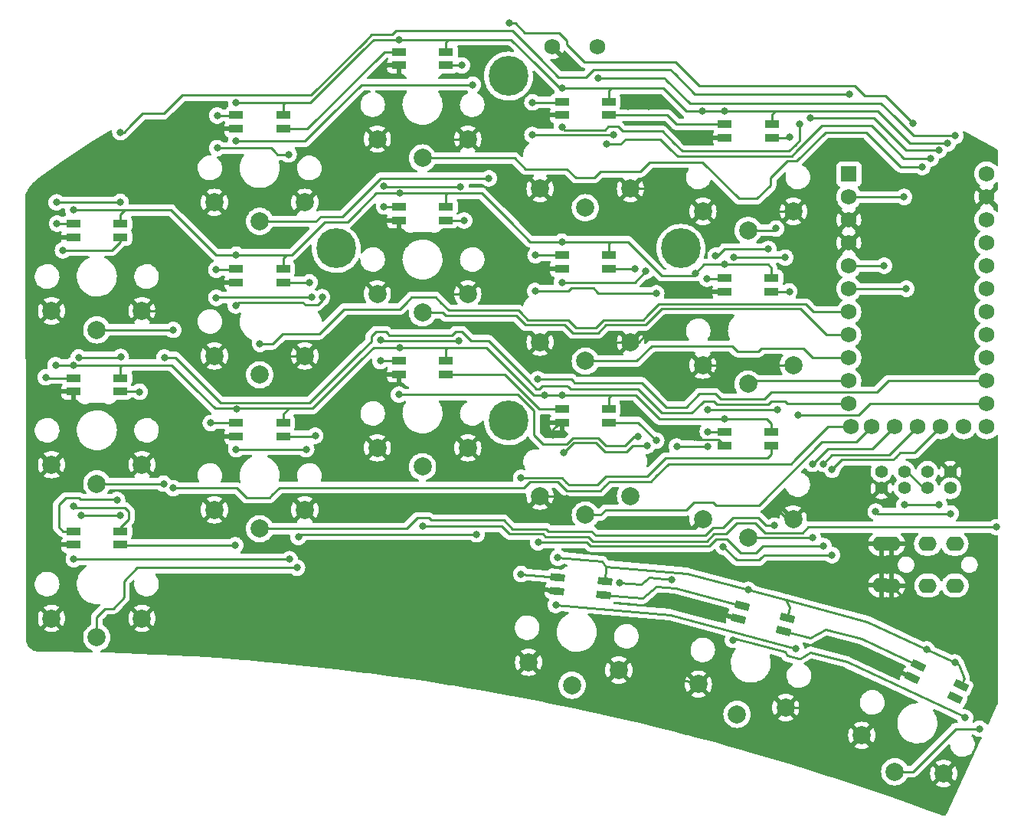
<source format=gbr>
%TF.GenerationSoftware,KiCad,Pcbnew,(6.0.0)*%
%TF.CreationDate,2022-03-14T02:06:46-07:00*%
%TF.ProjectId,half-swept,68616c66-2d73-4776-9570-742e6b696361,rev?*%
%TF.SameCoordinates,Original*%
%TF.FileFunction,Copper,L1,Top*%
%TF.FilePolarity,Positive*%
%FSLAX46Y46*%
G04 Gerber Fmt 4.6, Leading zero omitted, Abs format (unit mm)*
G04 Created by KiCad (PCBNEW (6.0.0)) date 2022-03-14 02:06:46*
%MOMM*%
%LPD*%
G01*
G04 APERTURE LIST*
G04 Aperture macros list*
%AMRoundRect*
0 Rectangle with rounded corners*
0 $1 Rounding radius*
0 $2 $3 $4 $5 $6 $7 $8 $9 X,Y pos of 4 corners*
0 Add a 4 corners polygon primitive as box body*
4,1,4,$2,$3,$4,$5,$6,$7,$8,$9,$2,$3,0*
0 Add four circle primitives for the rounded corners*
1,1,$1+$1,$2,$3*
1,1,$1+$1,$4,$5*
1,1,$1+$1,$6,$7*
1,1,$1+$1,$8,$9*
0 Add four rect primitives between the rounded corners*
20,1,$1+$1,$2,$3,$4,$5,0*
20,1,$1+$1,$4,$5,$6,$7,0*
20,1,$1+$1,$6,$7,$8,$9,0*
20,1,$1+$1,$8,$9,$2,$3,0*%
G04 Aperture macros list end*
%TA.AperFunction,ComponentPad*%
%ADD10O,2.000000X1.600000*%
%TD*%
%TA.AperFunction,ComponentPad*%
%ADD11C,1.750000*%
%TD*%
%TA.AperFunction,ComponentPad*%
%ADD12C,2.000000*%
%TD*%
%TA.AperFunction,ComponentPad*%
%ADD13C,4.400000*%
%TD*%
%TA.AperFunction,ComponentPad*%
%ADD14R,1.752600X1.752600*%
%TD*%
%TA.AperFunction,ComponentPad*%
%ADD15C,1.752600*%
%TD*%
%TA.AperFunction,ComponentPad*%
%ADD16C,1.397000*%
%TD*%
%TA.AperFunction,SMDPad,CuDef*%
%ADD17RoundRect,0.082000X-0.718000X0.328000X-0.718000X-0.328000X0.718000X-0.328000X0.718000X0.328000X0*%
%TD*%
%TA.AperFunction,SMDPad,CuDef*%
%ADD18RoundRect,0.082000X-0.686681X0.389330X-0.743855X-0.264174X0.686681X-0.389330X0.743855X0.264174X0*%
%TD*%
%TA.AperFunction,SMDPad,CuDef*%
%ADD19RoundRect,0.082000X-0.608642X0.502656X-0.778427X-0.130992X0.608642X-0.502656X0.778427X0.130992X0*%
%TD*%
%TA.AperFunction,SMDPad,CuDef*%
%ADD20RoundRect,0.082000X-0.512110X0.600709X-0.789348X0.006171X0.512110X-0.600709X0.789348X-0.006171X0*%
%TD*%
%TA.AperFunction,ViaPad*%
%ADD21C,0.800000*%
%TD*%
%TA.AperFunction,Conductor*%
%ADD22C,0.250000*%
%TD*%
G04 APERTURE END LIST*
D10*
%TO.P,J2,1,SLEEVE*%
%TO.N,gnd*%
X108798237Y-70412494D03*
%TO.P,J2,2,TIP*%
X109898237Y-75012494D03*
%TO.P,J2,3,RING1*%
%TO.N,data*%
X113898237Y-75012494D03*
%TO.P,J2,4,RING2*%
%TO.N,vcc*%
X116898237Y-75012494D03*
%TD*%
D11*
%TO.P,RSW1,1,1*%
%TO.N,gnd*%
X72355236Y-15404995D03*
%TO.P,RSW1,2,2*%
%TO.N,reset*%
X77355236Y-15404995D03*
%TD*%
D12*
%TO.P,SW2,1,1*%
%TO.N,Switch1*%
X22030236Y-46742495D03*
%TO.P,SW2,2,2*%
%TO.N,gnd*%
X17030236Y-44642495D03*
X27030236Y-44642495D03*
%TD*%
%TO.P,SW3,1,1*%
%TO.N,Switch2*%
X40030236Y-34742495D03*
%TO.P,SW3,2,2*%
%TO.N,gnd*%
X35030236Y-32642495D03*
X45030236Y-32642495D03*
%TD*%
%TO.P,SW4,1,1*%
%TO.N,Switch3*%
X58030236Y-27742495D03*
%TO.P,SW4,2,2*%
%TO.N,gnd*%
X63030236Y-25642495D03*
X53030236Y-25642495D03*
%TD*%
%TO.P,SW5,1,1*%
%TO.N,Switch4*%
X76030237Y-33242495D03*
%TO.P,SW5,2,2*%
%TO.N,gnd*%
X81030237Y-31142495D03*
X71030237Y-31142495D03*
%TD*%
%TO.P,SW6,1,1*%
%TO.N,Switch5*%
X94030235Y-35742495D03*
%TO.P,SW6,2,2*%
%TO.N,gnd*%
X99030235Y-33642495D03*
X89030235Y-33642495D03*
%TD*%
%TO.P,SW8,1,1*%
%TO.N,Switch6*%
X22030236Y-63742495D03*
%TO.P,SW8,2,2*%
%TO.N,gnd*%
X27030236Y-61642495D03*
X17030236Y-61642495D03*
%TD*%
%TO.P,SW9,1,1*%
%TO.N,Switch7*%
X40030237Y-51716495D03*
%TO.P,SW9,2,2*%
%TO.N,gnd*%
X45030237Y-49616495D03*
X35030237Y-49616495D03*
%TD*%
%TO.P,SW10,1,1*%
%TO.N,Switch8*%
X58030236Y-44858495D03*
%TO.P,SW10,2,2*%
%TO.N,gnd*%
X63030236Y-42758495D03*
X53030236Y-42758495D03*
%TD*%
%TO.P,SW11,1,1*%
%TO.N,Switch9*%
X76030236Y-50192496D03*
%TO.P,SW11,2,2*%
%TO.N,gnd*%
X71030236Y-48092496D03*
X81030236Y-48092496D03*
%TD*%
%TO.P,SW12,1,1*%
%TO.N,Switch10*%
X94010236Y-52732496D03*
%TO.P,SW12,2,2*%
%TO.N,gnd*%
X99010236Y-50632496D03*
X89010236Y-50632496D03*
%TD*%
%TO.P,SW14,1,1*%
%TO.N,Switch11*%
X22030237Y-80742495D03*
%TO.P,SW14,2,2*%
%TO.N,gnd*%
X17030237Y-78642495D03*
X27030237Y-78642495D03*
%TD*%
%TO.P,SW15,1,1*%
%TO.N,Switch12*%
X40030236Y-68734495D03*
%TO.P,SW15,2,2*%
%TO.N,gnd*%
X45030236Y-66634495D03*
X35030236Y-66634495D03*
%TD*%
%TO.P,SW16,1,1*%
%TO.N,Switch13*%
X58030235Y-61876495D03*
%TO.P,SW16,2,2*%
%TO.N,gnd*%
X63030235Y-59776495D03*
X53030235Y-59776495D03*
%TD*%
%TO.P,SW17,1,1*%
%TO.N,Switch14*%
X76030236Y-67210496D03*
%TO.P,SW17,2,2*%
%TO.N,gnd*%
X81030236Y-65110496D03*
X71030236Y-65110496D03*
%TD*%
%TO.P,SW18,1,1*%
%TO.N,Switch15*%
X94010236Y-69750495D03*
%TO.P,SW18,2,2*%
%TO.N,gnd*%
X89010236Y-67650495D03*
X99010236Y-67650495D03*
%TD*%
%TO.P,SW20,1,1*%
%TO.N,Switch16*%
X110236789Y-95589710D03*
%TO.P,SW20,2,2*%
%TO.N,gnd*%
X106592749Y-91573372D03*
X115655827Y-95799555D03*
%TD*%
%TO.P,SW21,1,1*%
%TO.N,Switch17*%
X92803204Y-89241456D03*
%TO.P,SW21,2,2*%
%TO.N,gnd*%
X88517094Y-85918917D03*
X98176353Y-88507107D03*
%TD*%
D13*
%TO.P,REF\u002A\u002A,1*%
%TO.N,N/C*%
X67530236Y-56792495D03*
X48480236Y-37742495D03*
X86580236Y-37742495D03*
X67530236Y-18692495D03*
%TD*%
D14*
%TO.P,U2,1,TX0/PD3*%
%TO.N,led*%
X105160235Y-29509246D03*
D15*
%TO.P,U2,2,RX1/PD2*%
%TO.N,data*%
X105160235Y-32049246D03*
%TO.P,U2,3,GND*%
%TO.N,gnd*%
X105160235Y-34589246D03*
%TO.P,U2,4,GND*%
X105160235Y-37129246D03*
%TO.P,U2,5,2/PD1*%
%TO.N,sda*%
X105160235Y-39669246D03*
%TO.P,U2,6,3/PD0*%
%TO.N,scl*%
X105160235Y-42209246D03*
%TO.P,U2,7,4/PD4*%
%TO.N,Switch7*%
X105160235Y-44749246D03*
%TO.P,U2,8,5/PC6*%
%TO.N,Switch8*%
X105160235Y-47289246D03*
%TO.P,U2,9,6/PD7*%
%TO.N,Switch9*%
X105160235Y-49829246D03*
%TO.P,U2,10,7/PE6*%
%TO.N,Switch10*%
X105160235Y-52369246D03*
%TO.P,U2,11,8/PB4*%
%TO.N,Switch6*%
X105160235Y-54909246D03*
%TO.P,U2,12,9/PB5*%
%TO.N,Switch1*%
X105388835Y-57449246D03*
%TO.P,U2,13,10/PB6*%
%TO.N,Switch13*%
X120400235Y-57449246D03*
%TO.P,U2,14,16/PB2*%
%TO.N,Switch12*%
X120400235Y-54909246D03*
%TO.P,U2,15,14/PB3*%
%TO.N,Switch11*%
X120400235Y-52369246D03*
%TO.P,U2,16,15/PB1*%
%TO.N,unconnected-(U2-Pad16)*%
X120400235Y-49829246D03*
%TO.P,U2,17,A0/PF7*%
%TO.N,Switch2*%
X120400235Y-47289246D03*
%TO.P,U2,18,A1/PF6*%
%TO.N,Switch3*%
X120400235Y-44749246D03*
%TO.P,U2,19,A2/PF5*%
%TO.N,Switch4*%
X120400235Y-42209246D03*
%TO.P,U2,20,A3/PF4*%
%TO.N,Switch5*%
X120400235Y-39669246D03*
%TO.P,U2,21,VCC*%
%TO.N,vcc*%
X120400235Y-37129246D03*
%TO.P,U2,22,RST*%
%TO.N,reset*%
X120400235Y-34589246D03*
%TO.P,U2,23,GND*%
%TO.N,gnd*%
X120400235Y-32049246D03*
%TO.P,U2,24,B0*%
%TO.N,raw*%
X120400235Y-29509246D03*
%TO.P,U2,25,B7*%
%TO.N,Switch14*%
X107700235Y-57449246D03*
%TO.P,U2,26,D5*%
%TO.N,Switch15*%
X110240235Y-57449246D03*
%TO.P,U2,27,C7*%
%TO.N,Switch18*%
X112780235Y-57449246D03*
%TO.P,U2,28,F1*%
%TO.N,Switch17*%
X115320235Y-57449246D03*
%TO.P,U2,29,F0*%
%TO.N,Switch16*%
X117860235Y-57449246D03*
%TD*%
D16*
%TO.P,OL1,1,SDA*%
%TO.N,sda*%
X108770236Y-62422495D03*
%TO.P,OL1,2,SCL*%
%TO.N,scl*%
X111310236Y-62422495D03*
%TO.P,OL1,3,VCC*%
%TO.N,vcc*%
X113850236Y-62422495D03*
%TO.P,OL1,4,GND*%
%TO.N,gnd*%
X116390236Y-62422495D03*
%TD*%
D12*
%TO.P,SW1,1,1*%
%TO.N,Switch18*%
X74566018Y-86020043D03*
%TO.P,SW1,2,2*%
%TO.N,gnd*%
X79730019Y-84363813D03*
X69768072Y-83492255D03*
%TD*%
D17*
%TO.P,D34,1,VDD*%
%TO.N,vcc*%
X42630236Y-23012495D03*
%TO.P,D34,2,DOUT*%
%TO.N,Net-(D20-Pad4)*%
X42630236Y-24512495D03*
%TO.P,D34,3,VSS*%
%TO.N,gnd*%
X37430236Y-24512495D03*
%TO.P,D34,4,DIN*%
%TO.N,Net-(D31-Pad2)*%
X37430236Y-23012495D03*
%TD*%
%TO.P,D26,1,VDD*%
%TO.N,vcc*%
X60630235Y-50146495D03*
%TO.P,D26,2,DOUT*%
%TO.N,Net-(D26-Pad2)*%
X60630235Y-51646495D03*
%TO.P,D26,3,VSS*%
%TO.N,gnd*%
X55430235Y-51646495D03*
%TO.P,D26,4,DIN*%
%TO.N,Net-(D23-Pad2)*%
X55430235Y-50146495D03*
%TD*%
%TO.P,D31,1,VDD*%
%TO.N,vcc*%
X42630237Y-39986495D03*
%TO.P,D31,2,DOUT*%
%TO.N,Net-(D31-Pad2)*%
X42630237Y-41486495D03*
%TO.P,D31,3,VSS*%
%TO.N,gnd*%
X37430237Y-41486495D03*
%TO.P,D31,4,DIN*%
%TO.N,Net-(D28-Pad2)*%
X37430237Y-39986495D03*
%TD*%
%TO.P,D28,1,VDD*%
%TO.N,vcc*%
X42630236Y-57004495D03*
%TO.P,D28,2,DOUT*%
%TO.N,Net-(D28-Pad2)*%
X42630236Y-58504495D03*
%TO.P,D28,3,VSS*%
%TO.N,gnd*%
X37430236Y-58504495D03*
%TO.P,D28,4,DIN*%
%TO.N,Net-(D25-Pad2)*%
X37430236Y-57004495D03*
%TD*%
%TO.P,D32,1,VDD*%
%TO.N,vcc*%
X78630236Y-38462496D03*
%TO.P,D32,2,DOUT*%
%TO.N,Net-(D32-Pad2)*%
X78630236Y-39962496D03*
%TO.P,D32,3,VSS*%
%TO.N,gnd*%
X73430236Y-39962496D03*
%TO.P,D32,4,DIN*%
%TO.N,Net-(D29-Pad2)*%
X73430236Y-38462496D03*
%TD*%
%TO.P,D21,1,VDD*%
%TO.N,vcc*%
X96630235Y-24012495D03*
%TO.P,D21,2,DOUT*%
%TO.N,Net-(D21-Pad2)*%
X96630235Y-25512495D03*
%TO.P,D21,3,VSS*%
%TO.N,gnd*%
X91430235Y-25512495D03*
%TO.P,D21,4,DIN*%
%TO.N,Net-(D21-Pad4)*%
X91430235Y-24012495D03*
%TD*%
%TO.P,D19,1,VDD*%
%TO.N,vcc*%
X24630236Y-35012495D03*
%TO.P,D19,2,DOUT*%
%TO.N,Net-(D19-Pad2)*%
X24630236Y-36512495D03*
%TO.P,D19,3,VSS*%
%TO.N,gnd*%
X19430236Y-36512495D03*
%TO.P,D19,4,DIN*%
%TO.N,led*%
X19430236Y-35012495D03*
%TD*%
%TO.P,D23,1,VDD*%
%TO.N,vcc*%
X60630236Y-33128495D03*
%TO.P,D23,2,DOUT*%
%TO.N,Net-(D23-Pad2)*%
X60630236Y-34628495D03*
%TO.P,D23,3,VSS*%
%TO.N,gnd*%
X55430236Y-34628495D03*
%TO.P,D23,4,DIN*%
%TO.N,Net-(D20-Pad2)*%
X55430236Y-33128495D03*
%TD*%
%TO.P,D22,1,VDD*%
%TO.N,vcc*%
X24630236Y-52062495D03*
%TO.P,D22,2,DOUT*%
%TO.N,Net-(D22-Pad2)*%
X24630236Y-53562495D03*
%TO.P,D22,3,VSS*%
%TO.N,gnd*%
X19430236Y-53562495D03*
%TO.P,D22,4,DIN*%
%TO.N,Net-(D19-Pad2)*%
X19430236Y-52062495D03*
%TD*%
%TO.P,D35,1,VDD*%
%TO.N,vcc*%
X78630237Y-21512495D03*
%TO.P,D35,2,DOUT*%
%TO.N,Net-(D21-Pad4)*%
X78630237Y-23012495D03*
%TO.P,D35,3,VSS*%
%TO.N,gnd*%
X73430237Y-23012495D03*
%TO.P,D35,4,DIN*%
%TO.N,Net-(D32-Pad2)*%
X73430237Y-21512495D03*
%TD*%
%TO.P,D25,1,VDD*%
%TO.N,vcc*%
X24630237Y-69012495D03*
%TO.P,D25,2,DOUT*%
%TO.N,Net-(D25-Pad2)*%
X24630237Y-70512495D03*
%TO.P,D25,3,VSS*%
%TO.N,gnd*%
X19430237Y-70512495D03*
%TO.P,D25,4,DIN*%
%TO.N,Net-(D22-Pad2)*%
X19430237Y-69012495D03*
%TD*%
%TO.P,D24,1,VDD*%
%TO.N,vcc*%
X96610236Y-41002496D03*
%TO.P,D24,2,DOUT*%
%TO.N,Net-(D24-Pad2)*%
X96610236Y-42502496D03*
%TO.P,D24,3,VSS*%
%TO.N,gnd*%
X91410236Y-42502496D03*
%TO.P,D24,4,DIN*%
%TO.N,Net-(D21-Pad2)*%
X91410236Y-41002496D03*
%TD*%
D18*
%TO.P,D30,1,VDD*%
%TO.N,vcc*%
X78178461Y-74561284D03*
%TO.P,D30,2,DOUT*%
%TO.N,Net-(D30-Pad2)*%
X78047728Y-76055576D03*
%TO.P,D30,3,VSS*%
%TO.N,gnd*%
X72867515Y-75602366D03*
%TO.P,D30,4,DIN*%
%TO.N,Net-(D27-Pad2)*%
X72998249Y-74108074D03*
%TD*%
D17*
%TO.P,D29,1,VDD*%
%TO.N,vcc*%
X78630236Y-55480496D03*
%TO.P,D29,2,DOUT*%
%TO.N,Net-(D29-Pad2)*%
X78630236Y-56980496D03*
%TO.P,D29,3,VSS*%
%TO.N,gnd*%
X73430236Y-56980496D03*
%TO.P,D29,4,DIN*%
%TO.N,Net-(D26-Pad2)*%
X73430236Y-55480496D03*
%TD*%
D10*
%TO.P,J1,1,SLEEVE*%
%TO.N,gnd*%
X108780236Y-74992496D03*
%TO.P,J1,2,TIP*%
X109880236Y-70392496D03*
%TO.P,J1,3,RING1*%
%TO.N,data*%
X113880236Y-70392496D03*
%TO.P,J1,4,RING2*%
%TO.N,vcc*%
X116880236Y-70392496D03*
%TD*%
D16*
%TO.P,OL2,1,SDA*%
%TO.N,sda*%
X116390237Y-64242495D03*
%TO.P,OL2,2,SCL*%
%TO.N,scl*%
X113850237Y-64242495D03*
%TO.P,OL2,3,VCC*%
%TO.N,vcc*%
X111310237Y-64242495D03*
%TO.P,OL2,4,GND*%
%TO.N,gnd*%
X108770237Y-64242495D03*
%TD*%
D19*
%TO.P,D33,1,VDD*%
%TO.N,vcc*%
X98350558Y-78584076D03*
%TO.P,D33,2,DOUT*%
%TO.N,Net-(D33-Pad2)*%
X97962330Y-80032965D03*
%TO.P,D33,3,VSS*%
%TO.N,gnd*%
X92939515Y-78687106D03*
%TO.P,D33,4,DIN*%
%TO.N,Net-(D30-Pad2)*%
X93327744Y-77238217D03*
%TD*%
D17*
%TO.P,D20,1,VDD*%
%TO.N,vcc*%
X60630236Y-16012495D03*
%TO.P,D20,2,DOUT*%
%TO.N,Net-(D20-Pad2)*%
X60630236Y-17512495D03*
%TO.P,D20,3,VSS*%
%TO.N,gnd*%
X55430236Y-17512495D03*
%TO.P,D20,4,DIN*%
%TO.N,Net-(D20-Pad4)*%
X55430236Y-16012495D03*
%TD*%
D20*
%TO.P,D36,1,VDD*%
%TO.N,vcc*%
X117550502Y-86057527D03*
%TO.P,D36,2,DOUT*%
%TO.N,unconnected-(D36-Pad2)*%
X116916574Y-87416989D03*
%TO.P,D36,3,VSS*%
%TO.N,gnd*%
X112203774Y-85219374D03*
%TO.P,D36,4,DIN*%
%TO.N,Net-(D33-Pad2)*%
X112837701Y-83859912D03*
%TD*%
D17*
%TO.P,D27,1,VDD*%
%TO.N,vcc*%
X96610236Y-58020495D03*
%TO.P,D27,2,DOUT*%
%TO.N,Net-(D27-Pad2)*%
X96610236Y-59520495D03*
%TO.P,D27,3,VSS*%
%TO.N,gnd*%
X91410236Y-59520495D03*
%TO.P,D27,4,DIN*%
%TO.N,Net-(D24-Pad2)*%
X91410236Y-58020495D03*
%TD*%
D21*
%TO.N,gnd*%
X118850000Y-77550000D03*
X85463324Y-84996630D03*
X87533876Y-77269223D03*
X41615706Y-49694428D03*
X102965707Y-81294429D03*
X103015707Y-88544428D03*
X83465707Y-41394429D03*
X88115707Y-58594428D03*
X96015707Y-66894428D03*
X96277639Y-50632496D03*
X86240707Y-31669428D03*
X87465707Y-25494429D03*
X95915707Y-33644428D03*
X86165706Y-47094428D03*
X53015707Y-18444429D03*
X60015707Y-25194429D03*
X73965707Y-65394428D03*
X72465707Y-58394428D03*
%TO.N,Net-(D11-Pad2)*%
X73665707Y-60344429D03*
%TO.N,gnd*%
X83865707Y-31144428D03*
X83015707Y-22044428D03*
X80765707Y-22044428D03*
X77965706Y-48294429D03*
X27765706Y-55494429D03*
X24115707Y-55544428D03*
%TO.N,Net-(D22-Pad2)*%
X24265707Y-65544429D03*
X26765706Y-53594429D03*
%TO.N,gnd*%
X59965707Y-42044428D03*
%TO.N,Switch11*%
X44165707Y-73044428D03*
X64015707Y-69344428D03*
X44315707Y-69644429D03*
X70765707Y-52194428D03*
%TO.N,Switch18*%
X70815707Y-70244429D03*
%TO.N,Switch12*%
X96965707Y-68394429D03*
X99515706Y-56194428D03*
%TO.N,Switch13*%
X58065706Y-68444428D03*
X121465707Y-68544428D03*
%TO.N,Switch17*%
X91290707Y-70719428D03*
%TO.N,Switch16*%
X119615706Y-90844428D03*
%TO.N,Switch17*%
X103315707Y-71644429D03*
X103315707Y-62194429D03*
%TO.N,Switch18*%
X102365706Y-70644428D03*
X102365707Y-61544428D03*
%TO.N,Switch15*%
X101165706Y-69744429D03*
X101165707Y-61544428D03*
%TO.N,Switch1*%
X30465707Y-46744428D03*
X30465706Y-64244428D03*
%TO.N,vcc*%
X37463773Y-55518929D03*
%TO.N,Switch6*%
X29415707Y-63744428D03*
X29515707Y-49794428D03*
%TO.N,Switch7*%
X40065707Y-48294428D03*
%TO.N,data*%
X111265707Y-32044429D03*
%TO.N,scl*%
X111515707Y-42194428D03*
%TO.N,sda*%
X109065707Y-39644428D03*
%TO.N,Switch2*%
X65365706Y-29994428D03*
X67615707Y-12844428D03*
X112265707Y-23944428D03*
%TO.N,Switch3*%
X113265707Y-28744428D03*
%TO.N,Switch4*%
X78365707Y-26194428D03*
X114215706Y-27794429D03*
%TO.N,Switch5*%
X97115706Y-35544429D03*
%TO.N,Net-(D21-Pad2)*%
X96263774Y-37792495D03*
%TO.N,Switch5*%
X100865707Y-23344428D03*
X115115707Y-26866994D03*
%TO.N,vcc*%
X116885829Y-83524307D03*
X111315707Y-66094428D03*
X115165706Y-66094428D03*
%TO.N,sda*%
X116415707Y-67044429D03*
%TO.N,vcc*%
X94031358Y-75480053D03*
X113746721Y-82060517D03*
%TO.N,Net-(D15-Pad2)*%
X118012279Y-89613078D03*
X92342905Y-81017153D03*
%TO.N,Net-(D12-Pad2)*%
X99324382Y-82007850D03*
%TO.N,Net-(D12-Pad4)*%
X85599648Y-74353889D03*
%TO.N,Net-(D12-Pad2)*%
X72757496Y-77145243D03*
%TO.N,Net-(D12-Pad4)*%
X79847256Y-74703866D03*
X89580236Y-59592495D03*
X86130235Y-59642496D03*
%TO.N,Net-(D27-Pad2)*%
X68930235Y-63092496D03*
X68930237Y-73742495D03*
%TO.N,Net-(D24-Pad2)*%
X89580235Y-57992495D03*
X89580235Y-55592495D03*
X97230236Y-55542495D03*
X98580236Y-42492495D03*
%TO.N,Net-(D21-Pad2)*%
X89480236Y-41092496D03*
%TO.N,vcc*%
X88205236Y-40467496D03*
%TO.N,Net-(D21-Pad2)*%
X98630236Y-25392495D03*
X90430235Y-38542495D03*
%TO.N,Net-(D17-Pad2)*%
X99730236Y-23992495D03*
%TO.N,Net-(D3-Pad2)*%
X98130236Y-38742494D03*
X92430235Y-38692495D03*
%TO.N,Net-(D17-Pad2)*%
X73430235Y-24342495D03*
%TO.N,Net-(D29-Pad2)*%
X70480236Y-42442496D03*
X83880236Y-42692494D03*
%TO.N,Net-(D14-Pad2)*%
X82730235Y-40242495D03*
X73430237Y-41492495D03*
%TO.N,Net-(D32-Pad2)*%
X70180237Y-25192496D03*
X79180237Y-25142495D03*
X70180236Y-21592495D03*
X81480237Y-39992495D03*
%TO.N,Net-(D29-Pad2)*%
X70530236Y-38492495D03*
X83880236Y-58992496D03*
%TO.N,Net-(D11-Pad2)*%
X82830236Y-59542495D03*
%TO.N,Net-(D11-Pad4)*%
X81880236Y-58542495D03*
X55430237Y-53892496D03*
%TO.N,vcc*%
X55530236Y-48692495D03*
%TO.N,Net-(D23-Pad2)*%
X53380236Y-47842494D03*
X62080237Y-47942497D03*
X53380237Y-50192496D03*
X62630236Y-34642496D03*
%TO.N,vcc*%
X55530236Y-31642495D03*
%TO.N,Net-(D20-Pad2)*%
X53780238Y-33092496D03*
X53780237Y-30842496D03*
X62230236Y-30892495D03*
X62380238Y-17492495D03*
%TO.N,Net-(D16-Pad2)*%
X63580236Y-19642495D03*
X37430235Y-25892495D03*
%TO.N,Net-(D31-Pad2)*%
X35330238Y-23042496D03*
X35330236Y-26642495D03*
X43230236Y-27342497D03*
X45530236Y-41492495D03*
%TO.N,Net-(D13-Pad2)*%
X46930237Y-43142495D03*
X37380235Y-44042495D03*
%TO.N,vcc*%
X91410237Y-56612496D03*
X19430236Y-33492495D03*
X37430236Y-38442494D03*
X19430236Y-50642497D03*
X91430237Y-22592495D03*
X72998248Y-71924483D03*
X91410236Y-39522496D03*
X73480237Y-20042495D03*
X71530236Y-53942495D03*
X17480236Y-50642496D03*
X37430236Y-21642495D03*
X73430236Y-36992494D03*
X73480237Y-53942494D03*
X116080236Y-26142494D03*
X19430237Y-66242494D03*
X55480238Y-14642495D03*
X88930236Y-22592495D03*
%TO.N,reset*%
X116930237Y-25292495D03*
X77480236Y-18892495D03*
%TO.N,Net-(D1-Pad2)*%
X24680237Y-49742495D03*
X20030237Y-49792495D03*
%TO.N,led*%
X17630237Y-34992495D03*
X105180236Y-20692495D03*
X17580236Y-32642494D03*
X24630237Y-32592495D03*
X24630235Y-24892494D03*
%TO.N,Net-(D4-Pad2)*%
X20280236Y-67292494D03*
X24630236Y-67292496D03*
%TO.N,Net-(D10-Pad4)*%
X43330236Y-72092495D03*
X19480236Y-72092496D03*
%TO.N,Net-(D10-Pad2)*%
X37430237Y-59942495D03*
X45180237Y-59942495D03*
%TO.N,sda*%
X108130236Y-66842495D03*
%TO.N,Net-(D19-Pad2)*%
X16380237Y-51992496D03*
X18280237Y-37942495D03*
%TO.N,Net-(D25-Pad2)*%
X37330235Y-70542496D03*
X34630237Y-57042496D03*
%TO.N,Net-(D28-Pad2)*%
X46180236Y-58442495D03*
X35230237Y-40092495D03*
X45780236Y-43142495D03*
X35230237Y-43192496D03*
%TD*%
D22*
%TO.N,gnd*%
X118850000Y-77550000D02*
X112435743Y-77550000D01*
X112435743Y-77550000D02*
X109898237Y-75012494D01*
X85463324Y-84996630D02*
X85534379Y-85119701D01*
X85534379Y-85119701D02*
X88517095Y-85918917D01*
X87570022Y-77248355D02*
X87533876Y-77269223D01*
X92939516Y-78687106D02*
X87570022Y-77248355D01*
X41615706Y-49694428D02*
X41693639Y-49616495D01*
X41693639Y-49616495D02*
X45030236Y-49616495D01*
X28467639Y-44642496D02*
X27030236Y-44642495D01*
X31623639Y-41486495D02*
X28467639Y-44642496D01*
X37430236Y-41486495D02*
X31623639Y-41486495D01*
X102978385Y-88507107D02*
X103015707Y-88544428D01*
X98176354Y-88507107D02*
X102978385Y-88507107D01*
X88389263Y-58867985D02*
X88115707Y-58594428D01*
X90757727Y-58867984D02*
X88389263Y-58867985D01*
X91410237Y-59520494D02*
X90757727Y-58867984D01*
X97615706Y-66894429D02*
X98371773Y-67650494D01*
X98371773Y-67650494D02*
X99010237Y-67650494D01*
X96015707Y-66894428D02*
X97615706Y-66894429D01*
X89010237Y-50632496D02*
X96277639Y-50632496D01*
X96277639Y-50632496D02*
X99010237Y-50632497D01*
X86240707Y-31669428D02*
X87065707Y-32494428D01*
X87483774Y-25512495D02*
X87465707Y-25494429D01*
X91430236Y-25512496D02*
X87483774Y-25512495D01*
X85715707Y-31144428D02*
X86240707Y-31669428D01*
X95915707Y-33644428D02*
X95917640Y-33642495D01*
X95917640Y-33642495D02*
X99030236Y-33642496D01*
X87882168Y-32494428D02*
X89030235Y-33642495D01*
X87065707Y-32494428D02*
X87882168Y-32494428D01*
X83865707Y-31144428D02*
X85715707Y-31144428D01*
X82915706Y-47094428D02*
X86165706Y-47094428D01*
X82615706Y-47394428D02*
X82915706Y-47094428D01*
X81917639Y-48092495D02*
X82615706Y-47394428D01*
X81030237Y-48092496D02*
X81917639Y-48092495D01*
X53947640Y-17512496D02*
X53015707Y-18444429D01*
X55430235Y-17512496D02*
X53947640Y-17512496D01*
X60463774Y-25642495D02*
X63030236Y-25642496D01*
X60015707Y-25194429D02*
X60463774Y-25642495D01*
X73681775Y-65110496D02*
X71030237Y-65110497D01*
X73965707Y-65394428D02*
X73681775Y-65110496D01*
X72465706Y-57694428D02*
X72465707Y-58394428D01*
X72765706Y-57394429D02*
X72465706Y-57694428D01*
X73179639Y-56980497D02*
X72765706Y-57394429D01*
X73430237Y-56980496D02*
X73179639Y-56980497D01*
%TO.N,Net-(D11-Pad4)*%
X81417640Y-58542494D02*
X81880236Y-58542495D01*
X80415707Y-59544428D02*
X81417640Y-58542494D01*
X78315707Y-59544428D02*
X80415707Y-59544428D01*
X77465707Y-58694429D02*
X78315707Y-59544428D01*
X74615707Y-58694428D02*
X77465707Y-58694429D01*
X70365707Y-55694428D02*
X70365707Y-58344429D01*
X68563775Y-53892496D02*
X70365707Y-55694428D01*
X55430237Y-53892496D02*
X68563775Y-53892496D01*
X70365707Y-58344429D02*
X71365706Y-59344429D01*
X71365706Y-59344429D02*
X73965707Y-59344428D01*
X73965707Y-59344428D02*
X74615707Y-58694428D01*
%TO.N,Net-(D11-Pad2)*%
X81280237Y-59542495D02*
X82830236Y-59542495D01*
X80578305Y-60244428D02*
X81280237Y-59542495D01*
X78215706Y-60244428D02*
X80578305Y-60244428D01*
X77207254Y-59235975D02*
X78215706Y-60244428D01*
X74774160Y-59235976D02*
X77207254Y-59235975D01*
X73665707Y-60344429D02*
X74774160Y-59235976D01*
%TO.N,gnd*%
X83863773Y-31142495D02*
X81030238Y-31142495D01*
X83865707Y-31144428D02*
X83863773Y-31142495D01*
X80765707Y-22044428D02*
X83015707Y-22044428D01*
X78167640Y-48092495D02*
X81030237Y-48092496D01*
X77965706Y-48294429D02*
X78167640Y-48092495D01*
X24165707Y-55494428D02*
X27765706Y-55494429D01*
X24115707Y-55544428D02*
X24165707Y-55494428D01*
%TO.N,Net-(D22-Pad2)*%
X18283773Y-69012495D02*
X19430237Y-69012495D01*
X17815707Y-68544428D02*
X18283773Y-69012495D01*
X17815707Y-66094428D02*
X17815707Y-68544428D01*
X18565707Y-65344428D02*
X17815707Y-66094428D01*
X20065707Y-65344429D02*
X18565707Y-65344428D01*
X20239261Y-65517984D02*
X20065707Y-65344429D01*
X24239262Y-65517983D02*
X20239261Y-65517984D01*
X24265707Y-65544429D02*
X24239262Y-65517983D01*
X26733773Y-53562495D02*
X26765706Y-53594429D01*
X24630235Y-53562494D02*
X26733773Y-53562495D01*
%TO.N,gnd*%
X60679773Y-42758496D02*
X63030235Y-42758495D01*
X59965707Y-42044428D02*
X60679773Y-42758496D01*
%TO.N,Switch11*%
X22030237Y-78479899D02*
X22030237Y-80742495D01*
X22965707Y-77544428D02*
X22030237Y-78479899D01*
X23815707Y-77544428D02*
X22965707Y-77544428D01*
X25015707Y-76344428D02*
X23815707Y-77544428D01*
X25015707Y-74494429D02*
X25015707Y-76344428D01*
X26465707Y-73044429D02*
X25015707Y-74494429D01*
X44165707Y-73044428D02*
X26465707Y-73044429D01*
X44615707Y-69344428D02*
X44315707Y-69644429D01*
X64015707Y-69344428D02*
X44615707Y-69344428D01*
X73065706Y-52194429D02*
X70765707Y-52194428D01*
X74465706Y-52194428D02*
X73065706Y-52194429D01*
X74665706Y-52394428D02*
X74465706Y-52194428D01*
X80715706Y-52594428D02*
X74865706Y-52594429D01*
X82265706Y-52594429D02*
X80715706Y-52594428D01*
X74865706Y-52594429D02*
X74665706Y-52394428D01*
X84965707Y-55294428D02*
X83915706Y-54244428D01*
X86415707Y-55294428D02*
X84965707Y-55294428D01*
X87165706Y-55294428D02*
X86415707Y-55294428D01*
X83915706Y-54244428D02*
X82265706Y-52594429D01*
X88665707Y-53794429D02*
X87165706Y-55294428D01*
X90365706Y-53794428D02*
X88665707Y-53794429D01*
X90965706Y-54394429D02*
X90365706Y-53794428D01*
X93915707Y-54394428D02*
X90965706Y-54394429D01*
X96615707Y-53644429D02*
X96015707Y-54244428D01*
X96015707Y-54244428D02*
X95865707Y-54394428D01*
X104665707Y-53644428D02*
X96615707Y-53644429D01*
X108265707Y-53644429D02*
X104665707Y-53644428D01*
X108515707Y-53394428D02*
X108265707Y-53644429D01*
X109540889Y-52369246D02*
X108515707Y-53394428D01*
X120400235Y-52369246D02*
X109540889Y-52369246D01*
X95865707Y-54394428D02*
X93915707Y-54394428D01*
%TO.N,Switch12*%
X56275639Y-68734496D02*
X40030237Y-68734495D01*
X57465707Y-67544428D02*
X56275639Y-68734496D01*
X58715707Y-67544428D02*
X57465707Y-67544428D01*
X58965707Y-67794428D02*
X58715707Y-67544428D01*
X67015707Y-67794429D02*
X58965707Y-67794428D01*
X67965707Y-68744428D02*
X67015707Y-67794429D01*
X71715706Y-68744428D02*
X67965707Y-68744428D01*
X71965707Y-68994428D02*
X71715706Y-68744428D01*
X76665707Y-68994428D02*
X71965707Y-68994428D01*
X77165707Y-69494428D02*
X76665707Y-68994428D01*
X89315706Y-69494428D02*
X77165707Y-69494428D01*
X90165707Y-68644429D02*
X89315706Y-69494428D01*
X91215706Y-68644428D02*
X90165707Y-68644429D01*
X92315707Y-67544428D02*
X91215706Y-68644428D01*
X95165706Y-67544428D02*
X92315707Y-67544428D01*
X96015706Y-68394428D02*
X95165706Y-67544428D01*
X96965707Y-68394429D02*
X96015706Y-68394428D01*
%TO.N,Switch13*%
X67615707Y-69294428D02*
X66765707Y-68444428D01*
X71315707Y-69294429D02*
X67615707Y-69294428D01*
X71615706Y-69594429D02*
X71315707Y-69294429D01*
X76365707Y-69594428D02*
X71615706Y-69594429D01*
X76865706Y-70094429D02*
X76365707Y-69594428D01*
X89465707Y-70094429D02*
X76865706Y-70094429D01*
X90265707Y-69294429D02*
X89465707Y-70094429D01*
X91565707Y-69294429D02*
X90265707Y-69294429D01*
X92765707Y-68094428D02*
X91565707Y-69294429D01*
X94815707Y-68094428D02*
X92765707Y-68094428D01*
X95915707Y-69194428D02*
X94815707Y-68094428D01*
X100015707Y-69194428D02*
X95915707Y-69194428D01*
X100665706Y-68544428D02*
X100015707Y-69194428D01*
X121465707Y-68544428D02*
X100665706Y-68544428D01*
X66765707Y-68444428D02*
X58065706Y-68444428D01*
%TO.N,Switch18*%
X76215706Y-70244428D02*
X70815707Y-70244429D01*
X76615707Y-70644428D02*
X76215706Y-70244428D01*
X89715707Y-70644428D02*
X76615707Y-70644428D01*
X90515707Y-69844428D02*
X89715707Y-70644428D01*
X94915707Y-71394428D02*
X93215706Y-71394429D01*
X102365706Y-70644428D02*
X95665706Y-70644429D01*
X95665706Y-70644429D02*
X94915707Y-71394428D01*
X93215706Y-71394429D02*
X91665707Y-69844428D01*
X91665707Y-69844428D02*
X90515707Y-69844428D01*
%TO.N,Switch14*%
X87190707Y-66669428D02*
X78272843Y-66669428D01*
X78272843Y-66669428D02*
X77731775Y-67210496D01*
X77731775Y-67210496D02*
X76030237Y-67210497D01*
X88065707Y-65794428D02*
X87190707Y-66669428D01*
%TO.N,Switch12*%
X99565707Y-56144428D02*
X99515706Y-56194428D01*
X106265707Y-56144428D02*
X99565707Y-56144428D01*
X107500888Y-54909247D02*
X106815707Y-55594429D01*
X106815707Y-55594429D02*
X106265707Y-56144428D01*
X120400236Y-54909247D02*
X107500888Y-54909247D01*
%TO.N,Switch17*%
X91290707Y-70719428D02*
X91115707Y-70544429D01*
X92765707Y-72194428D02*
X91290707Y-70719428D01*
%TO.N,Switch16*%
X119615706Y-90844428D02*
X116965707Y-90844429D01*
X116965707Y-90844429D02*
X112220425Y-95589711D01*
X112220425Y-95589711D02*
X110236789Y-95589710D01*
%TO.N,Switch17*%
X93415707Y-72194429D02*
X92765707Y-72194428D01*
X95265706Y-72194428D02*
X93415707Y-72194429D01*
X95515707Y-71944428D02*
X95265706Y-72194428D01*
X95815706Y-71644429D02*
X95515707Y-71944428D01*
X108715706Y-61094429D02*
X104415706Y-61094428D01*
X110065706Y-61094428D02*
X108715706Y-61094429D01*
X110365706Y-60794428D02*
X110065706Y-61094428D01*
X111715707Y-60344428D02*
X110815706Y-60344428D01*
X110815706Y-60344428D02*
X110365706Y-60794428D01*
X104415706Y-61094428D02*
X103315707Y-62194429D01*
X112425054Y-60344428D02*
X111715707Y-60344428D01*
X103315707Y-71644429D02*
X95815706Y-71644429D01*
X115320236Y-57449246D02*
X112425054Y-60344428D01*
%TO.N,Switch18*%
X103315706Y-60594428D02*
X102365707Y-61544428D01*
X106965707Y-60594428D02*
X103315706Y-60594428D01*
X109635054Y-60594428D02*
X106965707Y-60594428D01*
X112780235Y-57449247D02*
X109635054Y-60594428D01*
%TO.N,Switch15*%
X101159641Y-69750494D02*
X94010237Y-69750494D01*
X101165706Y-69744429D02*
X101159641Y-69750494D01*
X102815707Y-59894428D02*
X101165707Y-61544428D01*
X106015707Y-59894428D02*
X102815707Y-59894428D01*
X107795054Y-59894428D02*
X106015707Y-59894428D01*
X110240236Y-57449246D02*
X107795054Y-59894428D01*
%TO.N,Switch14*%
X90115707Y-65794428D02*
X88065707Y-65794428D01*
X90465707Y-66144428D02*
X90115707Y-65794428D01*
X95215707Y-66144428D02*
X90465707Y-66144428D01*
X102215706Y-59144428D02*
X95215707Y-66144428D01*
X106005053Y-59144428D02*
X102215706Y-59144428D01*
X107700236Y-57449246D02*
X106005053Y-59144428D01*
%TO.N,Switch1*%
X34815707Y-64244428D02*
X30465706Y-64244428D01*
X37515707Y-64244429D02*
X34815707Y-64244428D01*
X37615707Y-64344429D02*
X37515707Y-64244429D01*
X38565707Y-65294428D02*
X37615707Y-64344429D01*
X39215706Y-65294429D02*
X38565707Y-65294428D01*
X41115706Y-65294428D02*
X39215706Y-65294429D01*
X41415707Y-64994428D02*
X41115706Y-65294428D01*
X42215707Y-64194428D02*
X41415707Y-64994428D01*
X67165706Y-64194428D02*
X42215707Y-64194428D01*
X69265707Y-64194429D02*
X67165706Y-64194428D01*
X69565707Y-63894428D02*
X69265707Y-64194429D01*
X30463774Y-46742495D02*
X22030236Y-46742496D01*
X69915707Y-63544429D02*
X69565707Y-63894428D01*
X73415707Y-63994429D02*
X72965707Y-63544429D01*
X30465707Y-46744428D02*
X30463774Y-46742495D01*
X74615706Y-64544428D02*
X73965707Y-64544428D01*
X72965707Y-63544429D02*
X72165707Y-63544428D01*
X77665706Y-64544428D02*
X74615706Y-64544428D01*
X78165707Y-64044429D02*
X77665706Y-64544428D01*
X73965707Y-64544428D02*
X73415707Y-63994429D01*
X82015707Y-63494428D02*
X78715706Y-63494428D01*
X94665707Y-61544429D02*
X85215707Y-61544429D01*
X83815707Y-62944429D02*
X83265707Y-63494428D01*
X83265707Y-63494428D02*
X82015707Y-63494428D01*
X98765707Y-61544429D02*
X94665707Y-61544429D01*
X99215707Y-61094428D02*
X98765707Y-61544429D01*
X78715706Y-63494428D02*
X78165707Y-64044429D01*
X102860889Y-57449246D02*
X99215707Y-61094428D01*
X85215707Y-61544429D02*
X83815707Y-62944429D01*
X105388835Y-57449247D02*
X102860889Y-57449246D01*
X72165707Y-63544428D02*
X69915707Y-63544429D01*
%TO.N,Switch6*%
X29413773Y-63742495D02*
X22030235Y-63742496D01*
X30715707Y-49794428D02*
X29515707Y-49794428D01*
X33515706Y-52594428D02*
X30715707Y-49794428D01*
X42765706Y-54794428D02*
X35715707Y-54794428D01*
X45565706Y-54794428D02*
X42765706Y-54794428D01*
X51115707Y-49244428D02*
X45565706Y-54794428D01*
X52865706Y-46944428D02*
X52365707Y-47444428D01*
X53965707Y-46944429D02*
X52865706Y-46944428D01*
X54165707Y-47144428D02*
X53965707Y-46944429D01*
X54365707Y-47344428D02*
X54165707Y-47144428D01*
X52365707Y-47994428D02*
X51115707Y-49244428D01*
X59815707Y-47344429D02*
X54365707Y-47344428D01*
X29415707Y-63744428D02*
X29413773Y-63742495D01*
X61265707Y-47344428D02*
X59815707Y-47344429D01*
X61665707Y-46944428D02*
X61265707Y-47344428D01*
X61765706Y-46944428D02*
X61665707Y-46944428D01*
X62415707Y-46944428D02*
X61765706Y-46944428D01*
X52365707Y-47694429D02*
X52365707Y-47994428D01*
X62715707Y-47244429D02*
X62415707Y-46944428D01*
X63415707Y-47944429D02*
X62715707Y-47244429D01*
X63715707Y-47944428D02*
X63415707Y-47944429D01*
X52365707Y-47444428D02*
X52365707Y-47694429D01*
X65315707Y-47944428D02*
X63715707Y-47944428D01*
X70615707Y-53244428D02*
X69715706Y-52344428D01*
X70965707Y-53244429D02*
X70615707Y-53244428D01*
X71415707Y-52944428D02*
X71265707Y-52944428D01*
X74115706Y-53044429D02*
X74015707Y-52944428D01*
X74365707Y-53294428D02*
X74115706Y-53044429D01*
X80265707Y-53294428D02*
X74365707Y-53294428D01*
X81865706Y-53294428D02*
X80265707Y-53294428D01*
X82715707Y-54144428D02*
X81865706Y-53294428D01*
X86715707Y-55944428D02*
X84515706Y-55944428D01*
X71265707Y-52944428D02*
X70965707Y-53244429D01*
X87815707Y-55944429D02*
X86715707Y-55944428D01*
X35715707Y-54794428D02*
X33515706Y-52594428D01*
X88865707Y-54894428D02*
X87815707Y-55944429D01*
X89115706Y-54644428D02*
X88865707Y-54894428D01*
X90215707Y-54644428D02*
X89115706Y-54644428D01*
X74015707Y-52944428D02*
X71415707Y-52944428D01*
X90565706Y-54994429D02*
X90215707Y-54644428D01*
X93715707Y-54994429D02*
X90565706Y-54994429D01*
X96265707Y-54994428D02*
X93715707Y-54994429D01*
X69715706Y-52344428D02*
X65315707Y-47944428D01*
X96415707Y-54844428D02*
X96265707Y-54994428D01*
X96615707Y-54644428D02*
X96415707Y-54844428D01*
X96915707Y-54644429D02*
X96615707Y-54644428D01*
X98215707Y-54744428D02*
X98115707Y-54644429D01*
X98115707Y-54644429D02*
X96915707Y-54644429D01*
X105160235Y-54909246D02*
X98380525Y-54909246D01*
X98380525Y-54909246D02*
X98215707Y-54744428D01*
X84515706Y-55944428D02*
X82715707Y-54144428D01*
%TO.N,Switch10*%
X105160236Y-52369246D02*
X94373486Y-52369247D01*
X94373486Y-52369247D02*
X94010237Y-52732496D01*
%TO.N,Switch9*%
X81717639Y-50192495D02*
X76030237Y-50192495D01*
X83365707Y-48544428D02*
X81717639Y-50192495D01*
X92265707Y-48544429D02*
X83365707Y-48544428D01*
X92865706Y-49144428D02*
X92265707Y-48544429D01*
X95165707Y-49144428D02*
X92865706Y-49144428D01*
X95515707Y-48794428D02*
X95165707Y-49144428D01*
X100115707Y-48794429D02*
X95515707Y-48794428D01*
X101150525Y-49829246D02*
X100115707Y-48794429D01*
X105160235Y-49829246D02*
X101150525Y-49829246D01*
%TO.N,Switch8*%
X60229774Y-44858495D02*
X58030235Y-44858496D01*
X60565707Y-45194428D02*
X60229774Y-44858495D01*
X68365706Y-45194428D02*
X60565707Y-45194428D01*
X69365706Y-46194428D02*
X68365706Y-45194428D01*
X73765707Y-46194428D02*
X69365706Y-46194428D01*
X74665706Y-47094428D02*
X73765707Y-46194428D01*
X77415706Y-47094428D02*
X74665706Y-47094428D01*
X78315706Y-46194429D02*
X77415706Y-47094428D01*
X82665707Y-46194429D02*
X78315706Y-46194429D01*
X84465707Y-44394428D02*
X82665707Y-46194429D01*
X99815706Y-44394428D02*
X84465707Y-44394428D01*
X102710525Y-47289246D02*
X99815706Y-44394428D01*
X105160236Y-47289246D02*
X102710525Y-47289246D01*
%TO.N,Switch7*%
X42065707Y-47694429D02*
X41465707Y-48294429D01*
X45065707Y-47194429D02*
X42565707Y-47194428D01*
X46615707Y-47194428D02*
X45065707Y-47194429D01*
X47165707Y-46644429D02*
X46615707Y-47194428D01*
X49365706Y-44444428D02*
X47165707Y-46644429D01*
X52615706Y-44444428D02*
X49365706Y-44444428D01*
X55515706Y-44444429D02*
X52615706Y-44444428D01*
X56265706Y-43694428D02*
X55515706Y-44444429D01*
X56815707Y-43144428D02*
X56265706Y-43694428D01*
X42565707Y-47194428D02*
X42065707Y-47694429D01*
X41465707Y-48294429D02*
X40065707Y-48294428D01*
X58365706Y-43144428D02*
X56815707Y-43144428D01*
X59465707Y-43144429D02*
X58365706Y-43144428D01*
X68615706Y-44594428D02*
X62565707Y-44594428D01*
X62565707Y-44594428D02*
X60915707Y-44594429D01*
X60015706Y-43694429D02*
X59465707Y-43144429D01*
X60915707Y-44594429D02*
X60015706Y-43694429D01*
X68965707Y-44944428D02*
X68615706Y-44594428D01*
X74115707Y-45644428D02*
X69665707Y-45644428D01*
X69665707Y-45644428D02*
X68965707Y-44944428D01*
X74315707Y-45844429D02*
X74115707Y-45644428D01*
X74965707Y-46494428D02*
X74315707Y-45844429D01*
X75115707Y-46494428D02*
X74965707Y-46494428D01*
X77215707Y-46494428D02*
X75115707Y-46494428D01*
X77665707Y-46044428D02*
X77215707Y-46494428D01*
X78065707Y-45644428D02*
X77665707Y-46044428D01*
X80715707Y-45644429D02*
X78065707Y-45644428D01*
X82865707Y-45194428D02*
X82415707Y-45644428D01*
X84165707Y-43894429D02*
X82865707Y-45194428D01*
X94765707Y-43894428D02*
X84165707Y-43894429D01*
X82415707Y-45644428D02*
X80715707Y-45644429D01*
X100365707Y-43894428D02*
X94765707Y-43894428D01*
X100815706Y-44344428D02*
X100365707Y-43894428D01*
X101220525Y-44749246D02*
X100815706Y-44344428D01*
X105160236Y-44749247D02*
X101220525Y-44749246D01*
%TO.N,data*%
X111260888Y-32049247D02*
X105160236Y-32049247D01*
X111265707Y-32044429D02*
X111260888Y-32049247D01*
%TO.N,scl*%
X111515707Y-42194428D02*
X111500889Y-42209246D01*
X111500889Y-42209246D02*
X105160235Y-42209246D01*
%TO.N,sda*%
X109040889Y-39669247D02*
X109065707Y-39644428D01*
X105160236Y-39669246D02*
X109040889Y-39669247D01*
%TO.N,Switch2*%
X46217639Y-34742495D02*
X40030237Y-34742496D01*
X46765706Y-34194429D02*
X46217639Y-34742495D01*
X49165707Y-34194428D02*
X46765706Y-34194429D01*
X65365706Y-29994428D02*
X53365707Y-29994428D01*
X68265707Y-12844429D02*
X67615707Y-12844428D01*
X53365707Y-29994428D02*
X49165707Y-34194428D01*
X69315707Y-13894428D02*
X68265707Y-12844429D01*
X73115707Y-13894429D02*
X71615706Y-13894428D01*
X73165706Y-13944428D02*
X73115707Y-13894429D01*
X73965706Y-14794429D02*
X73965707Y-14744428D01*
X71615706Y-13894428D02*
X69315707Y-13894428D01*
X73965707Y-15144429D02*
X73965706Y-14794429D01*
X74415707Y-15594429D02*
X73965707Y-15144429D01*
X75965707Y-17144428D02*
X74415707Y-15594429D01*
X78865706Y-17144428D02*
X75965707Y-17144428D01*
X73965707Y-14744428D02*
X73165706Y-13944428D01*
X85965707Y-17144429D02*
X78865706Y-17144428D01*
X87665707Y-18844428D02*
X85965707Y-17144429D01*
X88615707Y-19794429D02*
X87665707Y-18844428D01*
X104665706Y-19794428D02*
X88615707Y-19794429D01*
X105815707Y-19794428D02*
X104665706Y-19794428D01*
X107565707Y-20894428D02*
X106915706Y-20894429D01*
X109215707Y-20894429D02*
X107565707Y-20894428D01*
X112265707Y-23944428D02*
X109215707Y-20894429D01*
X106915706Y-20894429D02*
X106115706Y-20094428D01*
X106115706Y-20094428D02*
X105815707Y-19794428D01*
%TO.N,Switch3*%
X68213774Y-27742496D02*
X58030235Y-27742495D01*
X69415706Y-28944429D02*
X68213774Y-27742496D01*
X74015707Y-28944428D02*
X69415706Y-28944429D01*
X74965707Y-29894428D02*
X74015707Y-28944428D01*
X77015706Y-29894428D02*
X74965707Y-29894428D01*
X77665707Y-29244428D02*
X77015706Y-29894428D01*
X82115707Y-29244429D02*
X77665707Y-29244428D01*
X88965707Y-28194428D02*
X83165707Y-28194428D01*
X93015706Y-32244428D02*
X88965707Y-28194428D01*
X95015707Y-32244428D02*
X93015706Y-32244428D01*
X83165707Y-28194428D02*
X82115707Y-29244429D01*
X96515706Y-30744428D02*
X95015707Y-32244428D01*
X96515707Y-29944428D02*
X96515706Y-30744428D01*
X98365707Y-28094428D02*
X96515707Y-29944428D01*
X99365706Y-28094428D02*
X98365707Y-28094428D01*
X102565706Y-24894429D02*
X99365706Y-28094428D01*
X110915707Y-28744428D02*
X107065706Y-24894428D01*
X107065706Y-24894428D02*
X102565706Y-24894429D01*
X113265707Y-28744428D02*
X110915707Y-28744428D01*
%TO.N,Switch4*%
X79915707Y-26194429D02*
X78365707Y-26194428D01*
X80465707Y-25644428D02*
X79915707Y-26194429D01*
X81465706Y-25644428D02*
X80465707Y-25644428D01*
X84315707Y-25644429D02*
X81465706Y-25644428D01*
X85415706Y-26744428D02*
X84315707Y-25644429D01*
X86215706Y-27544429D02*
X85415706Y-26744428D01*
X96465707Y-27544428D02*
X86215706Y-27544429D01*
X98865707Y-27544429D02*
X96465707Y-27544428D01*
X99415707Y-26994428D02*
X98865707Y-27544429D01*
X102215707Y-24194428D02*
X99415707Y-26994428D01*
X102615707Y-24194429D02*
X102215707Y-24194428D01*
X109015707Y-25544429D02*
X107665706Y-24194429D01*
X111265707Y-27794428D02*
X109015707Y-25544429D01*
X114215706Y-27794429D02*
X111265707Y-27794428D01*
X107665706Y-24194429D02*
X102615707Y-24194429D01*
%TO.N,Switch5*%
X96917640Y-35742495D02*
X94030236Y-35742495D01*
X97115706Y-35544429D02*
X96917640Y-35742495D01*
%TO.N,Net-(D21-Pad2)*%
X96263774Y-37792495D02*
X91430237Y-37792494D01*
%TO.N,Switch5*%
X107965707Y-23344428D02*
X100865707Y-23344428D01*
X115115707Y-26866994D02*
X111488273Y-26866994D01*
X111488273Y-26866994D02*
X110065706Y-25444428D01*
X110065706Y-25444428D02*
X107965707Y-23344428D01*
%TO.N,vcc*%
X113746721Y-82060517D02*
X116885829Y-83524307D01*
X116885829Y-83524307D02*
X117340700Y-83736416D01*
%TO.N,scl*%
X111593774Y-62422495D02*
X111310236Y-62422495D01*
X113413773Y-64242495D02*
X111593774Y-62422495D01*
X113850238Y-64242494D02*
X113413773Y-64242495D01*
%TO.N,vcc*%
X115165706Y-66094428D02*
X111315707Y-66094428D01*
%TO.N,sda*%
X108332168Y-67044428D02*
X108130236Y-66842495D01*
X116415707Y-67044429D02*
X108332168Y-67044428D01*
%TO.N,vcc*%
X94031358Y-75480053D02*
X98152726Y-76584371D01*
X87290226Y-73673774D02*
X94031358Y-75480053D01*
X107204285Y-79009729D02*
X113746721Y-82060517D01*
X117340700Y-83736416D02*
X117907143Y-85292706D01*
X98152726Y-76584371D02*
X107204285Y-79009729D01*
X117907143Y-85292706D02*
X117550501Y-86057527D01*
%TO.N,Net-(D33-Pad2)*%
X106559601Y-80892457D02*
X112820197Y-83811820D01*
X102599305Y-79831298D02*
X106559601Y-80892457D01*
X112820197Y-83811820D02*
X112837701Y-83859913D01*
X100890868Y-80817665D02*
X102599305Y-79831298D01*
X97962329Y-80032965D02*
X100890868Y-80817665D01*
%TO.N,Net-(D15-Pad2)*%
X117987498Y-89544996D02*
X118012279Y-89613078D01*
X104939692Y-83460704D02*
X117987498Y-89544996D01*
X100931100Y-82386605D02*
X104939692Y-83460704D01*
X99767593Y-83058356D02*
X100931100Y-82386605D01*
X99645118Y-83129067D02*
X99767593Y-83058356D01*
X98341118Y-82779661D02*
X99645118Y-83129067D01*
X92342905Y-81017153D02*
X92587853Y-80875732D01*
X94857779Y-81483958D02*
X98093631Y-82351001D01*
X92587853Y-80875732D02*
X94857779Y-81483958D01*
X98093631Y-82351001D02*
X98341118Y-82779661D01*
%TO.N,Net-(D12-Pad2)*%
X99305831Y-81975721D02*
X99324382Y-82007850D01*
X85409169Y-78252121D02*
X99305831Y-81975721D01*
%TO.N,Net-(D30-Pad2)*%
X93300413Y-77253997D02*
X93327745Y-77238218D01*
X85969495Y-75289684D02*
X93300413Y-77253997D01*
%TO.N,vcc*%
X98152726Y-76584371D02*
X98653819Y-77452289D01*
X98653819Y-77452289D02*
X98350558Y-78584076D01*
X78324733Y-72889394D02*
X87290226Y-73673774D01*
%TO.N,Net-(D12-Pad4)*%
X83109162Y-74135999D02*
X85599648Y-74353889D01*
X82188313Y-74908682D02*
X83109162Y-74135999D01*
%TO.N,Net-(D30-Pad2)*%
X83927296Y-75111016D02*
X85969495Y-75289684D01*
X82352747Y-76432217D02*
X83927296Y-75111016D01*
X78047728Y-76055577D02*
X82352747Y-76432217D01*
%TO.N,Net-(D12-Pad2)*%
X72757496Y-77145243D02*
X85409169Y-78252121D01*
%TO.N,Net-(D12-Pad4)*%
X79847256Y-74703866D02*
X82188313Y-74908682D01*
%TO.N,vcc*%
X78324733Y-72889394D02*
X78178461Y-74561285D01*
X77872936Y-72350963D02*
X78324733Y-72889394D01*
X72998248Y-71924483D02*
X77872936Y-72350963D01*
%TO.N,Net-(D27-Pad2)*%
X72989487Y-74097633D02*
X72998248Y-74108075D01*
X68930237Y-73742495D02*
X72989487Y-74097633D01*
%TO.N,Net-(D12-Pad4)*%
X89580236Y-59592495D02*
X86180237Y-59592495D01*
X86180237Y-59592495D02*
X86130235Y-59642496D01*
%TO.N,Net-(D27-Pad2)*%
X71230236Y-63092495D02*
X68930235Y-63092496D01*
X73430236Y-63092496D02*
X71230236Y-63092495D01*
X73930236Y-63592495D02*
X73430236Y-63092496D01*
X74230237Y-63892496D02*
X73930236Y-63592495D01*
X77380237Y-63892495D02*
X74230237Y-63892496D01*
X78330236Y-62942495D02*
X77380237Y-63892495D01*
X79780237Y-62942496D02*
X78330236Y-62942495D01*
X83380236Y-62442496D02*
X82880237Y-62942496D01*
X84880237Y-60942495D02*
X83380236Y-62442496D01*
X82880237Y-62942496D02*
X79780237Y-62942496D01*
X92730236Y-60942495D02*
X84880237Y-60942495D01*
X96610237Y-60512495D02*
X96180236Y-60942495D01*
X96180236Y-60942495D02*
X92730236Y-60942495D01*
X96610237Y-59520495D02*
X96610237Y-60512495D01*
%TO.N,Net-(D24-Pad2)*%
X91382236Y-57992497D02*
X91410238Y-58020495D01*
X89580235Y-57992495D02*
X91382236Y-57992497D01*
X89630236Y-55542494D02*
X89580235Y-55592495D01*
X97230236Y-55542495D02*
X89630236Y-55542494D01*
X98570237Y-42502495D02*
X98580236Y-42492495D01*
X96610236Y-42502496D02*
X98570237Y-42502495D01*
%TO.N,Net-(D21-Pad2)*%
X91320236Y-41092495D02*
X91410237Y-41002496D01*
X89480236Y-41092496D02*
X91320236Y-41092495D01*
%TO.N,vcc*%
X88205236Y-40467496D02*
X89150237Y-39522495D01*
X87930237Y-40742495D02*
X88205236Y-40467496D01*
%TO.N,Net-(D21-Pad2)*%
X90680236Y-38542494D02*
X90430235Y-38542495D01*
X90980238Y-38242494D02*
X90680236Y-38542494D01*
X91430237Y-37792494D02*
X90980238Y-38242494D01*
X98510235Y-25512495D02*
X98630236Y-25392495D01*
X96630237Y-25512496D02*
X98510235Y-25512495D01*
%TO.N,Net-(D17-Pad2)*%
X99730237Y-25792494D02*
X99730236Y-23992495D01*
X99280236Y-26242494D02*
X99730237Y-25792494D01*
X98530237Y-26992495D02*
X99280236Y-26242494D01*
X93730236Y-26992496D02*
X98530237Y-26992495D01*
%TO.N,Net-(D3-Pad2)*%
X98080235Y-38692495D02*
X98130236Y-38742494D01*
X92430235Y-38692495D02*
X98080235Y-38692495D01*
%TO.N,Net-(D17-Pad2)*%
X86730235Y-26992495D02*
X93730236Y-26992496D01*
X85830236Y-26092495D02*
X86730235Y-26992495D01*
X84530237Y-24792495D02*
X85830236Y-26092495D01*
X83530237Y-24792495D02*
X84530237Y-24792495D01*
X80180235Y-24792495D02*
X83530237Y-24792495D01*
X80080236Y-24692496D02*
X80180235Y-24792495D01*
X79630237Y-24242495D02*
X80080236Y-24692496D01*
X79580236Y-24242495D02*
X79630237Y-24242495D01*
X78580237Y-24242496D02*
X79580236Y-24242495D01*
X73430235Y-24342495D02*
X73730237Y-24642495D01*
X76530235Y-24642495D02*
X78180236Y-24642495D01*
X78180236Y-24642495D02*
X78580237Y-24242496D01*
X73730237Y-24642495D02*
X76530235Y-24642495D01*
%TO.N,Net-(D21-Pad4)*%
X86100237Y-24012495D02*
X91430237Y-24012496D01*
X85100238Y-23012496D02*
X86100237Y-24012495D01*
X78630235Y-23012494D02*
X85100238Y-23012496D01*
%TO.N,Net-(D29-Pad2)*%
X74180236Y-42442495D02*
X70480236Y-42442496D01*
X75430236Y-42142495D02*
X74480236Y-42142495D01*
X74480236Y-42142495D02*
X74180236Y-42442495D01*
X77280235Y-42492495D02*
X76930236Y-42142495D01*
X77480236Y-42692496D02*
X77280235Y-42492495D01*
X76930236Y-42142495D02*
X75430236Y-42142495D01*
X83880236Y-42692494D02*
X77480236Y-42692496D01*
%TO.N,Net-(D14-Pad2)*%
X81480236Y-41492495D02*
X82730235Y-40242495D01*
X73430237Y-41492495D02*
X81480236Y-41492495D01*
%TO.N,Net-(D32-Pad2)*%
X70230236Y-25142495D02*
X70180237Y-25192496D01*
X79180237Y-25142495D02*
X70230236Y-25142495D01*
X73350237Y-21592495D02*
X73430236Y-21512495D01*
X70180236Y-21592495D02*
X73350237Y-21592495D01*
X81450236Y-39962495D02*
X81480237Y-39992495D01*
X78630235Y-39962496D02*
X81450236Y-39962495D01*
%TO.N,Net-(D29-Pad2)*%
X73400237Y-38492495D02*
X73430235Y-38462495D01*
X70530236Y-38492495D02*
X73400237Y-38492495D01*
X81868237Y-56980496D02*
X83880236Y-58992496D01*
X78630237Y-56980495D02*
X81868237Y-56980496D01*
%TO.N,Net-(D26-Pad2)*%
X70968235Y-55480496D02*
X73430236Y-55480495D01*
X67134236Y-51646494D02*
X70968235Y-55480496D01*
X60630236Y-51646496D02*
X67134236Y-51646494D01*
%TO.N,vcc*%
X55680236Y-48692494D02*
X55530236Y-48692495D01*
X55530236Y-48692495D02*
X52630237Y-48692494D01*
%TO.N,Net-(D23-Pad2)*%
X55384237Y-50192496D02*
X55430236Y-50146496D01*
X53380237Y-50192496D02*
X55384237Y-50192496D01*
X53480236Y-47942494D02*
X53380236Y-47842494D01*
X62080237Y-47942497D02*
X53480236Y-47942494D01*
X60630237Y-34628495D02*
X62616236Y-34628495D01*
X62616236Y-34628495D02*
X62630236Y-34642496D01*
%TO.N,Net-(D20-Pad2)*%
X55394236Y-33092495D02*
X55430238Y-33128496D01*
X53780238Y-33092496D02*
X55394236Y-33092495D01*
X53830237Y-30892495D02*
X53780237Y-30842496D01*
X62230236Y-30892495D02*
X53830237Y-30892495D01*
X62360235Y-17512495D02*
X62380238Y-17492495D01*
X60630236Y-17512494D02*
X62360235Y-17512495D01*
%TO.N,Net-(D16-Pad2)*%
X48080236Y-22842496D02*
X51280236Y-19642495D01*
X37430235Y-25892495D02*
X45030236Y-25892495D01*
X51280236Y-19642495D02*
X58830235Y-19642495D01*
X58830235Y-19642495D02*
X63580236Y-19642495D01*
X45030236Y-25892495D02*
X48080236Y-22842496D01*
%TO.N,Net-(D20-Pad4)*%
X53810237Y-16012494D02*
X55430236Y-16012496D01*
X45310236Y-24512495D02*
X53810237Y-16012494D01*
X42630236Y-24512495D02*
X45310236Y-24512495D01*
%TO.N,Net-(D31-Pad2)*%
X37400237Y-23042495D02*
X37430237Y-23012495D01*
X35330238Y-23042496D02*
X37400237Y-23042495D01*
X39580236Y-26642495D02*
X35330236Y-26642495D01*
X41280236Y-26642495D02*
X39580236Y-26642495D01*
X41630236Y-26992496D02*
X41280236Y-26642495D01*
X41980235Y-27342496D02*
X41630236Y-26992496D01*
X43230236Y-27342497D02*
X41980235Y-27342496D01*
X45524236Y-41486496D02*
X45530236Y-41492495D01*
X42630236Y-41486496D02*
X45524236Y-41486496D01*
%TO.N,Net-(D13-Pad2)*%
X46930237Y-43492495D02*
X46930237Y-43142495D01*
X46430237Y-43992495D02*
X46930237Y-43492495D01*
X45080236Y-43992495D02*
X46430237Y-43992495D01*
X37730236Y-43692496D02*
X39380237Y-43692495D01*
X37380235Y-44042495D02*
X37730236Y-43692496D01*
X44780237Y-43692497D02*
X45080236Y-43992495D01*
X39380237Y-43692495D02*
X44780237Y-43692497D01*
%TO.N,vcc*%
X19580237Y-66392495D02*
X19430237Y-66242494D01*
X45880237Y-55442497D02*
X43230237Y-55442496D01*
X78630235Y-54192495D02*
X78880237Y-53942496D01*
X42630237Y-57004496D02*
X42630237Y-56042495D01*
X42630237Y-56042495D02*
X43230237Y-55442496D01*
X43230237Y-55442496D02*
X41480236Y-55442495D01*
X52630236Y-14642495D02*
X51480238Y-15792496D01*
X30230236Y-33492495D02*
X26880237Y-33492496D01*
X81580236Y-53942496D02*
X84250238Y-56612496D01*
X43580237Y-38442496D02*
X43030237Y-38442495D01*
X35180236Y-38442496D02*
X34180235Y-37442495D01*
X37430236Y-38442494D02*
X35180236Y-38442496D01*
X25580236Y-66842495D02*
X25130237Y-66392496D01*
X32880236Y-53242495D02*
X30280236Y-50642495D01*
X55530236Y-31642495D02*
X52930235Y-31642496D01*
X43030237Y-38442495D02*
X37430236Y-38442494D01*
X41480236Y-55442495D02*
X35080237Y-55442495D01*
X30280236Y-50642495D02*
X26430237Y-50642496D01*
X110430235Y-24692495D02*
X108330235Y-22592495D01*
X25580235Y-67692495D02*
X25580236Y-66842495D01*
X24630237Y-33992495D02*
X25130236Y-33492494D01*
X49780238Y-34792495D02*
X47730237Y-34792496D01*
X50930238Y-33642494D02*
X49780238Y-34792495D01*
X78630236Y-55480495D02*
X78630235Y-54192495D01*
X96610236Y-58020495D02*
X96610235Y-57122495D01*
X111880237Y-26142495D02*
X110430235Y-24692495D01*
X55480238Y-14642495D02*
X52630236Y-14642495D01*
X70380235Y-53942495D02*
X68430237Y-51992496D01*
X24630236Y-68642496D02*
X25580235Y-67692495D01*
X60780237Y-31642497D02*
X55530236Y-31642495D01*
X60630236Y-33128495D02*
X60630237Y-31792495D01*
X60630237Y-31792495D02*
X60780237Y-31642497D01*
X62780238Y-14642495D02*
X60930237Y-14642494D01*
X73230235Y-20042495D02*
X70580236Y-17392496D01*
X24630236Y-35012495D02*
X24630237Y-33992495D01*
X116080236Y-26142494D02*
X111880237Y-26142495D01*
X73430236Y-36992494D02*
X69930236Y-36992495D01*
X51330237Y-49992495D02*
X45880237Y-55442497D01*
X84480237Y-40742495D02*
X87930237Y-40742495D01*
X88930236Y-22592495D02*
X87230236Y-22592495D01*
X65130237Y-48692496D02*
X60780235Y-48692495D01*
X80730237Y-36992495D02*
X84480237Y-40742495D01*
X64580236Y-31642495D02*
X60780237Y-31642497D01*
X78630237Y-21512495D02*
X78630236Y-20342495D01*
X67830237Y-14642495D02*
X62780238Y-14642495D01*
X96610235Y-57122495D02*
X96100238Y-56612494D01*
X24630237Y-52062495D02*
X24630237Y-50792495D01*
X73480237Y-53942494D02*
X71530236Y-53942495D01*
X26430237Y-50642496D02*
X24780236Y-50642495D01*
X70580236Y-17392496D02*
X67830237Y-14642495D01*
X24780236Y-50642495D02*
X19430236Y-50642497D01*
X42630237Y-38842495D02*
X43030237Y-38442495D01*
X84680236Y-20042497D02*
X78930235Y-20042494D01*
X42630238Y-23012496D02*
X42630236Y-21842495D01*
X60630237Y-14942495D02*
X60930237Y-14642494D01*
X60630236Y-48842495D02*
X60780235Y-48692495D01*
X116898237Y-70410496D02*
X116880236Y-70392496D01*
X73430236Y-36992494D02*
X78830237Y-36992496D01*
X42630236Y-21842495D02*
X42830237Y-21642495D01*
X78930235Y-20042494D02*
X74230235Y-20042495D01*
X94580237Y-22592494D02*
X91430237Y-22592495D01*
X73480237Y-53942494D02*
X78880237Y-53942496D01*
X60630236Y-50146495D02*
X60630236Y-48842495D01*
X35080237Y-55442495D02*
X32880236Y-53242495D01*
X89150237Y-39522495D02*
X89360236Y-39522496D01*
X78630236Y-20342495D02*
X78930235Y-20042494D01*
X60930237Y-14642494D02*
X55480238Y-14642495D01*
X108330235Y-22592495D02*
X96980237Y-22592495D01*
X96980237Y-22592495D02*
X94580237Y-22592494D01*
X78830237Y-36992496D02*
X80730237Y-36992495D01*
X68430237Y-51992496D02*
X65130237Y-48692496D01*
X45630237Y-21642495D02*
X42830237Y-21642495D01*
X91430237Y-22592495D02*
X88930236Y-22592495D01*
X25130236Y-33492494D02*
X19430236Y-33492495D01*
X71530236Y-53942495D02*
X70380235Y-53942495D01*
X47230236Y-34792495D02*
X45930236Y-36092495D01*
X96610237Y-39922495D02*
X96210236Y-39522495D01*
X42630236Y-39986496D02*
X42630237Y-38842495D01*
X73480237Y-20042495D02*
X73230235Y-20042495D01*
X96630237Y-22942495D02*
X96980237Y-22592495D01*
X24630237Y-69012495D02*
X24630236Y-68642496D01*
X78880237Y-53942496D02*
X81580236Y-53942496D01*
X86130236Y-21492495D02*
X84680236Y-20042497D01*
X60780235Y-48692495D02*
X55680236Y-48692494D01*
X96100238Y-56612494D02*
X91410237Y-56612496D01*
X24630237Y-50792495D02*
X24780236Y-50642495D01*
X69930236Y-36992495D02*
X67680237Y-34742495D01*
X67680237Y-34742495D02*
X64580236Y-31642495D01*
X51480238Y-15792496D02*
X45630237Y-21642495D01*
X60630237Y-16012496D02*
X60630237Y-14942495D01*
X34180235Y-37442495D02*
X30230236Y-33492495D01*
X47730237Y-34792496D02*
X47230236Y-34792495D01*
X96210236Y-39522495D02*
X91410236Y-39522496D01*
X96610236Y-41002496D02*
X96610237Y-39922495D01*
X89360236Y-39522496D02*
X91410236Y-39522496D01*
X26880237Y-33492496D02*
X25130236Y-33492494D01*
X17480236Y-50642496D02*
X19430236Y-50642497D01*
X44330237Y-37692495D02*
X43580237Y-38442496D01*
X78630236Y-37192495D02*
X78830237Y-36992496D01*
X52930235Y-31642496D02*
X50930238Y-33642494D01*
X45930236Y-36092495D02*
X44330237Y-37692495D01*
X84250238Y-56612496D02*
X91410237Y-56612496D01*
X96630236Y-24012496D02*
X96630237Y-22942495D01*
X42830237Y-21642495D02*
X37430236Y-21642495D01*
X52630237Y-48692494D02*
X51330237Y-49992495D01*
X25130237Y-66392496D02*
X19580237Y-66392495D01*
X78630236Y-38462496D02*
X78630236Y-37192495D01*
X74230235Y-20042495D02*
X73480237Y-20042495D01*
X87230236Y-22592495D02*
X86130236Y-21492495D01*
%TO.N,reset*%
X112330237Y-25292496D02*
X110280235Y-23242495D01*
X87580235Y-21692495D02*
X84930236Y-19042495D01*
X110280235Y-23242495D02*
X108730235Y-21692494D01*
X105930236Y-21692497D02*
X87580235Y-21692495D01*
X84930236Y-19042495D02*
X84780237Y-18892495D01*
X108730235Y-21692494D02*
X105930236Y-21692497D01*
X116930237Y-25292495D02*
X112330237Y-25292496D01*
X84780237Y-18892495D02*
X77480236Y-18892495D01*
%TO.N,Net-(D1-Pad2)*%
X20030237Y-49792495D02*
X24630236Y-49792495D01*
X24630236Y-49792495D02*
X24680237Y-49742495D01*
%TO.N,led*%
X67930238Y-13642495D02*
X63880237Y-13642494D01*
X17580236Y-32642494D02*
X24580237Y-32642495D01*
X27680237Y-22842495D02*
X27080236Y-22842495D01*
X53080237Y-14092496D02*
X52430236Y-14092495D01*
X73080238Y-18792495D02*
X71030236Y-16742494D01*
X51680236Y-14842496D02*
X45730236Y-20792496D01*
X31480237Y-20792495D02*
X29980237Y-22292495D01*
X55130237Y-13642495D02*
X54880236Y-13892495D01*
X76230236Y-18642495D02*
X76080238Y-18792495D01*
X24580237Y-32642495D02*
X24630237Y-32592495D01*
X17650237Y-35012496D02*
X17630237Y-34992495D01*
X71030236Y-16742494D02*
X67930238Y-13642495D01*
X63880237Y-13642494D02*
X55130237Y-13642495D01*
X19430235Y-35012496D02*
X17650237Y-35012496D01*
X29430236Y-22842495D02*
X27680237Y-22842495D01*
X54880236Y-13892495D02*
X54680237Y-14092496D01*
X88130237Y-20692495D02*
X85880236Y-18442496D01*
X25830236Y-24092495D02*
X25030237Y-24892495D01*
X54680237Y-14092496D02*
X53080237Y-14092496D01*
X31730236Y-20792495D02*
X31480237Y-20792495D01*
X40380236Y-20792494D02*
X31730236Y-20792495D01*
X52430236Y-14092495D02*
X51680236Y-14842496D01*
X105180236Y-20692495D02*
X88130237Y-20692495D01*
X27080236Y-22842495D02*
X25830236Y-24092495D01*
X73980237Y-18792495D02*
X73080238Y-18792495D01*
X25030237Y-24892495D02*
X24630235Y-24892494D01*
X85880236Y-18442496D02*
X85380237Y-17942495D01*
X76080238Y-18792495D02*
X73980237Y-18792495D01*
X76930236Y-17942495D02*
X76230236Y-18642495D01*
X29980237Y-22292495D02*
X29430236Y-22842495D01*
X85380237Y-17942495D02*
X76930236Y-17942495D01*
X45730236Y-20792496D02*
X40380236Y-20792494D01*
%TO.N,data*%
X113880235Y-74994495D02*
X113898237Y-75012496D01*
%TO.N,Net-(D4-Pad2)*%
X20280236Y-67292494D02*
X24630236Y-67292496D01*
%TO.N,Net-(D10-Pad4)*%
X19480236Y-72092496D02*
X43330236Y-72092495D01*
%TO.N,Net-(D10-Pad2)*%
X37430237Y-59942495D02*
X45180237Y-59942495D01*
%TO.N,Net-(D19-Pad2)*%
X16450236Y-52062494D02*
X16380237Y-51992496D01*
X18280237Y-37942495D02*
X23680238Y-37942494D01*
X24630237Y-36992495D02*
X24630236Y-36512495D01*
X23680238Y-37942494D02*
X24630237Y-36992495D01*
X19430238Y-52062495D02*
X16450236Y-52062494D01*
%TO.N,Net-(D25-Pad2)*%
X24630235Y-70512495D02*
X24660237Y-70542496D01*
X24660237Y-70542496D02*
X37330235Y-70542496D01*
X37392236Y-57042494D02*
X37430238Y-57004497D01*
X34630237Y-57042496D02*
X37392236Y-57042494D01*
%TO.N,Net-(D28-Pad2)*%
X37324236Y-40092495D02*
X37430237Y-39986495D01*
X35230237Y-40092495D02*
X37324236Y-40092495D01*
X35280237Y-43142495D02*
X35230237Y-43192496D01*
X45780236Y-43142495D02*
X35280237Y-43142495D01*
X46118236Y-58504495D02*
X46180236Y-58442495D01*
X42630237Y-58504495D02*
X46118236Y-58504495D01*
%TD*%
%TA.AperFunction,Conductor*%
%TO.N,gnd*%
G36*
X79706862Y-64147930D02*
G01*
X79753355Y-64201586D01*
X79763459Y-64271860D01*
X79746174Y-64319763D01*
X79685026Y-64419548D01*
X79680549Y-64428333D01*
X79593502Y-64638484D01*
X79590453Y-64647869D01*
X79537351Y-64869050D01*
X79535808Y-64878797D01*
X79517961Y-65105566D01*
X79517961Y-65115426D01*
X79535808Y-65342195D01*
X79537351Y-65351942D01*
X79590453Y-65573123D01*
X79593502Y-65582508D01*
X79680549Y-65792659D01*
X79685026Y-65801444D01*
X79711161Y-65844093D01*
X79729699Y-65912627D01*
X79708243Y-65980304D01*
X79653603Y-66025636D01*
X79603728Y-66035928D01*
X78351611Y-66035928D01*
X78340428Y-66035401D01*
X78332935Y-66033726D01*
X78325009Y-66033975D01*
X78325008Y-66033975D01*
X78264845Y-66035866D01*
X78260887Y-66035928D01*
X78232987Y-66035928D01*
X78228997Y-66036432D01*
X78217163Y-66037364D01*
X78172954Y-66038754D01*
X78165340Y-66040966D01*
X78165335Y-66040967D01*
X78153502Y-66044405D01*
X78134139Y-66048416D01*
X78114046Y-66050954D01*
X78106679Y-66053871D01*
X78106674Y-66053872D01*
X78072935Y-66067230D01*
X78061708Y-66071074D01*
X78019250Y-66083410D01*
X78012424Y-66087447D01*
X78001815Y-66093721D01*
X77984067Y-66102416D01*
X77965226Y-66109876D01*
X77958810Y-66114538D01*
X77958809Y-66114538D01*
X77929456Y-66135864D01*
X77919536Y-66142380D01*
X77888308Y-66160848D01*
X77888305Y-66160850D01*
X77881481Y-66164886D01*
X77867160Y-66179207D01*
X77852127Y-66192047D01*
X77835736Y-66203956D01*
X77827625Y-66213761D01*
X77807555Y-66238021D01*
X77799565Y-66246802D01*
X77546343Y-66500023D01*
X77484031Y-66534048D01*
X77413215Y-66528983D01*
X77356380Y-66486436D01*
X77349816Y-66476762D01*
X77257001Y-66325303D01*
X77256994Y-66325293D01*
X77254412Y-66321080D01*
X77100205Y-66140527D01*
X77094822Y-66135929D01*
X77064317Y-66109876D01*
X76919652Y-65986320D01*
X76915444Y-65983741D01*
X76915438Y-65983737D01*
X76721419Y-65864842D01*
X76717199Y-65862256D01*
X76712629Y-65860363D01*
X76712625Y-65860361D01*
X76502403Y-65773285D01*
X76502401Y-65773284D01*
X76497830Y-65771391D01*
X76400691Y-65748070D01*
X76271760Y-65717116D01*
X76271754Y-65717115D01*
X76266947Y-65715961D01*
X76030236Y-65697331D01*
X75793525Y-65715961D01*
X75788718Y-65717115D01*
X75788712Y-65717116D01*
X75659781Y-65748070D01*
X75562642Y-65771391D01*
X75558071Y-65773284D01*
X75558069Y-65773285D01*
X75347847Y-65860361D01*
X75347843Y-65860363D01*
X75343273Y-65862256D01*
X75339053Y-65864842D01*
X75145034Y-65983737D01*
X75145028Y-65983741D01*
X75140820Y-65986320D01*
X74996155Y-66109876D01*
X74965651Y-66135929D01*
X74960267Y-66140527D01*
X74806060Y-66321080D01*
X74803481Y-66325288D01*
X74803477Y-66325294D01*
X74696956Y-66499121D01*
X74681996Y-66523533D01*
X74680103Y-66528103D01*
X74680101Y-66528107D01*
X74593025Y-66738329D01*
X74591131Y-66742902D01*
X74576789Y-66802640D01*
X74536917Y-66968722D01*
X74535701Y-66973785D01*
X74517071Y-67210496D01*
X74535701Y-67447207D01*
X74536855Y-67452014D01*
X74536856Y-67452020D01*
X74563116Y-67561400D01*
X74591131Y-67678090D01*
X74593024Y-67682661D01*
X74593025Y-67682663D01*
X74679098Y-67890462D01*
X74681996Y-67897459D01*
X74684582Y-67901679D01*
X74803477Y-68095698D01*
X74803481Y-68095704D01*
X74806060Y-68099912D01*
X74809273Y-68103674D01*
X74809276Y-68103678D01*
X74851484Y-68153098D01*
X74880515Y-68217888D01*
X74869910Y-68288088D01*
X74823035Y-68341410D01*
X74755673Y-68360928D01*
X72282636Y-68360928D01*
X72214515Y-68340926D01*
X72196390Y-68326784D01*
X72158023Y-68290755D01*
X72155213Y-68288031D01*
X72135475Y-68268293D01*
X72132351Y-68265870D01*
X72132347Y-68265866D01*
X72132282Y-68265816D01*
X72123261Y-68258111D01*
X72096806Y-68233269D01*
X72091027Y-68227842D01*
X72084079Y-68224023D01*
X72084077Y-68224021D01*
X72073274Y-68218082D01*
X72056747Y-68207226D01*
X72047008Y-68199671D01*
X72047006Y-68199670D01*
X72040746Y-68194814D01*
X72000170Y-68177255D01*
X71989513Y-68172034D01*
X71957711Y-68154551D01*
X71950766Y-68150733D01*
X71931134Y-68145692D01*
X71912442Y-68139292D01*
X71893850Y-68131247D01*
X71850181Y-68124331D01*
X71838561Y-68121924D01*
X71804281Y-68113122D01*
X71803413Y-68112899D01*
X71803412Y-68112899D01*
X71795736Y-68110928D01*
X71775481Y-68110928D01*
X71755770Y-68109377D01*
X71743591Y-68107448D01*
X71735762Y-68106208D01*
X71727870Y-68106954D01*
X71691744Y-68110369D01*
X71679886Y-68110928D01*
X68280303Y-68110928D01*
X68212182Y-68090926D01*
X68191208Y-68074024D01*
X67519357Y-67402175D01*
X67511819Y-67393891D01*
X67507707Y-67387411D01*
X67458039Y-67340770D01*
X67455198Y-67338016D01*
X67435476Y-67318294D01*
X67432352Y-67315871D01*
X67432348Y-67315867D01*
X67432283Y-67315817D01*
X67423262Y-67308112D01*
X67418337Y-67303487D01*
X67391028Y-67277843D01*
X67384080Y-67274024D01*
X67384078Y-67274022D01*
X67373275Y-67268083D01*
X67356748Y-67257227D01*
X67347009Y-67249672D01*
X67347007Y-67249671D01*
X67340747Y-67244815D01*
X67300167Y-67227255D01*
X67289519Y-67222038D01*
X67257716Y-67204554D01*
X67257714Y-67204553D01*
X67250767Y-67200734D01*
X67243091Y-67198763D01*
X67243088Y-67198762D01*
X67231145Y-67195696D01*
X67212441Y-67189292D01*
X67201127Y-67184396D01*
X67201126Y-67184396D01*
X67193852Y-67181248D01*
X67186029Y-67180009D01*
X67186019Y-67180006D01*
X67150183Y-67174330D01*
X67138563Y-67171924D01*
X67103418Y-67162901D01*
X67103417Y-67162901D01*
X67095737Y-67160929D01*
X67075483Y-67160929D01*
X67055772Y-67159378D01*
X67043593Y-67157449D01*
X67035764Y-67156209D01*
X67027872Y-67156955D01*
X66991746Y-67160370D01*
X66979888Y-67160929D01*
X66223274Y-67160929D01*
X59282638Y-67160928D01*
X59214517Y-67140926D01*
X59196385Y-67126778D01*
X59158056Y-67090785D01*
X59155214Y-67088030D01*
X59135477Y-67068293D01*
X59132280Y-67065813D01*
X59123258Y-67058108D01*
X59119104Y-67054207D01*
X59091028Y-67027842D01*
X59084082Y-67024023D01*
X59084079Y-67024021D01*
X59073273Y-67018080D01*
X59056754Y-67007229D01*
X59051669Y-67003285D01*
X59040748Y-66994814D01*
X59033479Y-66991669D01*
X59033475Y-66991666D01*
X59000170Y-66977254D01*
X58989520Y-66972037D01*
X58950767Y-66950733D01*
X58931144Y-66945695D01*
X58912441Y-66939291D01*
X58901127Y-66934395D01*
X58901126Y-66934395D01*
X58893852Y-66931247D01*
X58886029Y-66930008D01*
X58886019Y-66930005D01*
X58850183Y-66924329D01*
X58838563Y-66921923D01*
X58803418Y-66912900D01*
X58803417Y-66912900D01*
X58795737Y-66910928D01*
X58775483Y-66910928D01*
X58755772Y-66909377D01*
X58743593Y-66907448D01*
X58735764Y-66906208D01*
X58701870Y-66909412D01*
X58691746Y-66910369D01*
X58679888Y-66910928D01*
X57544474Y-66910928D01*
X57533291Y-66910401D01*
X57525798Y-66908726D01*
X57517872Y-66908975D01*
X57517871Y-66908975D01*
X57457721Y-66910866D01*
X57453762Y-66910928D01*
X57425851Y-66910928D01*
X57421917Y-66911425D01*
X57421916Y-66911425D01*
X57421851Y-66911433D01*
X57410014Y-66912366D01*
X57378197Y-66913366D01*
X57373736Y-66913506D01*
X57365817Y-66913755D01*
X57356544Y-66916449D01*
X57346365Y-66919406D01*
X57327013Y-66923414D01*
X57319942Y-66924308D01*
X57306910Y-66925954D01*
X57299541Y-66928871D01*
X57299539Y-66928872D01*
X57265804Y-66942228D01*
X57254576Y-66946073D01*
X57212114Y-66958410D01*
X57205292Y-66962444D01*
X57205286Y-66962447D01*
X57194675Y-66968722D01*
X57176925Y-66977418D01*
X57165463Y-66981956D01*
X57165458Y-66981959D01*
X57158090Y-66984876D01*
X57140677Y-66997527D01*
X57122332Y-67010855D01*
X57112414Y-67017371D01*
X57101170Y-67024021D01*
X57074344Y-67039886D01*
X57060020Y-67054210D01*
X57044990Y-67067048D01*
X57028600Y-67078956D01*
X57013572Y-67097122D01*
X57000419Y-67113021D01*
X56992429Y-67121801D01*
X56050139Y-68064091D01*
X55987827Y-68098117D01*
X55961044Y-68100996D01*
X55848218Y-68100996D01*
X45969994Y-68100995D01*
X45901873Y-68080993D01*
X45855380Y-68027337D01*
X45845277Y-67957063D01*
X45876559Y-67890462D01*
X45898143Y-67866605D01*
X45894360Y-67857829D01*
X45043048Y-67006517D01*
X45029104Y-66998903D01*
X45027271Y-66999034D01*
X45020656Y-67003285D01*
X44169156Y-67854785D01*
X44162396Y-67867165D01*
X44181703Y-67892956D01*
X44180348Y-67893971D01*
X44206343Y-67925529D01*
X44214690Y-67996034D01*
X44183595Y-68059858D01*
X44122929Y-68096739D01*
X44090459Y-68100995D01*
X41481802Y-68100995D01*
X41413681Y-68080993D01*
X41374369Y-68040830D01*
X41256995Y-67849293D01*
X41256991Y-67849287D01*
X41254412Y-67845079D01*
X41100205Y-67664526D01*
X40919652Y-67510319D01*
X40915444Y-67507740D01*
X40915438Y-67507736D01*
X40721419Y-67388841D01*
X40717199Y-67386255D01*
X40712629Y-67384362D01*
X40712625Y-67384360D01*
X40502403Y-67297284D01*
X40502401Y-67297283D01*
X40497830Y-67295390D01*
X40384088Y-67268083D01*
X40271760Y-67241115D01*
X40271754Y-67241114D01*
X40266947Y-67239960D01*
X40030236Y-67221330D01*
X39793525Y-67239960D01*
X39788718Y-67241114D01*
X39788712Y-67241115D01*
X39676384Y-67268083D01*
X39562642Y-67295390D01*
X39558071Y-67297283D01*
X39558069Y-67297284D01*
X39347847Y-67384360D01*
X39347843Y-67384362D01*
X39343273Y-67386255D01*
X39339053Y-67388841D01*
X39145034Y-67507736D01*
X39145028Y-67507740D01*
X39140820Y-67510319D01*
X38960267Y-67664526D01*
X38806060Y-67845079D01*
X38803481Y-67849287D01*
X38803477Y-67849293D01*
X38690573Y-68033535D01*
X38681996Y-68047532D01*
X38680103Y-68052102D01*
X38680101Y-68052106D01*
X38605062Y-68233269D01*
X38591131Y-68266901D01*
X38580884Y-68309583D01*
X38538930Y-68484336D01*
X38535701Y-68497784D01*
X38517071Y-68734495D01*
X38535701Y-68971206D01*
X38536855Y-68976013D01*
X38536856Y-68976019D01*
X38565928Y-69097110D01*
X38591131Y-69202089D01*
X38593024Y-69206660D01*
X38593025Y-69206662D01*
X38679153Y-69414594D01*
X38681996Y-69421458D01*
X38684582Y-69425678D01*
X38803477Y-69619697D01*
X38803481Y-69619703D01*
X38806060Y-69623911D01*
X38960267Y-69804464D01*
X39140820Y-69958671D01*
X39145028Y-69961250D01*
X39145034Y-69961254D01*
X39317757Y-70067099D01*
X39343273Y-70082735D01*
X39347843Y-70084628D01*
X39347847Y-70084630D01*
X39556220Y-70170940D01*
X39562642Y-70173600D01*
X39642845Y-70192855D01*
X39788712Y-70227875D01*
X39788718Y-70227876D01*
X39793525Y-70229030D01*
X40030236Y-70247660D01*
X40266947Y-70229030D01*
X40271754Y-70227876D01*
X40271760Y-70227875D01*
X40417627Y-70192855D01*
X40497830Y-70173600D01*
X40504252Y-70170940D01*
X40712625Y-70084630D01*
X40712629Y-70084628D01*
X40717199Y-70082735D01*
X40742715Y-70067099D01*
X40915438Y-69961254D01*
X40915444Y-69961250D01*
X40919652Y-69958671D01*
X41100205Y-69804464D01*
X41254412Y-69623911D01*
X41256991Y-69619703D01*
X41256995Y-69619697D01*
X41374369Y-69428160D01*
X41427017Y-69380529D01*
X41481802Y-69367995D01*
X43291320Y-69367995D01*
X43359441Y-69387997D01*
X43405934Y-69441653D01*
X43416630Y-69507165D01*
X43402203Y-69644429D01*
X43402893Y-69650994D01*
X43419712Y-69811014D01*
X43422165Y-69834357D01*
X43481180Y-70015985D01*
X43484483Y-70021707D01*
X43484484Y-70021708D01*
X43495581Y-70040928D01*
X43576667Y-70181373D01*
X43581085Y-70186280D01*
X43581086Y-70186281D01*
X43619927Y-70229418D01*
X43704454Y-70323295D01*
X43716646Y-70332153D01*
X43826729Y-70412133D01*
X43858955Y-70435547D01*
X43864983Y-70438231D01*
X43864985Y-70438232D01*
X44027388Y-70510538D01*
X44033419Y-70513223D01*
X44126820Y-70533076D01*
X44213763Y-70551557D01*
X44213768Y-70551557D01*
X44220220Y-70552929D01*
X44411194Y-70552929D01*
X44417646Y-70551557D01*
X44417651Y-70551557D01*
X44504594Y-70533076D01*
X44597995Y-70513223D01*
X44604026Y-70510538D01*
X44766429Y-70438232D01*
X44766431Y-70438231D01*
X44772459Y-70435547D01*
X44804686Y-70412133D01*
X44914768Y-70332153D01*
X44926960Y-70323295D01*
X45011487Y-70229418D01*
X45050328Y-70186281D01*
X45050329Y-70186280D01*
X45054747Y-70181373D01*
X45135833Y-70040928D01*
X45187215Y-69991935D01*
X45244952Y-69977928D01*
X63307507Y-69977928D01*
X63375628Y-69997930D01*
X63394854Y-70014271D01*
X63395127Y-70013968D01*
X63400039Y-70018391D01*
X63404454Y-70023294D01*
X63558955Y-70135546D01*
X63564983Y-70138230D01*
X63564985Y-70138231D01*
X63672908Y-70186281D01*
X63733419Y-70213222D01*
X63809615Y-70229418D01*
X63913763Y-70251556D01*
X63913768Y-70251556D01*
X63920220Y-70252928D01*
X64111194Y-70252928D01*
X64117646Y-70251556D01*
X64117651Y-70251556D01*
X64221799Y-70229418D01*
X64297995Y-70213222D01*
X64358506Y-70186281D01*
X64466429Y-70138231D01*
X64466431Y-70138230D01*
X64472459Y-70135546D01*
X64626960Y-70023294D01*
X64635357Y-70013968D01*
X64750328Y-69886280D01*
X64750329Y-69886279D01*
X64754747Y-69881372D01*
X64820341Y-69767760D01*
X64846930Y-69721707D01*
X64846931Y-69721706D01*
X64850234Y-69715984D01*
X64909249Y-69534356D01*
X64913413Y-69494744D01*
X64928521Y-69350993D01*
X64929211Y-69344428D01*
X64915828Y-69217098D01*
X64928600Y-69147260D01*
X64977102Y-69095414D01*
X65041138Y-69077928D01*
X66451113Y-69077928D01*
X66519234Y-69097930D01*
X66540208Y-69114833D01*
X67112050Y-69686675D01*
X67119594Y-69694965D01*
X67123707Y-69701446D01*
X67129484Y-69706871D01*
X67145283Y-69721707D01*
X67166180Y-69741330D01*
X67173374Y-69748086D01*
X67176216Y-69750841D01*
X67195938Y-69770563D01*
X67199062Y-69772986D01*
X67199066Y-69772990D01*
X67199131Y-69773040D01*
X67208152Y-69780745D01*
X67240386Y-69811014D01*
X67247334Y-69814833D01*
X67247336Y-69814835D01*
X67258139Y-69820774D01*
X67274666Y-69831630D01*
X67284405Y-69839185D01*
X67284407Y-69839186D01*
X67290667Y-69844042D01*
X67331247Y-69861602D01*
X67341895Y-69866819D01*
X67350787Y-69871707D01*
X67380647Y-69888123D01*
X67388323Y-69890094D01*
X67388326Y-69890095D01*
X67400269Y-69893161D01*
X67418974Y-69899565D01*
X67437562Y-69907609D01*
X67445385Y-69908848D01*
X67445395Y-69908851D01*
X67481231Y-69914527D01*
X67492851Y-69916933D01*
X67527996Y-69925956D01*
X67535677Y-69927928D01*
X67555931Y-69927928D01*
X67575642Y-69929479D01*
X67587821Y-69931408D01*
X67595650Y-69932648D01*
X67603542Y-69931902D01*
X67639668Y-69928487D01*
X67651526Y-69927928D01*
X67724892Y-69927928D01*
X69795531Y-69927929D01*
X69863652Y-69947931D01*
X69910145Y-70001587D01*
X69920841Y-70067099D01*
X69902203Y-70244429D01*
X69902893Y-70250994D01*
X69920644Y-70419882D01*
X69922165Y-70434357D01*
X69981180Y-70615985D01*
X69984483Y-70621707D01*
X69984484Y-70621708D01*
X70000759Y-70649897D01*
X70076667Y-70781373D01*
X70081085Y-70786280D01*
X70081086Y-70786281D01*
X70196835Y-70914833D01*
X70204454Y-70923295D01*
X70303550Y-70995293D01*
X70332028Y-71015983D01*
X70358955Y-71035547D01*
X70364983Y-71038231D01*
X70364985Y-71038232D01*
X70512232Y-71103790D01*
X70533419Y-71113223D01*
X70601222Y-71127635D01*
X70713763Y-71151557D01*
X70713768Y-71151557D01*
X70720220Y-71152929D01*
X70911194Y-71152929D01*
X70917646Y-71151557D01*
X70917651Y-71151557D01*
X71030192Y-71127635D01*
X71097995Y-71113223D01*
X71119182Y-71103790D01*
X71266429Y-71038232D01*
X71266431Y-71038231D01*
X71272459Y-71035547D01*
X71298476Y-71016645D01*
X71408342Y-70936822D01*
X71426960Y-70923295D01*
X71431375Y-70918392D01*
X71436287Y-70913969D01*
X71437412Y-70915218D01*
X71490721Y-70882378D01*
X71523907Y-70877929D01*
X72522431Y-70877929D01*
X72590552Y-70897931D01*
X72637045Y-70951587D01*
X72647149Y-71021861D01*
X72617655Y-71086441D01*
X72573679Y-71119036D01*
X72547529Y-71130678D01*
X72547524Y-71130681D01*
X72541496Y-71133365D01*
X72536155Y-71137245D01*
X72536154Y-71137246D01*
X72498181Y-71164835D01*
X72386995Y-71245617D01*
X72382574Y-71250527D01*
X72382573Y-71250528D01*
X72285791Y-71358016D01*
X72259208Y-71387539D01*
X72219844Y-71455720D01*
X72186640Y-71513231D01*
X72163721Y-71552927D01*
X72104706Y-71734555D01*
X72104016Y-71741116D01*
X72104016Y-71741118D01*
X72091033Y-71864644D01*
X72084744Y-71924483D01*
X72085434Y-71931048D01*
X72103093Y-72099061D01*
X72104706Y-72114411D01*
X72163721Y-72296039D01*
X72259208Y-72461427D01*
X72263626Y-72466334D01*
X72263627Y-72466335D01*
X72377609Y-72592925D01*
X72386995Y-72603349D01*
X72471242Y-72664558D01*
X72527712Y-72705586D01*
X72541496Y-72715601D01*
X72547524Y-72718285D01*
X72547526Y-72718286D01*
X72709929Y-72790592D01*
X72715960Y-72793277D01*
X72794565Y-72809985D01*
X72896304Y-72831611D01*
X72896309Y-72831611D01*
X72902761Y-72832983D01*
X73093735Y-72832983D01*
X73100187Y-72831611D01*
X73100192Y-72831611D01*
X73201931Y-72809985D01*
X73280536Y-72793277D01*
X73286567Y-72790592D01*
X73448970Y-72718286D01*
X73448972Y-72718285D01*
X73455000Y-72715601D01*
X73468785Y-72705586D01*
X73558451Y-72640440D01*
X73625319Y-72616581D01*
X73643494Y-72616855D01*
X73952714Y-72643908D01*
X74018832Y-72669771D01*
X74060471Y-72727275D01*
X74064412Y-72798162D01*
X74029403Y-72859927D01*
X73989055Y-72886204D01*
X73910289Y-72918124D01*
X73864236Y-72936787D01*
X73859401Y-72939866D01*
X73859399Y-72939867D01*
X73829225Y-72959082D01*
X73709064Y-73035600D01*
X73704868Y-73039502D01*
X73704865Y-73039504D01*
X73672705Y-73069408D01*
X73574342Y-73160870D01*
X73570917Y-73165472D01*
X73570915Y-73165475D01*
X73563518Y-73175415D01*
X73506804Y-73218124D01*
X73451452Y-73225716D01*
X72762892Y-73165475D01*
X72324481Y-73127119D01*
X72208145Y-73132197D01*
X72137124Y-73154590D01*
X72067738Y-73176467D01*
X72067735Y-73176468D01*
X72059858Y-73178952D01*
X72052891Y-73183391D01*
X72052890Y-73183391D01*
X71976565Y-73232016D01*
X71928727Y-73262492D01*
X71923147Y-73268582D01*
X71880431Y-73315198D01*
X71819662Y-73351909D01*
X71776552Y-73355595D01*
X70648449Y-73256899D01*
X69685175Y-73172624D01*
X69619058Y-73146761D01*
X69602532Y-73131423D01*
X69541490Y-73063629D01*
X69410319Y-72968327D01*
X69392331Y-72955258D01*
X69392330Y-72955257D01*
X69386989Y-72951377D01*
X69380961Y-72948693D01*
X69380959Y-72948692D01*
X69218556Y-72876386D01*
X69218555Y-72876386D01*
X69212525Y-72873701D01*
X69119125Y-72853848D01*
X69032181Y-72835367D01*
X69032176Y-72835367D01*
X69025724Y-72833995D01*
X68834750Y-72833995D01*
X68828298Y-72835367D01*
X68828293Y-72835367D01*
X68741349Y-72853848D01*
X68647949Y-72873701D01*
X68641919Y-72876386D01*
X68641918Y-72876386D01*
X68479515Y-72948692D01*
X68479513Y-72948693D01*
X68473485Y-72951377D01*
X68468144Y-72955257D01*
X68468143Y-72955258D01*
X68450155Y-72968327D01*
X68318984Y-73063629D01*
X68314563Y-73068539D01*
X68314562Y-73068540D01*
X68218332Y-73175415D01*
X68191197Y-73205551D01*
X68095710Y-73370939D01*
X68036695Y-73552567D01*
X68036005Y-73559128D01*
X68036005Y-73559130D01*
X68020925Y-73702611D01*
X68016733Y-73742495D01*
X68017423Y-73749060D01*
X68031601Y-73883953D01*
X68036695Y-73932423D01*
X68095710Y-74114051D01*
X68099013Y-74119773D01*
X68099014Y-74119774D01*
X68125411Y-74165494D01*
X68191197Y-74279439D01*
X68195615Y-74284346D01*
X68195616Y-74284347D01*
X68283512Y-74381965D01*
X68318984Y-74421361D01*
X68383061Y-74467916D01*
X68457346Y-74521887D01*
X68473485Y-74533613D01*
X68479513Y-74536297D01*
X68479515Y-74536298D01*
X68641918Y-74608604D01*
X68647949Y-74611289D01*
X68741350Y-74631142D01*
X68828293Y-74649623D01*
X68828298Y-74649623D01*
X68834750Y-74650995D01*
X69025724Y-74650995D01*
X69032176Y-74649623D01*
X69032181Y-74649623D01*
X69119124Y-74631142D01*
X69212525Y-74611289D01*
X69218556Y-74608604D01*
X69380959Y-74536298D01*
X69380961Y-74536297D01*
X69386989Y-74533613D01*
X69403129Y-74521887D01*
X69490440Y-74458451D01*
X69557307Y-74434593D01*
X69575483Y-74434866D01*
X71651392Y-74616485D01*
X71717510Y-74642349D01*
X71746659Y-74674277D01*
X71747030Y-74674859D01*
X71766780Y-74743053D01*
X71746527Y-74811100D01*
X71733678Y-74827712D01*
X71698944Y-74865617D01*
X71689550Y-74879033D01*
X71625445Y-75002176D01*
X71619844Y-75017566D01*
X71597343Y-75119064D01*
X71596090Y-75127201D01*
X71588209Y-75217287D01*
X71591338Y-75232857D01*
X71592620Y-75234180D01*
X71600123Y-75236513D01*
X73017165Y-75360488D01*
X73083283Y-75386351D01*
X73124922Y-75443855D01*
X73131704Y-75496990D01*
X73109393Y-75752015D01*
X73083530Y-75818134D01*
X73026026Y-75859773D01*
X72972890Y-75866555D01*
X71560401Y-75742979D01*
X71544831Y-75746108D01*
X71543508Y-75747389D01*
X71541174Y-75754895D01*
X71532894Y-75849539D01*
X71532715Y-75857759D01*
X71537250Y-75961622D01*
X71540095Y-75977760D01*
X71581839Y-76110155D01*
X71588764Y-76125006D01*
X71663356Y-76242091D01*
X71673884Y-76254638D01*
X71776240Y-76348430D01*
X71789656Y-76357824D01*
X71912802Y-76421930D01*
X71928191Y-76427531D01*
X71932968Y-76428590D01*
X71995145Y-76462862D01*
X72028923Y-76525308D01*
X72023577Y-76596103D01*
X72014816Y-76614603D01*
X71928447Y-76764198D01*
X71922969Y-76773687D01*
X71863954Y-76955315D01*
X71863264Y-76961876D01*
X71863264Y-76961878D01*
X71852031Y-77068755D01*
X71843992Y-77145243D01*
X71844682Y-77151808D01*
X71859973Y-77297290D01*
X71863954Y-77335171D01*
X71922969Y-77516799D01*
X71926272Y-77522521D01*
X71926273Y-77522522D01*
X71938171Y-77543129D01*
X72018456Y-77682187D01*
X72022874Y-77687094D01*
X72022875Y-77687095D01*
X72097713Y-77770211D01*
X72146243Y-77824109D01*
X72225272Y-77881527D01*
X72285168Y-77925044D01*
X72300744Y-77936361D01*
X72306772Y-77939045D01*
X72306774Y-77939046D01*
X72465916Y-78009900D01*
X72475208Y-78014037D01*
X72559411Y-78031935D01*
X72655552Y-78052371D01*
X72655557Y-78052371D01*
X72662009Y-78053743D01*
X72852983Y-78053743D01*
X72859435Y-78052371D01*
X72859440Y-78052371D01*
X72955581Y-78031935D01*
X73039784Y-78014037D01*
X73049076Y-78009900D01*
X73208218Y-77939046D01*
X73208220Y-77939045D01*
X73214248Y-77936361D01*
X73229825Y-77925044D01*
X73317699Y-77861199D01*
X73384566Y-77837341D01*
X73402742Y-77837614D01*
X74106441Y-77899180D01*
X74172559Y-77925044D01*
X74214198Y-77982547D01*
X74218139Y-78053434D01*
X74183130Y-78115199D01*
X74151877Y-78137364D01*
X74137751Y-78144438D01*
X74065122Y-78180808D01*
X73960160Y-78233369D01*
X73905563Y-78270473D01*
X73726465Y-78392188D01*
X73717505Y-78398277D01*
X73714389Y-78401063D01*
X73631908Y-78474810D01*
X73498792Y-78593829D01*
X73307864Y-78816589D01*
X73265884Y-78881233D01*
X73151794Y-79056916D01*
X73148074Y-79062644D01*
X73146280Y-79066423D01*
X73146279Y-79066424D01*
X73127904Y-79105122D01*
X73022230Y-79327671D01*
X73020951Y-79331654D01*
X73020950Y-79331657D01*
X72989203Y-79430539D01*
X72932543Y-79607014D01*
X72880588Y-79895764D01*
X72874712Y-80025159D01*
X72867643Y-80180841D01*
X72867279Y-80188849D01*
X72867642Y-80192997D01*
X72867642Y-80193001D01*
X72883727Y-80376840D01*
X72892850Y-80481119D01*
X72893760Y-80485191D01*
X72893761Y-80485196D01*
X72955716Y-80762366D01*
X72956850Y-80767441D01*
X72958294Y-80771364D01*
X72958294Y-80771366D01*
X72987765Y-80851464D01*
X73058156Y-81042782D01*
X73060103Y-81046475D01*
X73060104Y-81046477D01*
X73179684Y-81273280D01*
X73194988Y-81302307D01*
X73364942Y-81541455D01*
X73565031Y-81756025D01*
X73791741Y-81942246D01*
X74041088Y-82096848D01*
X74044905Y-82098564D01*
X74044908Y-82098565D01*
X74046615Y-82099332D01*
X74308693Y-82217114D01*
X74375499Y-82237030D01*
X74585855Y-82299741D01*
X74585863Y-82299743D01*
X74589852Y-82300932D01*
X74593968Y-82301584D01*
X74593973Y-82301585D01*
X74876159Y-82346278D01*
X74876164Y-82346278D01*
X74879627Y-82346827D01*
X74928723Y-82349057D01*
X74969969Y-82350930D01*
X74969988Y-82350930D01*
X74971388Y-82350994D01*
X75154657Y-82350994D01*
X75372979Y-82336493D01*
X75660578Y-82278503D01*
X75937981Y-82182986D01*
X75941723Y-82181112D01*
X75941728Y-82181110D01*
X76194036Y-82054763D01*
X87655746Y-82054763D01*
X87655946Y-82060092D01*
X87655946Y-82060094D01*
X87657243Y-82094641D01*
X87664395Y-82285147D01*
X87665490Y-82290366D01*
X87673905Y-82330473D01*
X87711737Y-82510780D01*
X87713695Y-82515739D01*
X87713696Y-82515741D01*
X87789495Y-82707674D01*
X87796420Y-82725210D01*
X87799187Y-82729769D01*
X87799188Y-82729772D01*
X87803617Y-82737070D01*
X87916021Y-82922306D01*
X87919518Y-82926336D01*
X88056369Y-83084043D01*
X88067121Y-83096434D01*
X88071252Y-83099821D01*
X88241271Y-83239229D01*
X88241277Y-83239233D01*
X88245399Y-83242613D01*
X88250035Y-83245252D01*
X88250038Y-83245254D01*
X88358686Y-83307100D01*
X88445758Y-83356664D01*
X88662469Y-83435326D01*
X88667718Y-83436275D01*
X88667721Y-83436276D01*
X88885252Y-83475612D01*
X88885259Y-83475613D01*
X88889336Y-83476350D01*
X88907058Y-83477186D01*
X88912000Y-83477419D01*
X88912007Y-83477419D01*
X88913488Y-83477489D01*
X89075534Y-83477489D01*
X89142453Y-83471811D01*
X89242053Y-83463360D01*
X89242057Y-83463359D01*
X89247364Y-83462909D01*
X89252519Y-83461571D01*
X89252525Y-83461570D01*
X89465347Y-83406332D01*
X89465351Y-83406331D01*
X89470516Y-83404990D01*
X89475382Y-83402798D01*
X89475385Y-83402797D01*
X89675846Y-83312496D01*
X89680719Y-83310301D01*
X89871963Y-83181548D01*
X89879072Y-83174767D01*
X89978473Y-83079942D01*
X90038779Y-83022413D01*
X90176398Y-82837447D01*
X90179099Y-82832136D01*
X90262721Y-82667662D01*
X90280884Y-82631938D01*
X90283273Y-82624246D01*
X90347668Y-82416860D01*
X90349251Y-82411762D01*
X90356199Y-82359341D01*
X90378842Y-82188500D01*
X90378842Y-82188495D01*
X90379542Y-82183215D01*
X90370893Y-81952831D01*
X90359044Y-81896356D01*
X90329333Y-81754754D01*
X90323551Y-81727198D01*
X90321592Y-81722237D01*
X90240829Y-81517733D01*
X90240828Y-81517731D01*
X90238868Y-81512768D01*
X90227895Y-81494684D01*
X90139118Y-81348385D01*
X90119267Y-81315672D01*
X90110630Y-81305719D01*
X89971667Y-81145577D01*
X89971665Y-81145575D01*
X89968167Y-81141544D01*
X89916708Y-81099350D01*
X89794017Y-80998749D01*
X89794011Y-80998745D01*
X89789889Y-80995365D01*
X89785253Y-80992726D01*
X89785250Y-80992724D01*
X89594173Y-80883957D01*
X89589530Y-80881314D01*
X89372819Y-80802652D01*
X89367570Y-80801703D01*
X89367567Y-80801702D01*
X89150036Y-80762366D01*
X89150029Y-80762365D01*
X89145952Y-80761628D01*
X89128230Y-80760792D01*
X89123288Y-80760559D01*
X89123281Y-80760559D01*
X89121800Y-80760489D01*
X88959754Y-80760489D01*
X88892835Y-80766167D01*
X88793235Y-80774618D01*
X88793231Y-80774619D01*
X88787924Y-80775069D01*
X88782769Y-80776407D01*
X88782763Y-80776408D01*
X88569941Y-80831646D01*
X88569937Y-80831647D01*
X88564772Y-80832988D01*
X88559906Y-80835180D01*
X88559903Y-80835181D01*
X88451624Y-80883957D01*
X88354569Y-80927677D01*
X88163325Y-81056430D01*
X87996509Y-81215565D01*
X87993326Y-81219843D01*
X87983809Y-81232634D01*
X87858890Y-81400531D01*
X87856474Y-81405282D01*
X87856472Y-81405286D01*
X87813389Y-81490025D01*
X87754404Y-81606040D01*
X87752822Y-81611134D01*
X87752821Y-81611137D01*
X87695973Y-81794216D01*
X87686037Y-81826216D01*
X87685336Y-81831505D01*
X87656475Y-82049264D01*
X87655746Y-82054763D01*
X76194036Y-82054763D01*
X76196570Y-82053494D01*
X76196572Y-82053493D01*
X76200314Y-82051619D01*
X76337832Y-81958162D01*
X76439510Y-81889062D01*
X76439513Y-81889060D01*
X76442969Y-81886711D01*
X76446085Y-81883925D01*
X76658565Y-81693946D01*
X76658566Y-81693945D01*
X76661682Y-81691159D01*
X76852610Y-81468399D01*
X76958256Y-81305719D01*
X77010121Y-81225854D01*
X77010124Y-81225849D01*
X77012400Y-81222344D01*
X77016667Y-81213359D01*
X77065082Y-81111396D01*
X77138244Y-80957317D01*
X77147761Y-80927677D01*
X77213791Y-80722015D01*
X77227931Y-80677974D01*
X77249585Y-80557625D01*
X79197410Y-80557625D01*
X79197610Y-80562954D01*
X79197610Y-80562956D01*
X79199638Y-80616971D01*
X79206059Y-80788009D01*
X79253401Y-81013642D01*
X79255359Y-81018601D01*
X79255360Y-81018603D01*
X79333606Y-81216732D01*
X79338084Y-81228072D01*
X79340851Y-81232631D01*
X79340852Y-81232634D01*
X79406191Y-81340309D01*
X79457685Y-81425168D01*
X79461182Y-81429198D01*
X79564602Y-81548379D01*
X79608785Y-81599296D01*
X79646928Y-81630571D01*
X79782935Y-81742091D01*
X79782941Y-81742095D01*
X79787063Y-81745475D01*
X79791699Y-81748114D01*
X79791702Y-81748116D01*
X79919949Y-81821118D01*
X79987422Y-81859526D01*
X80204133Y-81938188D01*
X80209382Y-81939137D01*
X80209385Y-81939138D01*
X80426916Y-81978474D01*
X80426923Y-81978475D01*
X80431000Y-81979212D01*
X80448722Y-81980048D01*
X80453664Y-81980281D01*
X80453671Y-81980281D01*
X80455152Y-81980351D01*
X80617198Y-81980351D01*
X80684117Y-81974673D01*
X80783717Y-81966222D01*
X80783721Y-81966221D01*
X80789028Y-81965771D01*
X80794183Y-81964433D01*
X80794189Y-81964432D01*
X81007011Y-81909194D01*
X81007015Y-81909193D01*
X81012180Y-81907852D01*
X81017046Y-81905660D01*
X81017049Y-81905659D01*
X81217510Y-81815358D01*
X81222383Y-81813163D01*
X81413627Y-81684410D01*
X81464066Y-81636294D01*
X81556224Y-81548379D01*
X81580443Y-81525275D01*
X81589749Y-81512768D01*
X81707282Y-81354798D01*
X81718062Y-81340309D01*
X81735649Y-81305719D01*
X81781944Y-81214662D01*
X81822548Y-81134800D01*
X81854193Y-81032889D01*
X81889332Y-80919722D01*
X81890915Y-80914624D01*
X81898600Y-80856644D01*
X81920506Y-80691362D01*
X81920506Y-80691357D01*
X81921206Y-80686077D01*
X81912557Y-80455693D01*
X81865215Y-80230060D01*
X81847293Y-80184679D01*
X81782493Y-80020595D01*
X81782492Y-80020593D01*
X81780532Y-80015630D01*
X81766304Y-79992182D01*
X81663698Y-79823094D01*
X81660931Y-79818534D01*
X81641101Y-79795682D01*
X81513331Y-79648439D01*
X81513329Y-79648437D01*
X81509831Y-79644406D01*
X81460767Y-79604176D01*
X81335681Y-79501611D01*
X81335675Y-79501607D01*
X81331553Y-79498227D01*
X81326917Y-79495588D01*
X81326914Y-79495586D01*
X81135837Y-79386819D01*
X81131194Y-79384176D01*
X80914483Y-79305514D01*
X80909234Y-79304565D01*
X80909231Y-79304564D01*
X80691700Y-79265228D01*
X80691693Y-79265227D01*
X80687616Y-79264490D01*
X80669894Y-79263654D01*
X80664952Y-79263421D01*
X80664945Y-79263421D01*
X80663464Y-79263351D01*
X80501418Y-79263351D01*
X80440087Y-79268555D01*
X80334899Y-79277480D01*
X80334895Y-79277481D01*
X80329588Y-79277931D01*
X80324433Y-79279269D01*
X80324427Y-79279270D01*
X80111605Y-79334508D01*
X80111601Y-79334509D01*
X80106436Y-79335850D01*
X80101570Y-79338042D01*
X80101567Y-79338043D01*
X79998572Y-79384439D01*
X79896233Y-79430539D01*
X79704989Y-79559292D01*
X79701132Y-79562971D01*
X79701130Y-79562973D01*
X79654667Y-79607297D01*
X79538173Y-79718427D01*
X79400554Y-79903393D01*
X79398138Y-79908144D01*
X79398136Y-79908148D01*
X79357690Y-79987700D01*
X79296068Y-80108902D01*
X79294486Y-80113996D01*
X79294485Y-80113999D01*
X79243029Y-80279713D01*
X79227701Y-80329078D01*
X79227000Y-80334367D01*
X79202906Y-80516159D01*
X79197410Y-80557625D01*
X77249585Y-80557625D01*
X77279886Y-80389224D01*
X77287339Y-80225099D01*
X77293006Y-80100309D01*
X77293006Y-80100304D01*
X77293195Y-80096139D01*
X77291983Y-80082278D01*
X77271929Y-79853079D01*
X77267624Y-79803869D01*
X77265794Y-79795682D01*
X77204536Y-79521625D01*
X77204534Y-79521618D01*
X77203624Y-79517547D01*
X77201917Y-79512906D01*
X77153952Y-79382543D01*
X77102318Y-79242206D01*
X77099132Y-79236162D01*
X76967439Y-78986385D01*
X76967438Y-78986384D01*
X76965486Y-78982681D01*
X76795532Y-78743533D01*
X76595443Y-78528963D01*
X76368733Y-78342742D01*
X76365180Y-78340539D01*
X76356975Y-78335451D01*
X76309621Y-78282553D01*
X76298384Y-78212451D01*
X76326831Y-78147403D01*
X76385929Y-78108060D01*
X76434355Y-78102846D01*
X85287765Y-78877420D01*
X85309386Y-78881232D01*
X90543099Y-80283601D01*
X91411017Y-80516159D01*
X91471640Y-80553111D01*
X91502661Y-80616971D01*
X91498239Y-80676801D01*
X91449363Y-80827225D01*
X91448673Y-80833786D01*
X91448673Y-80833788D01*
X91436109Y-80953331D01*
X91429401Y-81017153D01*
X91432483Y-81046477D01*
X91447605Y-81190351D01*
X91449363Y-81207081D01*
X91508378Y-81388709D01*
X91511681Y-81394431D01*
X91511682Y-81394432D01*
X91526795Y-81420608D01*
X91603865Y-81554097D01*
X91608283Y-81559004D01*
X91608284Y-81559005D01*
X91677875Y-81636294D01*
X91731652Y-81696019D01*
X91822044Y-81761693D01*
X91858414Y-81788117D01*
X91886153Y-81808271D01*
X91892181Y-81810955D01*
X91892183Y-81810956D01*
X92001274Y-81859526D01*
X92060617Y-81885947D01*
X92153354Y-81905659D01*
X92240961Y-81924281D01*
X92240966Y-81924281D01*
X92247418Y-81925653D01*
X92438392Y-81925653D01*
X92444844Y-81924281D01*
X92444849Y-81924281D01*
X92525273Y-81907186D01*
X92596064Y-81912588D01*
X92652697Y-81955405D01*
X92677190Y-82022043D01*
X92661769Y-82091344D01*
X92647142Y-82112425D01*
X92557863Y-82216589D01*
X92523878Y-82268921D01*
X92427152Y-82417867D01*
X92398073Y-82462644D01*
X92396279Y-82466423D01*
X92396278Y-82466424D01*
X92375216Y-82510780D01*
X92272229Y-82727671D01*
X92270950Y-82731654D01*
X92270949Y-82731657D01*
X92231802Y-82853587D01*
X92182542Y-83007014D01*
X92130587Y-83295764D01*
X92124206Y-83436276D01*
X92117646Y-83580752D01*
X92117278Y-83588849D01*
X92117641Y-83592997D01*
X92117641Y-83593001D01*
X92121467Y-83636731D01*
X92142849Y-83881119D01*
X92143759Y-83885191D01*
X92143760Y-83885196D01*
X92199995Y-84136776D01*
X92206849Y-84167441D01*
X92308155Y-84442782D01*
X92310102Y-84446475D01*
X92310103Y-84446477D01*
X92436815Y-84686807D01*
X92444987Y-84702307D01*
X92614941Y-84941455D01*
X92815030Y-85156025D01*
X93041740Y-85342246D01*
X93291087Y-85496848D01*
X93294904Y-85498564D01*
X93294907Y-85498565D01*
X93315167Y-85507670D01*
X93558692Y-85617114D01*
X93646642Y-85643333D01*
X93835854Y-85699741D01*
X93835862Y-85699743D01*
X93839851Y-85700932D01*
X93843967Y-85701584D01*
X93843972Y-85701585D01*
X94126158Y-85746278D01*
X94126163Y-85746278D01*
X94129626Y-85746827D01*
X94178722Y-85749057D01*
X94219968Y-85750930D01*
X94219987Y-85750930D01*
X94221387Y-85750994D01*
X94404656Y-85750994D01*
X94622978Y-85736493D01*
X94910577Y-85678503D01*
X95187980Y-85582986D01*
X95191722Y-85581112D01*
X95191727Y-85581110D01*
X95446569Y-85453494D01*
X95446571Y-85453493D01*
X95450313Y-85451619D01*
X95576236Y-85366042D01*
X95689509Y-85289062D01*
X95689512Y-85289060D01*
X95692968Y-85286711D01*
X95728230Y-85255183D01*
X95908564Y-85093946D01*
X95908565Y-85093945D01*
X95911681Y-85091159D01*
X96102609Y-84868399D01*
X96208255Y-84705719D01*
X96260120Y-84625854D01*
X96260123Y-84625849D01*
X96262399Y-84622344D01*
X96274429Y-84597010D01*
X96379075Y-84376625D01*
X96388243Y-84357317D01*
X96390368Y-84350700D01*
X96476652Y-84081954D01*
X96477930Y-84077974D01*
X96529885Y-83789224D01*
X96538761Y-83593762D01*
X96543005Y-83500309D01*
X96543005Y-83500304D01*
X96543194Y-83496139D01*
X96541772Y-83479878D01*
X96522754Y-83262513D01*
X96517623Y-83203869D01*
X96504223Y-83143920D01*
X96454535Y-82921625D01*
X96454533Y-82921618D01*
X96453623Y-82917547D01*
X96446759Y-82898891D01*
X96394643Y-82757244D01*
X96389893Y-82686406D01*
X96424194Y-82624246D01*
X96486657Y-82590498D01*
X96545504Y-82592029D01*
X97625795Y-82881491D01*
X97686417Y-82918443D01*
X97702299Y-82940193D01*
X97753109Y-83028199D01*
X97758242Y-83038145D01*
X97760538Y-83045471D01*
X97796461Y-83103407D01*
X97798440Y-83106713D01*
X97812419Y-83130927D01*
X97814811Y-83134079D01*
X97814814Y-83134083D01*
X97814853Y-83134134D01*
X97821579Y-83143920D01*
X97840705Y-83174767D01*
X97840708Y-83174771D01*
X97844883Y-83181504D01*
X97850604Y-83186990D01*
X97859505Y-83195526D01*
X97872658Y-83210289D01*
X97878354Y-83217793D01*
X97884902Y-83226420D01*
X97905333Y-83242613D01*
X97919551Y-83253882D01*
X97928498Y-83261687D01*
X97946065Y-83278533D01*
X97960408Y-83292288D01*
X97967314Y-83296180D01*
X97967319Y-83296183D01*
X97978055Y-83302232D01*
X97994466Y-83313260D01*
X98010340Y-83325841D01*
X98050732Y-83343825D01*
X98061330Y-83349155D01*
X98099853Y-83370862D01*
X98119431Y-83376108D01*
X98138052Y-83382703D01*
X98156561Y-83390943D01*
X98164375Y-83392265D01*
X98164376Y-83392265D01*
X98200145Y-83398315D01*
X98211742Y-83400843D01*
X98601836Y-83505368D01*
X98890941Y-83582833D01*
X98951563Y-83619785D01*
X98982584Y-83683645D01*
X98974156Y-83754140D01*
X98928696Y-83809060D01*
X98857989Y-83856663D01*
X98788509Y-83903440D01*
X98621693Y-84062575D01*
X98618510Y-84066853D01*
X98596565Y-84096348D01*
X98484074Y-84247541D01*
X98379588Y-84453050D01*
X98378006Y-84458144D01*
X98378005Y-84458147D01*
X98315943Y-84658019D01*
X98311221Y-84673226D01*
X98310520Y-84678515D01*
X98284933Y-84871571D01*
X98280930Y-84901773D01*
X98281130Y-84907102D01*
X98281130Y-84907104D01*
X98284724Y-85002833D01*
X98289579Y-85132157D01*
X98290674Y-85137376D01*
X98295098Y-85158462D01*
X98336921Y-85357790D01*
X98338879Y-85362749D01*
X98338880Y-85362751D01*
X98414610Y-85554509D01*
X98421604Y-85572220D01*
X98424371Y-85576779D01*
X98424372Y-85576782D01*
X98487451Y-85680732D01*
X98541205Y-85769316D01*
X98544702Y-85773346D01*
X98679335Y-85928497D01*
X98692305Y-85943444D01*
X98733858Y-85977515D01*
X98866455Y-86086239D01*
X98866461Y-86086243D01*
X98870583Y-86089623D01*
X98875219Y-86092262D01*
X98875222Y-86092264D01*
X98981952Y-86153018D01*
X99070942Y-86203674D01*
X99287653Y-86282336D01*
X99292902Y-86283285D01*
X99292905Y-86283286D01*
X99510436Y-86322622D01*
X99510443Y-86322623D01*
X99514520Y-86323360D01*
X99532242Y-86324196D01*
X99537184Y-86324429D01*
X99537191Y-86324429D01*
X99538672Y-86324499D01*
X99700718Y-86324499D01*
X99767637Y-86318821D01*
X99867237Y-86310370D01*
X99867241Y-86310369D01*
X99872548Y-86309919D01*
X99877703Y-86308581D01*
X99877709Y-86308580D01*
X100090531Y-86253342D01*
X100090535Y-86253341D01*
X100095700Y-86252000D01*
X100100566Y-86249808D01*
X100100569Y-86249807D01*
X100301030Y-86159506D01*
X100305903Y-86157311D01*
X100497147Y-86028558D01*
X100506081Y-86020036D01*
X100610893Y-85920049D01*
X100663963Y-85869423D01*
X100801582Y-85684457D01*
X100804190Y-85679329D01*
X100871522Y-85546895D01*
X100906068Y-85478948D01*
X100917316Y-85442726D01*
X100972852Y-85263870D01*
X100974435Y-85258772D01*
X100978925Y-85224893D01*
X101004026Y-85035510D01*
X101004026Y-85035505D01*
X101004726Y-85030225D01*
X101003034Y-84985140D01*
X100998261Y-84858022D01*
X100996077Y-84799841D01*
X100948735Y-84574208D01*
X100946769Y-84569230D01*
X100866013Y-84364743D01*
X100866012Y-84364741D01*
X100864052Y-84359778D01*
X100860143Y-84353335D01*
X100764281Y-84195360D01*
X100744451Y-84162682D01*
X100709468Y-84122367D01*
X100596851Y-83992587D01*
X100596849Y-83992585D01*
X100593351Y-83988554D01*
X100523476Y-83931260D01*
X100419201Y-83845759D01*
X100419195Y-83845755D01*
X100415073Y-83842375D01*
X100234247Y-83739443D01*
X100184941Y-83688361D01*
X100171079Y-83618731D01*
X100197062Y-83552660D01*
X100233579Y-83520822D01*
X100975402Y-83092530D01*
X101044397Y-83075792D01*
X101071013Y-83079942D01*
X104711550Y-84055421D01*
X104732189Y-84062933D01*
X109367132Y-86224243D01*
X112731700Y-87793167D01*
X112733055Y-87793799D01*
X112786340Y-87840716D01*
X112805801Y-87908994D01*
X112785259Y-87976954D01*
X112731236Y-88023019D01*
X112679805Y-88033994D01*
X112655817Y-88033994D01*
X112437495Y-88048495D01*
X112149896Y-88106485D01*
X111872493Y-88202002D01*
X111868751Y-88203876D01*
X111868746Y-88203878D01*
X111672145Y-88302329D01*
X111610160Y-88333369D01*
X111367505Y-88498277D01*
X111364389Y-88501063D01*
X111185607Y-88660913D01*
X111148792Y-88693829D01*
X110957864Y-88916589D01*
X110943230Y-88939123D01*
X110802539Y-89155769D01*
X110798074Y-89162644D01*
X110672230Y-89427671D01*
X110670951Y-89431654D01*
X110670950Y-89431657D01*
X110646600Y-89507500D01*
X110582543Y-89707014D01*
X110530588Y-89995764D01*
X110526811Y-90078944D01*
X110517964Y-90273770D01*
X110517279Y-90288849D01*
X110517642Y-90292997D01*
X110517642Y-90293001D01*
X110525697Y-90385066D01*
X110542850Y-90581119D01*
X110543760Y-90585191D01*
X110543761Y-90585196D01*
X110587742Y-90781954D01*
X110606850Y-90867441D01*
X110708156Y-91142782D01*
X110844988Y-91402307D01*
X111014942Y-91641455D01*
X111215031Y-91856025D01*
X111441741Y-92042246D01*
X111691088Y-92196848D01*
X111694905Y-92198564D01*
X111694908Y-92198565D01*
X111768946Y-92231839D01*
X111958693Y-92317114D01*
X112046643Y-92343333D01*
X112235855Y-92399741D01*
X112235863Y-92399743D01*
X112239852Y-92400932D01*
X112243968Y-92401584D01*
X112243973Y-92401585D01*
X112526159Y-92446278D01*
X112526164Y-92446278D01*
X112529627Y-92446827D01*
X112578723Y-92449057D01*
X112619969Y-92450930D01*
X112619988Y-92450930D01*
X112621388Y-92450994D01*
X112804657Y-92450994D01*
X113022979Y-92436493D01*
X113310578Y-92378503D01*
X113587981Y-92282986D01*
X113591723Y-92281112D01*
X113591728Y-92281110D01*
X113846570Y-92153494D01*
X113846572Y-92153493D01*
X113850314Y-92151619D01*
X114092969Y-91986711D01*
X114311682Y-91791159D01*
X114502610Y-91568399D01*
X114608256Y-91405719D01*
X114660121Y-91325854D01*
X114660124Y-91325849D01*
X114662400Y-91322344D01*
X114788244Y-91057317D01*
X114877931Y-90777974D01*
X114929886Y-90489224D01*
X114938362Y-90302576D01*
X114943006Y-90200309D01*
X114943006Y-90200304D01*
X114943195Y-90196139D01*
X114940950Y-90170473D01*
X114925664Y-89995764D01*
X114917624Y-89903869D01*
X114906100Y-89852312D01*
X114854536Y-89621625D01*
X114854534Y-89621618D01*
X114853624Y-89617547D01*
X114752318Y-89342206D01*
X114652628Y-89153126D01*
X114617439Y-89086385D01*
X114617438Y-89086384D01*
X114615486Y-89082681D01*
X114454796Y-88856568D01*
X114431639Y-88789455D01*
X114448443Y-88720475D01*
X114499872Y-88671531D01*
X114569598Y-88658161D01*
X114610752Y-88669384D01*
X115178678Y-88934212D01*
X117082821Y-89822129D01*
X117136105Y-89869045D01*
X117149403Y-89897386D01*
X117160858Y-89932639D01*
X117177752Y-89984634D01*
X117186587Y-89999936D01*
X117199285Y-90021930D01*
X117216022Y-90090925D01*
X117192801Y-90158017D01*
X117136994Y-90201904D01*
X117090165Y-90210929D01*
X117044474Y-90210929D01*
X117033291Y-90210402D01*
X117025798Y-90208727D01*
X117017872Y-90208976D01*
X117017871Y-90208976D01*
X116957721Y-90210867D01*
X116953762Y-90210929D01*
X116925851Y-90210929D01*
X116921917Y-90211426D01*
X116921916Y-90211426D01*
X116921851Y-90211434D01*
X116910014Y-90212367D01*
X116878197Y-90213367D01*
X116873736Y-90213507D01*
X116865817Y-90213756D01*
X116848161Y-90218885D01*
X116846365Y-90219407D01*
X116827013Y-90223415D01*
X116819942Y-90224309D01*
X116806910Y-90225955D01*
X116799541Y-90228872D01*
X116799539Y-90228873D01*
X116765804Y-90242229D01*
X116754576Y-90246074D01*
X116712114Y-90258411D01*
X116705292Y-90262445D01*
X116705286Y-90262448D01*
X116694675Y-90268723D01*
X116676925Y-90277419D01*
X116665463Y-90281957D01*
X116665458Y-90281960D01*
X116658090Y-90284877D01*
X116651675Y-90289538D01*
X116622332Y-90310856D01*
X116612414Y-90317372D01*
X116600228Y-90324579D01*
X116574344Y-90339887D01*
X116560020Y-90354211D01*
X116544988Y-90367050D01*
X116528600Y-90378957D01*
X116513476Y-90397239D01*
X116500419Y-90413022D01*
X116492429Y-90421802D01*
X111994925Y-94919306D01*
X111932613Y-94953332D01*
X111905830Y-94956211D01*
X111688356Y-94956211D01*
X111620235Y-94936209D01*
X111580924Y-94896046D01*
X111463554Y-94704517D01*
X111463547Y-94704507D01*
X111460965Y-94700294D01*
X111306758Y-94519741D01*
X111126205Y-94365534D01*
X111121997Y-94362955D01*
X111121991Y-94362951D01*
X110927972Y-94244056D01*
X110923752Y-94241470D01*
X110919182Y-94239577D01*
X110919178Y-94239575D01*
X110708956Y-94152499D01*
X110708954Y-94152498D01*
X110704383Y-94150605D01*
X110624180Y-94131350D01*
X110478313Y-94096330D01*
X110478307Y-94096329D01*
X110473500Y-94095175D01*
X110236789Y-94076545D01*
X110000078Y-94095175D01*
X109995271Y-94096329D01*
X109995265Y-94096330D01*
X109849398Y-94131350D01*
X109769195Y-94150605D01*
X109764624Y-94152498D01*
X109764622Y-94152499D01*
X109554400Y-94239575D01*
X109554396Y-94239577D01*
X109549826Y-94241470D01*
X109545606Y-94244056D01*
X109351587Y-94362951D01*
X109351581Y-94362955D01*
X109347373Y-94365534D01*
X109166820Y-94519741D01*
X109012613Y-94700294D01*
X109010034Y-94704502D01*
X109010030Y-94704508D01*
X108892655Y-94896046D01*
X108888549Y-94902747D01*
X108886656Y-94907317D01*
X108886654Y-94907321D01*
X108805611Y-95102979D01*
X108797684Y-95122116D01*
X108742254Y-95352999D01*
X108723624Y-95589710D01*
X108742254Y-95826421D01*
X108797684Y-96057304D01*
X108799577Y-96061875D01*
X108799578Y-96061877D01*
X108882547Y-96262182D01*
X108888549Y-96276673D01*
X108891135Y-96280893D01*
X109010030Y-96474912D01*
X109010034Y-96474918D01*
X109012613Y-96479126D01*
X109166820Y-96659679D01*
X109347373Y-96813886D01*
X109351581Y-96816465D01*
X109351587Y-96816469D01*
X109545606Y-96935364D01*
X109549826Y-96937950D01*
X109554396Y-96939843D01*
X109554400Y-96939845D01*
X109747539Y-97019845D01*
X109769195Y-97028815D01*
X109824627Y-97042123D01*
X109995265Y-97083090D01*
X109995271Y-97083091D01*
X110000078Y-97084245D01*
X110236789Y-97102875D01*
X110473500Y-97084245D01*
X110478307Y-97083091D01*
X110478313Y-97083090D01*
X110648951Y-97042123D01*
X110690179Y-97032225D01*
X114787987Y-97032225D01*
X114793714Y-97039875D01*
X114964869Y-97144760D01*
X114973664Y-97149242D01*
X115183815Y-97236289D01*
X115193200Y-97239338D01*
X115414381Y-97292440D01*
X115424128Y-97293983D01*
X115650897Y-97311830D01*
X115660757Y-97311830D01*
X115887526Y-97293983D01*
X115897273Y-97292440D01*
X116118454Y-97239338D01*
X116127839Y-97236289D01*
X116337990Y-97149242D01*
X116346785Y-97144760D01*
X116514272Y-97042123D01*
X116523734Y-97031665D01*
X116519951Y-97022889D01*
X115668639Y-96171577D01*
X115654695Y-96163963D01*
X115652862Y-96164094D01*
X115646247Y-96168345D01*
X114794747Y-97019845D01*
X114787987Y-97032225D01*
X110690179Y-97032225D01*
X110704383Y-97028815D01*
X110726039Y-97019845D01*
X110919178Y-96939845D01*
X110919182Y-96939843D01*
X110923752Y-96937950D01*
X110927972Y-96935364D01*
X111121991Y-96816469D01*
X111121997Y-96816465D01*
X111126205Y-96813886D01*
X111306758Y-96659679D01*
X111460965Y-96479126D01*
X111580922Y-96283375D01*
X111633569Y-96235745D01*
X111688354Y-96223211D01*
X112141658Y-96223211D01*
X112152841Y-96223738D01*
X112160334Y-96225413D01*
X112168260Y-96225164D01*
X112168261Y-96225164D01*
X112228411Y-96223273D01*
X112232370Y-96223211D01*
X112260281Y-96223211D01*
X112264216Y-96222714D01*
X112264281Y-96222706D01*
X112276118Y-96221773D01*
X112308376Y-96220759D01*
X112312395Y-96220633D01*
X112320314Y-96220384D01*
X112339768Y-96214732D01*
X112359125Y-96210724D01*
X112371355Y-96209179D01*
X112371356Y-96209179D01*
X112379222Y-96208185D01*
X112386593Y-96205266D01*
X112386595Y-96205266D01*
X112420337Y-96191907D01*
X112431567Y-96188062D01*
X112466408Y-96177940D01*
X112466409Y-96177940D01*
X112474018Y-96175729D01*
X112480837Y-96171696D01*
X112480842Y-96171694D01*
X112491453Y-96165418D01*
X112509201Y-96156723D01*
X112528042Y-96149263D01*
X112563812Y-96123275D01*
X112573732Y-96116759D01*
X112604960Y-96098291D01*
X112604963Y-96098289D01*
X112611787Y-96094253D01*
X112626108Y-96079932D01*
X112641142Y-96067091D01*
X112657532Y-96055183D01*
X112685723Y-96021106D01*
X112693713Y-96012327D01*
X112901555Y-95804485D01*
X114143552Y-95804485D01*
X114161399Y-96031254D01*
X114162942Y-96041001D01*
X114216044Y-96262182D01*
X114219093Y-96271567D01*
X114306140Y-96481718D01*
X114310622Y-96490513D01*
X114413259Y-96658000D01*
X114423717Y-96667462D01*
X114432493Y-96663679D01*
X115283805Y-95812367D01*
X115290183Y-95800687D01*
X116020235Y-95800687D01*
X116020366Y-95802520D01*
X116024617Y-95809135D01*
X116876117Y-96660635D01*
X116888497Y-96667395D01*
X116896147Y-96661668D01*
X117001032Y-96490513D01*
X117005514Y-96481718D01*
X117092561Y-96271567D01*
X117095610Y-96262182D01*
X117148712Y-96041001D01*
X117150255Y-96031254D01*
X117168102Y-95804485D01*
X117168102Y-95794625D01*
X117150255Y-95567856D01*
X117148712Y-95558109D01*
X117095610Y-95336928D01*
X117092561Y-95327543D01*
X117005514Y-95117392D01*
X117001032Y-95108597D01*
X116898395Y-94941110D01*
X116887937Y-94931648D01*
X116879161Y-94935431D01*
X116027849Y-95786743D01*
X116020235Y-95800687D01*
X115290183Y-95800687D01*
X115291419Y-95798423D01*
X115291288Y-95796590D01*
X115287037Y-95789975D01*
X114435537Y-94938475D01*
X114423157Y-94931715D01*
X114415507Y-94937442D01*
X114310622Y-95108597D01*
X114306140Y-95117392D01*
X114219093Y-95327543D01*
X114216044Y-95336928D01*
X114162942Y-95558109D01*
X114161399Y-95567856D01*
X114143552Y-95794625D01*
X114143552Y-95804485D01*
X112901555Y-95804485D01*
X114138595Y-94567445D01*
X114787920Y-94567445D01*
X114791703Y-94576221D01*
X115643015Y-95427533D01*
X115656959Y-95435147D01*
X115658792Y-95435016D01*
X115665407Y-95430765D01*
X116516907Y-94579265D01*
X116523667Y-94566885D01*
X116517940Y-94559235D01*
X116346785Y-94454350D01*
X116337990Y-94449868D01*
X116127839Y-94362821D01*
X116118454Y-94359772D01*
X115897273Y-94306670D01*
X115887526Y-94305127D01*
X115660757Y-94287280D01*
X115650897Y-94287280D01*
X115424128Y-94305127D01*
X115414381Y-94306670D01*
X115193200Y-94359772D01*
X115183815Y-94362821D01*
X114973664Y-94449868D01*
X114964869Y-94454350D01*
X114797382Y-94556987D01*
X114787920Y-94567445D01*
X114138595Y-94567445D01*
X116143443Y-92562597D01*
X116205755Y-92528571D01*
X116276570Y-92533636D01*
X116333406Y-92576183D01*
X116358449Y-92646965D01*
X116361681Y-92733052D01*
X116409023Y-92958685D01*
X116493706Y-93173115D01*
X116613307Y-93370211D01*
X116616804Y-93374241D01*
X116703368Y-93473997D01*
X116764407Y-93544339D01*
X116768538Y-93547726D01*
X116938557Y-93687134D01*
X116938563Y-93687138D01*
X116942685Y-93690518D01*
X116947321Y-93693157D01*
X116947324Y-93693159D01*
X117056352Y-93755221D01*
X117143044Y-93804569D01*
X117359755Y-93883231D01*
X117365004Y-93884180D01*
X117365007Y-93884181D01*
X117582538Y-93923517D01*
X117582545Y-93923518D01*
X117586622Y-93924255D01*
X117604344Y-93925091D01*
X117609286Y-93925324D01*
X117609293Y-93925324D01*
X117610774Y-93925394D01*
X117772820Y-93925394D01*
X117839739Y-93919716D01*
X117939339Y-93911265D01*
X117939343Y-93911264D01*
X117944650Y-93910814D01*
X117949805Y-93909476D01*
X117949811Y-93909475D01*
X118162633Y-93854237D01*
X118162637Y-93854236D01*
X118167802Y-93852895D01*
X118172668Y-93850703D01*
X118172671Y-93850702D01*
X118373132Y-93760401D01*
X118378005Y-93758206D01*
X118569249Y-93629453D01*
X118736065Y-93470318D01*
X118873684Y-93285352D01*
X118898538Y-93236469D01*
X118975752Y-93084598D01*
X118978170Y-93079843D01*
X118981910Y-93067800D01*
X119044954Y-92864765D01*
X119046537Y-92859667D01*
X119047238Y-92854378D01*
X119076128Y-92636405D01*
X119076128Y-92636400D01*
X119076828Y-92631120D01*
X119068179Y-92400736D01*
X119020837Y-92175103D01*
X118965902Y-92035999D01*
X118938115Y-91965638D01*
X118938114Y-91965636D01*
X118936154Y-91960673D01*
X118926883Y-91945394D01*
X118819320Y-91768137D01*
X118816553Y-91763577D01*
X118749676Y-91686508D01*
X118720137Y-91621949D01*
X118730191Y-91551667D01*
X118776646Y-91497979D01*
X118844842Y-91477928D01*
X118907506Y-91477928D01*
X118975627Y-91497930D01*
X118994852Y-91514271D01*
X118995126Y-91513967D01*
X119000035Y-91518387D01*
X119004453Y-91523294D01*
X119009795Y-91527175D01*
X119009797Y-91527177D01*
X119091013Y-91586184D01*
X119158954Y-91635546D01*
X119164982Y-91638230D01*
X119164984Y-91638231D01*
X119302081Y-91699270D01*
X119333418Y-91713222D01*
X119426818Y-91733075D01*
X119513762Y-91751556D01*
X119513767Y-91751556D01*
X119520219Y-91752928D01*
X119711193Y-91752928D01*
X119716370Y-91751828D01*
X119785729Y-91764512D01*
X119837576Y-91813014D01*
X119854970Y-91881847D01*
X119843216Y-91930385D01*
X119728881Y-92175103D01*
X115949949Y-100263346D01*
X115943519Y-100273878D01*
X115943913Y-100274102D01*
X115939480Y-100281906D01*
X115933984Y-100289004D01*
X115930702Y-100297359D01*
X115926267Y-100305165D01*
X115926051Y-100305042D01*
X115915677Y-100323778D01*
X115887567Y-100361764D01*
X115864362Y-100385705D01*
X115814321Y-100425211D01*
X115785649Y-100442225D01*
X115727006Y-100467218D01*
X115694870Y-100476118D01*
X115631720Y-100484853D01*
X115598377Y-100485011D01*
X115554547Y-100479372D01*
X115535149Y-100476876D01*
X115502930Y-100468281D01*
X115462477Y-100451492D01*
X115446174Y-100443295D01*
X115443518Y-100441709D01*
X115436542Y-100436061D01*
X115406762Y-100423608D01*
X115392397Y-100416493D01*
X115364441Y-100400352D01*
X115352746Y-100395827D01*
X115349685Y-100395159D01*
X115346869Y-100394221D01*
X114252740Y-99993312D01*
X112269425Y-99266589D01*
X112269231Y-99266520D01*
X112269180Y-99266502D01*
X109173810Y-98172359D01*
X109173764Y-98172343D01*
X109173543Y-98172265D01*
X106065327Y-97113482D01*
X103341659Y-96220384D01*
X102945536Y-96090494D01*
X102945521Y-96090489D01*
X102945185Y-96090379D01*
X102944846Y-96090272D01*
X99813889Y-95103205D01*
X99813829Y-95103187D01*
X99813526Y-95103091D01*
X98470471Y-94696535D01*
X96671007Y-94151819D01*
X96670951Y-94151803D01*
X96670761Y-94151745D01*
X94322998Y-93470318D01*
X93517631Y-93236564D01*
X93517597Y-93236554D01*
X93517303Y-93236469D01*
X93517026Y-93236392D01*
X91968246Y-92806042D01*
X105724909Y-92806042D01*
X105730636Y-92813692D01*
X105901791Y-92918577D01*
X105910586Y-92923059D01*
X106120737Y-93010106D01*
X106130122Y-93013155D01*
X106351303Y-93066257D01*
X106361050Y-93067800D01*
X106587819Y-93085647D01*
X106597679Y-93085647D01*
X106824448Y-93067800D01*
X106834195Y-93066257D01*
X107055376Y-93013155D01*
X107064761Y-93010106D01*
X107274912Y-92923059D01*
X107283707Y-92918577D01*
X107451194Y-92815940D01*
X107460656Y-92805482D01*
X107456873Y-92796706D01*
X106605561Y-91945394D01*
X106591617Y-91937780D01*
X106589784Y-91937911D01*
X106583169Y-91942162D01*
X105731669Y-92793662D01*
X105724909Y-92806042D01*
X91968246Y-92806042D01*
X90353805Y-92357447D01*
X90353751Y-92357433D01*
X90353566Y-92357381D01*
X88231886Y-91793946D01*
X87419854Y-91578302D01*
X105080474Y-91578302D01*
X105098321Y-91805071D01*
X105099864Y-91814818D01*
X105152966Y-92035999D01*
X105156015Y-92045384D01*
X105243062Y-92255535D01*
X105247544Y-92264330D01*
X105350181Y-92431817D01*
X105360639Y-92441279D01*
X105369415Y-92437496D01*
X106220727Y-91586184D01*
X106227105Y-91574504D01*
X106957157Y-91574504D01*
X106957288Y-91576337D01*
X106961539Y-91582952D01*
X107813039Y-92434452D01*
X107825419Y-92441212D01*
X107833069Y-92435485D01*
X107937954Y-92264330D01*
X107942436Y-92255535D01*
X108029483Y-92045384D01*
X108032532Y-92035999D01*
X108085634Y-91814818D01*
X108087177Y-91805071D01*
X108105024Y-91578302D01*
X108105024Y-91568442D01*
X108087177Y-91341673D01*
X108085634Y-91331926D01*
X108032532Y-91110745D01*
X108029483Y-91101360D01*
X107942436Y-90891209D01*
X107937954Y-90882414D01*
X107835317Y-90714927D01*
X107824859Y-90705465D01*
X107816083Y-90709248D01*
X106964771Y-91560560D01*
X106957157Y-91574504D01*
X106227105Y-91574504D01*
X106228341Y-91572240D01*
X106228210Y-91570407D01*
X106223959Y-91563792D01*
X105372459Y-90712292D01*
X105360079Y-90705532D01*
X105352429Y-90711259D01*
X105247544Y-90882414D01*
X105243062Y-90891209D01*
X105156015Y-91101360D01*
X105152966Y-91110745D01*
X105099864Y-91331926D01*
X105098321Y-91341673D01*
X105080474Y-91568442D01*
X105080474Y-91578302D01*
X87419854Y-91578302D01*
X87180346Y-91514698D01*
X87180318Y-91514691D01*
X87179965Y-91514597D01*
X85726854Y-91146477D01*
X83997266Y-90708316D01*
X83997210Y-90708302D01*
X83996917Y-90708228D01*
X82009332Y-90228873D01*
X80805205Y-89938468D01*
X80805166Y-89938459D01*
X80804839Y-89938380D01*
X77762621Y-89241456D01*
X91290039Y-89241456D01*
X91308669Y-89478167D01*
X91309823Y-89482974D01*
X91309824Y-89482980D01*
X91315675Y-89507351D01*
X91364099Y-89709050D01*
X91365992Y-89713621D01*
X91365993Y-89713623D01*
X91442110Y-89897386D01*
X91454964Y-89928419D01*
X91457550Y-89932639D01*
X91576445Y-90126658D01*
X91576449Y-90126664D01*
X91579028Y-90130872D01*
X91733235Y-90311425D01*
X91913788Y-90465632D01*
X91917996Y-90468211D01*
X91918002Y-90468215D01*
X92077948Y-90566230D01*
X92116241Y-90589696D01*
X92120811Y-90591589D01*
X92120815Y-90591591D01*
X92331037Y-90678667D01*
X92335610Y-90680561D01*
X92415813Y-90699816D01*
X92561680Y-90734836D01*
X92561686Y-90734837D01*
X92566493Y-90735991D01*
X92803204Y-90754621D01*
X93039915Y-90735991D01*
X93044722Y-90734837D01*
X93044728Y-90734836D01*
X93190595Y-90699816D01*
X93270798Y-90680561D01*
X93275371Y-90678667D01*
X93485593Y-90591591D01*
X93485597Y-90591589D01*
X93490167Y-90589696D01*
X93528460Y-90566230D01*
X93688406Y-90468215D01*
X93688412Y-90468211D01*
X93692620Y-90465632D01*
X93838238Y-90341262D01*
X105724842Y-90341262D01*
X105728625Y-90350038D01*
X106579937Y-91201350D01*
X106593881Y-91208964D01*
X106595714Y-91208833D01*
X106602329Y-91204582D01*
X107453829Y-90353082D01*
X107460589Y-90340702D01*
X107454862Y-90333052D01*
X107283707Y-90228167D01*
X107274912Y-90223685D01*
X107064761Y-90136638D01*
X107055376Y-90133589D01*
X106834195Y-90080487D01*
X106824448Y-90078944D01*
X106597679Y-90061097D01*
X106587819Y-90061097D01*
X106361050Y-90078944D01*
X106351303Y-90080487D01*
X106130122Y-90133589D01*
X106120737Y-90136638D01*
X105910586Y-90223685D01*
X105901791Y-90228167D01*
X105734304Y-90330804D01*
X105724842Y-90341262D01*
X93838238Y-90341262D01*
X93873173Y-90311425D01*
X94027380Y-90130872D01*
X94029959Y-90126664D01*
X94029963Y-90126658D01*
X94148858Y-89932639D01*
X94151444Y-89928419D01*
X94164299Y-89897386D01*
X94229582Y-89739777D01*
X97308513Y-89739777D01*
X97314240Y-89747427D01*
X97485395Y-89852312D01*
X97494190Y-89856794D01*
X97704341Y-89943841D01*
X97713726Y-89946890D01*
X97934907Y-89999992D01*
X97944654Y-90001535D01*
X98171423Y-90019382D01*
X98181283Y-90019382D01*
X98408052Y-90001535D01*
X98417799Y-89999992D01*
X98638980Y-89946890D01*
X98648365Y-89943841D01*
X98858516Y-89856794D01*
X98867311Y-89852312D01*
X99034798Y-89749675D01*
X99044260Y-89739217D01*
X99040477Y-89730441D01*
X98189165Y-88879129D01*
X98175221Y-88871515D01*
X98173388Y-88871646D01*
X98166773Y-88875897D01*
X97315273Y-89727397D01*
X97308513Y-89739777D01*
X94229582Y-89739777D01*
X94240415Y-89713623D01*
X94240416Y-89713621D01*
X94242309Y-89709050D01*
X94290733Y-89507351D01*
X94296584Y-89482980D01*
X94296585Y-89482974D01*
X94297739Y-89478167D01*
X94316369Y-89241456D01*
X94297739Y-89004745D01*
X94292671Y-88983633D01*
X94252723Y-88817240D01*
X94242309Y-88773862D01*
X94231170Y-88746969D01*
X94153339Y-88559067D01*
X94153337Y-88559063D01*
X94151444Y-88554493D01*
X94137766Y-88532173D01*
X94125427Y-88512037D01*
X96664078Y-88512037D01*
X96681925Y-88738806D01*
X96683468Y-88748553D01*
X96736570Y-88969734D01*
X96739619Y-88979119D01*
X96826666Y-89189270D01*
X96831148Y-89198065D01*
X96933785Y-89365552D01*
X96944243Y-89375014D01*
X96953019Y-89371231D01*
X97804331Y-88519919D01*
X97810709Y-88508239D01*
X98540761Y-88508239D01*
X98540892Y-88510072D01*
X98545143Y-88516687D01*
X99396643Y-89368187D01*
X99409023Y-89374947D01*
X99416673Y-89369220D01*
X99521558Y-89198065D01*
X99526040Y-89189270D01*
X99613087Y-88979119D01*
X99616136Y-88969734D01*
X99669238Y-88748553D01*
X99670781Y-88738806D01*
X99688628Y-88512037D01*
X99688628Y-88502177D01*
X99670781Y-88275408D01*
X99669238Y-88265661D01*
X99616136Y-88044480D01*
X99613087Y-88035095D01*
X99538021Y-87853868D01*
X106383646Y-87853868D01*
X106383846Y-87859197D01*
X106383846Y-87859199D01*
X106386521Y-87930456D01*
X106392295Y-88084252D01*
X106439637Y-88309885D01*
X106441595Y-88314844D01*
X106441596Y-88314846D01*
X106521308Y-88516687D01*
X106524320Y-88524315D01*
X106527087Y-88528874D01*
X106527088Y-88528877D01*
X106556517Y-88577374D01*
X106643921Y-88721411D01*
X106647418Y-88725441D01*
X106777977Y-88875897D01*
X106795021Y-88895539D01*
X106799152Y-88898926D01*
X106969171Y-89038334D01*
X106969177Y-89038338D01*
X106973299Y-89041718D01*
X106977935Y-89044357D01*
X106977938Y-89044359D01*
X107086966Y-89106421D01*
X107173658Y-89155769D01*
X107390369Y-89234431D01*
X107395618Y-89235380D01*
X107395621Y-89235381D01*
X107613152Y-89274717D01*
X107613159Y-89274718D01*
X107617236Y-89275455D01*
X107634958Y-89276291D01*
X107639900Y-89276524D01*
X107639907Y-89276524D01*
X107641388Y-89276594D01*
X107803434Y-89276594D01*
X107870353Y-89270916D01*
X107969953Y-89262465D01*
X107969957Y-89262464D01*
X107975264Y-89262014D01*
X107980419Y-89260676D01*
X107980425Y-89260675D01*
X108193247Y-89205437D01*
X108193251Y-89205436D01*
X108198416Y-89204095D01*
X108203282Y-89201903D01*
X108203285Y-89201902D01*
X108403746Y-89111601D01*
X108408619Y-89109406D01*
X108599863Y-88980653D01*
X108766679Y-88821518D01*
X108904298Y-88636552D01*
X108908157Y-88628963D01*
X108965240Y-88516687D01*
X109008784Y-88431043D01*
X109020418Y-88393578D01*
X109075568Y-88215965D01*
X109077151Y-88210867D01*
X109082370Y-88171487D01*
X109106742Y-87987605D01*
X109106742Y-87987600D01*
X109107442Y-87982320D01*
X109098793Y-87751936D01*
X109051451Y-87526303D01*
X109046821Y-87514578D01*
X108968729Y-87316838D01*
X108968728Y-87316836D01*
X108966768Y-87311873D01*
X108949717Y-87283773D01*
X108862802Y-87140542D01*
X108847167Y-87114777D01*
X108833353Y-87098858D01*
X108699567Y-86944682D01*
X108699565Y-86944680D01*
X108696067Y-86940649D01*
X108644150Y-86898080D01*
X108521917Y-86797854D01*
X108521911Y-86797850D01*
X108517789Y-86794470D01*
X108513153Y-86791831D01*
X108513150Y-86791829D01*
X108322073Y-86683062D01*
X108317430Y-86680419D01*
X108100719Y-86601757D01*
X108095470Y-86600808D01*
X108095467Y-86600807D01*
X107877936Y-86561471D01*
X107877929Y-86561470D01*
X107873852Y-86560733D01*
X107856130Y-86559897D01*
X107851188Y-86559664D01*
X107851181Y-86559664D01*
X107849700Y-86559594D01*
X107687654Y-86559594D01*
X107620735Y-86565272D01*
X107521135Y-86573723D01*
X107521131Y-86573724D01*
X107515824Y-86574174D01*
X107510669Y-86575512D01*
X107510663Y-86575513D01*
X107297841Y-86630751D01*
X107297837Y-86630752D01*
X107292672Y-86632093D01*
X107287806Y-86634285D01*
X107287803Y-86634286D01*
X107179524Y-86683062D01*
X107082469Y-86726782D01*
X106891225Y-86855535D01*
X106887368Y-86859214D01*
X106887366Y-86859216D01*
X106869012Y-86876725D01*
X106724409Y-87014670D01*
X106586790Y-87199636D01*
X106584374Y-87204387D01*
X106584372Y-87204391D01*
X106544013Y-87283773D01*
X106482304Y-87405145D01*
X106480722Y-87410239D01*
X106480721Y-87410242D01*
X106442539Y-87533208D01*
X106413937Y-87625321D01*
X106413236Y-87630610D01*
X106385792Y-87837680D01*
X106383646Y-87853868D01*
X99538021Y-87853868D01*
X99526040Y-87824944D01*
X99521558Y-87816149D01*
X99418921Y-87648662D01*
X99408463Y-87639200D01*
X99399687Y-87642983D01*
X98548375Y-88494295D01*
X98540761Y-88508239D01*
X97810709Y-88508239D01*
X97811945Y-88505975D01*
X97811814Y-88504142D01*
X97807563Y-88497527D01*
X96956063Y-87646027D01*
X96943683Y-87639267D01*
X96936033Y-87644994D01*
X96831148Y-87816149D01*
X96826666Y-87824944D01*
X96739619Y-88035095D01*
X96736570Y-88044480D01*
X96683468Y-88265661D01*
X96681925Y-88275408D01*
X96664078Y-88502177D01*
X96664078Y-88512037D01*
X94125427Y-88512037D01*
X94029963Y-88356254D01*
X94029959Y-88356248D01*
X94027380Y-88352040D01*
X93873173Y-88171487D01*
X93692620Y-88017280D01*
X93688412Y-88014701D01*
X93688406Y-88014697D01*
X93494387Y-87895802D01*
X93490167Y-87893216D01*
X93485597Y-87891323D01*
X93485593Y-87891321D01*
X93275371Y-87804245D01*
X93275369Y-87804244D01*
X93270798Y-87802351D01*
X93190595Y-87783096D01*
X93044728Y-87748076D01*
X93044722Y-87748075D01*
X93039915Y-87746921D01*
X92803204Y-87728291D01*
X92566493Y-87746921D01*
X92561686Y-87748075D01*
X92561680Y-87748076D01*
X92415813Y-87783096D01*
X92335610Y-87802351D01*
X92331039Y-87804244D01*
X92331037Y-87804245D01*
X92120815Y-87891321D01*
X92120811Y-87891323D01*
X92116241Y-87893216D01*
X92112021Y-87895802D01*
X91918002Y-88014697D01*
X91917996Y-88014701D01*
X91913788Y-88017280D01*
X91733235Y-88171487D01*
X91579028Y-88352040D01*
X91576449Y-88356248D01*
X91576445Y-88356254D01*
X91468642Y-88532173D01*
X91454964Y-88554493D01*
X91453071Y-88559063D01*
X91453069Y-88559067D01*
X91375238Y-88746969D01*
X91364099Y-88773862D01*
X91353685Y-88817240D01*
X91313738Y-88983633D01*
X91308669Y-89004745D01*
X91290039Y-89241456D01*
X77762621Y-89241456D01*
X77604151Y-89205153D01*
X77589174Y-89201902D01*
X77056976Y-89086385D01*
X74395272Y-88508644D01*
X74394997Y-88508588D01*
X74394947Y-88508577D01*
X72150266Y-88048218D01*
X71178624Y-87848945D01*
X71178302Y-87848883D01*
X71178283Y-87848879D01*
X67955030Y-87226218D01*
X67954963Y-87226205D01*
X67954629Y-87226141D01*
X67909245Y-87217912D01*
X64724153Y-86640395D01*
X64724093Y-86640384D01*
X64723710Y-86640315D01*
X64723386Y-86640260D01*
X64723323Y-86640249D01*
X62617458Y-86283286D01*
X61486292Y-86091543D01*
X61485928Y-86091486D01*
X61485894Y-86091480D01*
X61033030Y-86020043D01*
X73052853Y-86020043D01*
X73071483Y-86256754D01*
X73072637Y-86261561D01*
X73072638Y-86261567D01*
X73107658Y-86407434D01*
X73126913Y-86487637D01*
X73128806Y-86492208D01*
X73128807Y-86492210D01*
X73206011Y-86678597D01*
X73217778Y-86707006D01*
X73220364Y-86711226D01*
X73339259Y-86905245D01*
X73339263Y-86905251D01*
X73341842Y-86909459D01*
X73496049Y-87090012D01*
X73676602Y-87244219D01*
X73680810Y-87246798D01*
X73680816Y-87246802D01*
X73874835Y-87365697D01*
X73879055Y-87368283D01*
X73883625Y-87370176D01*
X73883629Y-87370178D01*
X74093851Y-87457254D01*
X74098424Y-87459148D01*
X74178627Y-87478403D01*
X74324494Y-87513423D01*
X74324500Y-87513424D01*
X74329307Y-87514578D01*
X74566018Y-87533208D01*
X74802729Y-87514578D01*
X74807536Y-87513424D01*
X74807542Y-87513423D01*
X74953409Y-87478403D01*
X75033612Y-87459148D01*
X75038185Y-87457254D01*
X75248407Y-87370178D01*
X75248411Y-87370176D01*
X75252981Y-87368283D01*
X75257201Y-87365697D01*
X75451220Y-87246802D01*
X75451226Y-87246798D01*
X75455434Y-87244219D01*
X75563892Y-87151587D01*
X87649254Y-87151587D01*
X87654981Y-87159237D01*
X87826136Y-87264122D01*
X87834931Y-87268604D01*
X88045082Y-87355651D01*
X88054467Y-87358700D01*
X88275648Y-87411802D01*
X88285395Y-87413345D01*
X88512164Y-87431192D01*
X88522024Y-87431192D01*
X88748793Y-87413345D01*
X88758540Y-87411802D01*
X88979721Y-87358700D01*
X88989106Y-87355651D01*
X89183823Y-87274997D01*
X97308446Y-87274997D01*
X97312229Y-87283773D01*
X98163541Y-88135085D01*
X98177485Y-88142699D01*
X98179318Y-88142568D01*
X98185933Y-88138317D01*
X99037433Y-87286817D01*
X99044193Y-87274437D01*
X99038466Y-87266787D01*
X98867311Y-87161902D01*
X98858516Y-87157420D01*
X98648365Y-87070373D01*
X98638980Y-87067324D01*
X98417799Y-87014222D01*
X98408052Y-87012679D01*
X98181283Y-86994832D01*
X98171423Y-86994832D01*
X97944654Y-87012679D01*
X97934907Y-87014222D01*
X97713726Y-87067324D01*
X97704341Y-87070373D01*
X97494190Y-87157420D01*
X97485395Y-87161902D01*
X97317908Y-87264539D01*
X97308446Y-87274997D01*
X89183823Y-87274997D01*
X89199257Y-87268604D01*
X89208052Y-87264122D01*
X89375539Y-87161485D01*
X89385001Y-87151027D01*
X89381218Y-87142251D01*
X88529906Y-86290939D01*
X88515962Y-86283325D01*
X88514129Y-86283456D01*
X88507514Y-86287707D01*
X87656014Y-87139207D01*
X87649254Y-87151587D01*
X75563892Y-87151587D01*
X75635987Y-87090012D01*
X75790194Y-86909459D01*
X75792773Y-86905251D01*
X75792777Y-86905245D01*
X75911672Y-86711226D01*
X75914258Y-86707006D01*
X75926026Y-86678597D01*
X76003229Y-86492210D01*
X76003230Y-86492208D01*
X76005123Y-86487637D01*
X76024378Y-86407434D01*
X76059398Y-86261567D01*
X76059399Y-86261561D01*
X76060553Y-86256754D01*
X76079183Y-86020043D01*
X76071612Y-85923847D01*
X87004819Y-85923847D01*
X87022666Y-86150616D01*
X87024209Y-86160363D01*
X87077311Y-86381544D01*
X87080360Y-86390929D01*
X87167407Y-86601080D01*
X87171889Y-86609875D01*
X87274526Y-86777362D01*
X87284984Y-86786824D01*
X87293760Y-86783041D01*
X88145072Y-85931729D01*
X88151450Y-85920049D01*
X88881502Y-85920049D01*
X88881633Y-85921882D01*
X88885884Y-85928497D01*
X89737384Y-86779997D01*
X89749764Y-86786757D01*
X89757414Y-86781030D01*
X89862299Y-86609875D01*
X89866781Y-86601080D01*
X89953828Y-86390929D01*
X89956877Y-86381544D01*
X90009979Y-86160363D01*
X90011522Y-86150616D01*
X90029369Y-85923847D01*
X90029369Y-85913987D01*
X90011522Y-85687218D01*
X90009979Y-85677471D01*
X89956877Y-85456290D01*
X89953828Y-85446905D01*
X89866781Y-85236754D01*
X89862299Y-85227959D01*
X89759662Y-85060472D01*
X89749204Y-85051010D01*
X89740428Y-85054793D01*
X88889116Y-85906105D01*
X88881502Y-85920049D01*
X88151450Y-85920049D01*
X88152686Y-85917785D01*
X88152555Y-85915952D01*
X88148304Y-85909337D01*
X87296804Y-85057837D01*
X87284424Y-85051077D01*
X87276774Y-85056804D01*
X87171889Y-85227959D01*
X87167407Y-85236754D01*
X87080360Y-85446905D01*
X87077311Y-85456290D01*
X87024209Y-85677471D01*
X87022666Y-85687218D01*
X87004819Y-85913987D01*
X87004819Y-85923847D01*
X76071612Y-85923847D01*
X76060553Y-85783332D01*
X76059338Y-85778269D01*
X76017531Y-85604133D01*
X76015694Y-85596483D01*
X78862179Y-85596483D01*
X78867906Y-85604133D01*
X79039061Y-85709018D01*
X79047856Y-85713500D01*
X79258007Y-85800547D01*
X79267392Y-85803596D01*
X79488573Y-85856698D01*
X79498320Y-85858241D01*
X79725089Y-85876088D01*
X79734949Y-85876088D01*
X79961718Y-85858241D01*
X79971465Y-85856698D01*
X80192646Y-85803596D01*
X80202031Y-85800547D01*
X80412182Y-85713500D01*
X80420977Y-85709018D01*
X80588464Y-85606381D01*
X80597926Y-85595923D01*
X80594143Y-85587147D01*
X79742831Y-84735835D01*
X79728887Y-84728221D01*
X79727054Y-84728352D01*
X79720439Y-84732603D01*
X78868939Y-85584103D01*
X78862179Y-85596483D01*
X76015694Y-85596483D01*
X76005123Y-85552449D01*
X76002907Y-85547098D01*
X75916153Y-85337654D01*
X75916151Y-85337650D01*
X75914258Y-85333080D01*
X75868433Y-85258301D01*
X75792777Y-85134841D01*
X75792773Y-85134835D01*
X75790194Y-85130627D01*
X75635987Y-84950074D01*
X75625896Y-84941455D01*
X75540358Y-84868399D01*
X75455434Y-84795867D01*
X75451226Y-84793288D01*
X75451220Y-84793284D01*
X75257201Y-84674389D01*
X75252981Y-84671803D01*
X75248411Y-84669910D01*
X75248407Y-84669908D01*
X75038185Y-84582832D01*
X75038183Y-84582831D01*
X75033612Y-84580938D01*
X74953409Y-84561683D01*
X74807542Y-84526663D01*
X74807536Y-84526662D01*
X74802729Y-84525508D01*
X74566018Y-84506878D01*
X74329307Y-84525508D01*
X74324500Y-84526662D01*
X74324494Y-84526663D01*
X74178627Y-84561683D01*
X74098424Y-84580938D01*
X74093853Y-84582831D01*
X74093851Y-84582832D01*
X73883629Y-84669908D01*
X73883625Y-84669910D01*
X73879055Y-84671803D01*
X73874835Y-84674389D01*
X73680816Y-84793284D01*
X73680810Y-84793288D01*
X73676602Y-84795867D01*
X73591678Y-84868399D01*
X73506141Y-84941455D01*
X73496049Y-84950074D01*
X73341842Y-85130627D01*
X73339263Y-85134835D01*
X73339259Y-85134841D01*
X73263603Y-85258301D01*
X73217778Y-85333080D01*
X73215885Y-85337650D01*
X73215883Y-85337654D01*
X73129129Y-85547098D01*
X73126913Y-85552449D01*
X73114505Y-85604133D01*
X73072699Y-85778269D01*
X73071483Y-85783332D01*
X73052853Y-86020043D01*
X61033030Y-86020043D01*
X60120449Y-85876088D01*
X58242799Y-85579898D01*
X54993657Y-85105447D01*
X54849733Y-85086112D01*
X52161151Y-84724925D01*
X68900232Y-84724925D01*
X68905959Y-84732575D01*
X69077114Y-84837460D01*
X69085909Y-84841942D01*
X69296060Y-84928989D01*
X69305445Y-84932038D01*
X69526626Y-84985140D01*
X69536373Y-84986683D01*
X69763142Y-85004530D01*
X69773002Y-85004530D01*
X69999771Y-84986683D01*
X70009518Y-84985140D01*
X70230699Y-84932038D01*
X70240084Y-84928989D01*
X70450235Y-84841942D01*
X70459030Y-84837460D01*
X70626517Y-84734823D01*
X70635979Y-84724365D01*
X70632196Y-84715589D01*
X70285350Y-84368743D01*
X78217744Y-84368743D01*
X78235591Y-84595512D01*
X78237134Y-84605259D01*
X78290236Y-84826440D01*
X78293285Y-84835825D01*
X78380332Y-85045976D01*
X78384814Y-85054771D01*
X78487451Y-85222258D01*
X78497909Y-85231720D01*
X78506685Y-85227937D01*
X79357997Y-84376625D01*
X79364375Y-84364945D01*
X80094427Y-84364945D01*
X80094558Y-84366778D01*
X80098809Y-84373393D01*
X80950309Y-85224893D01*
X80962689Y-85231653D01*
X80970339Y-85225926D01*
X81075224Y-85054771D01*
X81079706Y-85045976D01*
X81166753Y-84835825D01*
X81169802Y-84826440D01*
X81203326Y-84686807D01*
X87649187Y-84686807D01*
X87652970Y-84695583D01*
X88504282Y-85546895D01*
X88518226Y-85554509D01*
X88520059Y-85554378D01*
X88526674Y-85550127D01*
X89378174Y-84698627D01*
X89384934Y-84686247D01*
X89379207Y-84678597D01*
X89208052Y-84573712D01*
X89199257Y-84569230D01*
X88989106Y-84482183D01*
X88979721Y-84479134D01*
X88758540Y-84426032D01*
X88748793Y-84424489D01*
X88522024Y-84406642D01*
X88512164Y-84406642D01*
X88285395Y-84424489D01*
X88275648Y-84426032D01*
X88054467Y-84479134D01*
X88045082Y-84482183D01*
X87834931Y-84569230D01*
X87826136Y-84573712D01*
X87658649Y-84676349D01*
X87649187Y-84686807D01*
X81203326Y-84686807D01*
X81222904Y-84605259D01*
X81224447Y-84595512D01*
X81242294Y-84368743D01*
X81242294Y-84358883D01*
X81224447Y-84132114D01*
X81222904Y-84122367D01*
X81169802Y-83901186D01*
X81166753Y-83891801D01*
X81079706Y-83681650D01*
X81075224Y-83672855D01*
X80972587Y-83505368D01*
X80962129Y-83495906D01*
X80953353Y-83499689D01*
X80102041Y-84351001D01*
X80094427Y-84364945D01*
X79364375Y-84364945D01*
X79365611Y-84362681D01*
X79365480Y-84360848D01*
X79361229Y-84354233D01*
X78509729Y-83502733D01*
X78497349Y-83495973D01*
X78489699Y-83501700D01*
X78384814Y-83672855D01*
X78380332Y-83681650D01*
X78293285Y-83891801D01*
X78290236Y-83901186D01*
X78237134Y-84122367D01*
X78235591Y-84132114D01*
X78217744Y-84358883D01*
X78217744Y-84368743D01*
X70285350Y-84368743D01*
X69780884Y-83864277D01*
X69766940Y-83856663D01*
X69765107Y-83856794D01*
X69758492Y-83861045D01*
X68906992Y-84712545D01*
X68900232Y-84724925D01*
X52161151Y-84724925D01*
X51739761Y-84668315D01*
X51739760Y-84668315D01*
X51739292Y-84668252D01*
X51043093Y-84582832D01*
X48480517Y-84268417D01*
X48480475Y-84268412D01*
X48480132Y-84268370D01*
X48479811Y-84268334D01*
X48479791Y-84268332D01*
X45216912Y-83905889D01*
X45216895Y-83905887D01*
X45216605Y-83905855D01*
X45216295Y-83905824D01*
X45216284Y-83905823D01*
X41949531Y-83580791D01*
X41949530Y-83580791D01*
X41949139Y-83580752D01*
X41948804Y-83580723D01*
X41948777Y-83580720D01*
X40998854Y-83497185D01*
X68255797Y-83497185D01*
X68273644Y-83723954D01*
X68275187Y-83733701D01*
X68328289Y-83954882D01*
X68331338Y-83964267D01*
X68418385Y-84174418D01*
X68422867Y-84183213D01*
X68525504Y-84350700D01*
X68535962Y-84360162D01*
X68544738Y-84356379D01*
X69396050Y-83505067D01*
X69402428Y-83493387D01*
X70132480Y-83493387D01*
X70132611Y-83495220D01*
X70136862Y-83501835D01*
X70988362Y-84353335D01*
X71000742Y-84360095D01*
X71008392Y-84354368D01*
X71113277Y-84183213D01*
X71117759Y-84174418D01*
X71204806Y-83964267D01*
X71207855Y-83954882D01*
X71260957Y-83733701D01*
X71262500Y-83723954D01*
X71280347Y-83497185D01*
X71280347Y-83487325D01*
X71262500Y-83260556D01*
X71260957Y-83250809D01*
X71232362Y-83131703D01*
X78862112Y-83131703D01*
X78865895Y-83140479D01*
X79717207Y-83991791D01*
X79731151Y-83999405D01*
X79732984Y-83999274D01*
X79739599Y-83995023D01*
X80591099Y-83143523D01*
X80597859Y-83131143D01*
X80592132Y-83123493D01*
X80420977Y-83018608D01*
X80412182Y-83014126D01*
X80202031Y-82927079D01*
X80192646Y-82924030D01*
X79971465Y-82870928D01*
X79961718Y-82869385D01*
X79734949Y-82851538D01*
X79725089Y-82851538D01*
X79498320Y-82869385D01*
X79488573Y-82870928D01*
X79267392Y-82924030D01*
X79258007Y-82927079D01*
X79047856Y-83014126D01*
X79039061Y-83018608D01*
X78871574Y-83121245D01*
X78862112Y-83131703D01*
X71232362Y-83131703D01*
X71207855Y-83029628D01*
X71204806Y-83020243D01*
X71117759Y-82810092D01*
X71113277Y-82801297D01*
X71010640Y-82633810D01*
X71000182Y-82624348D01*
X70991406Y-82628131D01*
X70140094Y-83479443D01*
X70132480Y-83493387D01*
X69402428Y-83493387D01*
X69403664Y-83491123D01*
X69403533Y-83489290D01*
X69399282Y-83482675D01*
X68547782Y-82631175D01*
X68535402Y-82624415D01*
X68527752Y-82630142D01*
X68422867Y-82801297D01*
X68418385Y-82810092D01*
X68331338Y-83020243D01*
X68328289Y-83029628D01*
X68275187Y-83250809D01*
X68273644Y-83260556D01*
X68255797Y-83487325D01*
X68255797Y-83497185D01*
X40998854Y-83497185D01*
X40986959Y-83496139D01*
X38678162Y-83293106D01*
X38252139Y-83260556D01*
X35404410Y-83042977D01*
X35404353Y-83042973D01*
X35404105Y-83042954D01*
X35403890Y-83042940D01*
X35403819Y-83042935D01*
X32791060Y-82873394D01*
X32127397Y-82830329D01*
X32127177Y-82830317D01*
X32127156Y-82830316D01*
X30758577Y-82757244D01*
X28848467Y-82655258D01*
X28848137Y-82655244D01*
X28848071Y-82655241D01*
X26272814Y-82547314D01*
X25567747Y-82517765D01*
X22537363Y-82425528D01*
X22469882Y-82403462D01*
X22425043Y-82348417D01*
X22417082Y-82277868D01*
X22425837Y-82260145D01*
X68900165Y-82260145D01*
X68903948Y-82268921D01*
X69755260Y-83120233D01*
X69769204Y-83127847D01*
X69771037Y-83127716D01*
X69777652Y-83123465D01*
X70629152Y-82271965D01*
X70635912Y-82259585D01*
X70630185Y-82251935D01*
X70459030Y-82147050D01*
X70450235Y-82142568D01*
X70240084Y-82055521D01*
X70230699Y-82052472D01*
X70009518Y-81999370D01*
X69999771Y-81997827D01*
X69773002Y-81979980D01*
X69763142Y-81979980D01*
X69536373Y-81997827D01*
X69526626Y-81999370D01*
X69305445Y-82052472D01*
X69296060Y-82055521D01*
X69085909Y-82142568D01*
X69077114Y-82147050D01*
X68909627Y-82249687D01*
X68900165Y-82260145D01*
X22425837Y-82260145D01*
X22448526Y-82214215D01*
X22498156Y-82182384D01*
X22497831Y-82181600D01*
X22502198Y-82179791D01*
X22502197Y-82179791D01*
X22664821Y-82112431D01*
X22712626Y-82092630D01*
X22712630Y-82092628D01*
X22717200Y-82090735D01*
X22721420Y-82088149D01*
X22915439Y-81969254D01*
X22915445Y-81969250D01*
X22919653Y-81966671D01*
X23081484Y-81828454D01*
X23096450Y-81815672D01*
X23100206Y-81812464D01*
X23109206Y-81801927D01*
X23142435Y-81763020D01*
X23254413Y-81631911D01*
X23256992Y-81627703D01*
X23256996Y-81627697D01*
X23375891Y-81433678D01*
X23378477Y-81429458D01*
X23385375Y-81412806D01*
X23467448Y-81214662D01*
X23467449Y-81214660D01*
X23469342Y-81210089D01*
X23505267Y-81060452D01*
X23523617Y-80984019D01*
X23523618Y-80984013D01*
X23524772Y-80979206D01*
X23543402Y-80742495D01*
X23524772Y-80505784D01*
X23519830Y-80485196D01*
X23475669Y-80301256D01*
X23469342Y-80274901D01*
X23465166Y-80264819D01*
X23380372Y-80060106D01*
X23380370Y-80060102D01*
X23378477Y-80055532D01*
X23359864Y-80025159D01*
X23267948Y-79875165D01*
X26162397Y-79875165D01*
X26168124Y-79882815D01*
X26339279Y-79987700D01*
X26348074Y-79992182D01*
X26558225Y-80079229D01*
X26567610Y-80082278D01*
X26788791Y-80135380D01*
X26798538Y-80136923D01*
X27025307Y-80154770D01*
X27035167Y-80154770D01*
X27261936Y-80136923D01*
X27271683Y-80135380D01*
X27492864Y-80082278D01*
X27502249Y-80079229D01*
X27712400Y-79992182D01*
X27721195Y-79987700D01*
X27888682Y-79885063D01*
X27898144Y-79874605D01*
X27894361Y-79865829D01*
X27627443Y-79598911D01*
X68239268Y-79598911D01*
X68247917Y-79829295D01*
X68249012Y-79834514D01*
X68267282Y-79921588D01*
X68295259Y-80054928D01*
X68297217Y-80059887D01*
X68297218Y-80059889D01*
X68377388Y-80262890D01*
X68379942Y-80269358D01*
X68382709Y-80273917D01*
X68382710Y-80273920D01*
X68416181Y-80329078D01*
X68499543Y-80466454D01*
X68503040Y-80470484D01*
X68589604Y-80570240D01*
X68650643Y-80640582D01*
X68654774Y-80643969D01*
X68824793Y-80783377D01*
X68824799Y-80783381D01*
X68828921Y-80786761D01*
X68833557Y-80789400D01*
X68833560Y-80789402D01*
X68942588Y-80851464D01*
X69029280Y-80900812D01*
X69245991Y-80979474D01*
X69251240Y-80980423D01*
X69251243Y-80980424D01*
X69468774Y-81019760D01*
X69468781Y-81019761D01*
X69472858Y-81020498D01*
X69490580Y-81021334D01*
X69495522Y-81021567D01*
X69495529Y-81021567D01*
X69497010Y-81021637D01*
X69659056Y-81021637D01*
X69725975Y-81015959D01*
X69825575Y-81007508D01*
X69825579Y-81007507D01*
X69830886Y-81007057D01*
X69836041Y-81005719D01*
X69836047Y-81005718D01*
X70048869Y-80950480D01*
X70048873Y-80950479D01*
X70054038Y-80949138D01*
X70058904Y-80946946D01*
X70058907Y-80946945D01*
X70259368Y-80856644D01*
X70264241Y-80854449D01*
X70455485Y-80725696D01*
X70505511Y-80677974D01*
X70618444Y-80570240D01*
X70622301Y-80566561D01*
X70663850Y-80510718D01*
X70756734Y-80385877D01*
X70759920Y-80381595D01*
X70808859Y-80285340D01*
X70836964Y-80230060D01*
X70864406Y-80176086D01*
X70880478Y-80124328D01*
X70931190Y-79961008D01*
X70932773Y-79955910D01*
X70939103Y-79908148D01*
X70962364Y-79732648D01*
X70962364Y-79732643D01*
X70963064Y-79727363D01*
X70962591Y-79714748D01*
X70957216Y-79571599D01*
X70954415Y-79496979D01*
X70907073Y-79271346D01*
X70905114Y-79266385D01*
X70824351Y-79061881D01*
X70824350Y-79061879D01*
X70822390Y-79056916D01*
X70818725Y-79050875D01*
X70715783Y-78881233D01*
X70702789Y-78859820D01*
X70662523Y-78813417D01*
X70555189Y-78689725D01*
X70555187Y-78689723D01*
X70551689Y-78685692D01*
X70497626Y-78641363D01*
X70377539Y-78542897D01*
X70377533Y-78542893D01*
X70373411Y-78539513D01*
X70368775Y-78536874D01*
X70368772Y-78536872D01*
X70177695Y-78428105D01*
X70173052Y-78425462D01*
X69956341Y-78346800D01*
X69951092Y-78345851D01*
X69951089Y-78345850D01*
X69733558Y-78306514D01*
X69733551Y-78306513D01*
X69729474Y-78305776D01*
X69711752Y-78304940D01*
X69706810Y-78304707D01*
X69706803Y-78304707D01*
X69705322Y-78304637D01*
X69543276Y-78304637D01*
X69484939Y-78309587D01*
X69376757Y-78318766D01*
X69376753Y-78318767D01*
X69371446Y-78319217D01*
X69366291Y-78320555D01*
X69366285Y-78320556D01*
X69153463Y-78375794D01*
X69153459Y-78375795D01*
X69148294Y-78377136D01*
X69143428Y-78379328D01*
X69143425Y-78379329D01*
X69009109Y-78439834D01*
X68938091Y-78471825D01*
X68746847Y-78600578D01*
X68580031Y-78759713D01*
X68442412Y-78944679D01*
X68439996Y-78949430D01*
X68439994Y-78949434D01*
X68404426Y-79019392D01*
X68337926Y-79150188D01*
X68336344Y-79155282D01*
X68336343Y-79155285D01*
X68291228Y-79300578D01*
X68269559Y-79370364D01*
X68268858Y-79375653D01*
X68240272Y-79591338D01*
X68239268Y-79598911D01*
X27627443Y-79598911D01*
X27043049Y-79014517D01*
X27029105Y-79006903D01*
X27027272Y-79007034D01*
X27020657Y-79011285D01*
X26169157Y-79862785D01*
X26162397Y-79875165D01*
X23267948Y-79875165D01*
X23256996Y-79857293D01*
X23256992Y-79857287D01*
X23254413Y-79853079D01*
X23100206Y-79672526D01*
X23083077Y-79657896D01*
X23020256Y-79604242D01*
X22919653Y-79518319D01*
X22915445Y-79515740D01*
X22915439Y-79515736D01*
X22723902Y-79398362D01*
X22676271Y-79345714D01*
X22663737Y-79290929D01*
X22663737Y-78794495D01*
X22683739Y-78726374D01*
X22700641Y-78705400D01*
X22758616Y-78647425D01*
X25517962Y-78647425D01*
X25535809Y-78874194D01*
X25537352Y-78883941D01*
X25590454Y-79105122D01*
X25593503Y-79114507D01*
X25680550Y-79324658D01*
X25685032Y-79333453D01*
X25787669Y-79500940D01*
X25798127Y-79510402D01*
X25806903Y-79506619D01*
X26658215Y-78655307D01*
X26664593Y-78643627D01*
X27394645Y-78643627D01*
X27394776Y-78645460D01*
X27399027Y-78652075D01*
X28250527Y-79503575D01*
X28262907Y-79510335D01*
X28270557Y-79504608D01*
X28375442Y-79333453D01*
X28379924Y-79324658D01*
X28466971Y-79114507D01*
X28470020Y-79105122D01*
X28523122Y-78883941D01*
X28524665Y-78874194D01*
X28542512Y-78647425D01*
X28542512Y-78637565D01*
X28524665Y-78410796D01*
X28523122Y-78401049D01*
X28470020Y-78179868D01*
X28466971Y-78170483D01*
X28379924Y-77960332D01*
X28375442Y-77951537D01*
X28272805Y-77784050D01*
X28262347Y-77774588D01*
X28253571Y-77778371D01*
X27402259Y-78629683D01*
X27394645Y-78643627D01*
X26664593Y-78643627D01*
X26665829Y-78641363D01*
X26665698Y-78639530D01*
X26661447Y-78632915D01*
X25809947Y-77781415D01*
X25797567Y-77774655D01*
X25789917Y-77780382D01*
X25685032Y-77951537D01*
X25680550Y-77960332D01*
X25593503Y-78170483D01*
X25590454Y-78179868D01*
X25537352Y-78401049D01*
X25535809Y-78410796D01*
X25517962Y-78637565D01*
X25517962Y-78647425D01*
X22758616Y-78647425D01*
X23065501Y-78340539D01*
X23191206Y-78214833D01*
X23253519Y-78180808D01*
X23280302Y-78177928D01*
X23736940Y-78177928D01*
X23748123Y-78178455D01*
X23755616Y-78180130D01*
X23763542Y-78179881D01*
X23763543Y-78179881D01*
X23823693Y-78177990D01*
X23827652Y-78177928D01*
X23855563Y-78177928D01*
X23859498Y-78177431D01*
X23859563Y-78177423D01*
X23871400Y-78176490D01*
X23903658Y-78175476D01*
X23907677Y-78175350D01*
X23915596Y-78175101D01*
X23935050Y-78169449D01*
X23954407Y-78165441D01*
X23966637Y-78163896D01*
X23966638Y-78163896D01*
X23974504Y-78162902D01*
X23981875Y-78159983D01*
X23981877Y-78159983D01*
X24015619Y-78146624D01*
X24026849Y-78142779D01*
X24061690Y-78132657D01*
X24061691Y-78132657D01*
X24069300Y-78130446D01*
X24076119Y-78126413D01*
X24076124Y-78126411D01*
X24086735Y-78120135D01*
X24104483Y-78111440D01*
X24123324Y-78103980D01*
X24159094Y-78077992D01*
X24169014Y-78071476D01*
X24200242Y-78053008D01*
X24200245Y-78053006D01*
X24207069Y-78048970D01*
X24221390Y-78034649D01*
X24236424Y-78021808D01*
X24252814Y-78009900D01*
X24281005Y-77975823D01*
X24288995Y-77967044D01*
X24845654Y-77410385D01*
X26162330Y-77410385D01*
X26166113Y-77419161D01*
X27017425Y-78270473D01*
X27031369Y-78278087D01*
X27033202Y-78277956D01*
X27039817Y-78273705D01*
X27891317Y-77422205D01*
X27898077Y-77409825D01*
X27892350Y-77402175D01*
X27721195Y-77297290D01*
X27712400Y-77292808D01*
X27502249Y-77205761D01*
X27492864Y-77202712D01*
X27271683Y-77149610D01*
X27261936Y-77148067D01*
X27035167Y-77130220D01*
X27025307Y-77130220D01*
X26798538Y-77148067D01*
X26788791Y-77149610D01*
X26567610Y-77202712D01*
X26558225Y-77205761D01*
X26348074Y-77292808D01*
X26339279Y-77297290D01*
X26171792Y-77399927D01*
X26162330Y-77410385D01*
X24845654Y-77410385D01*
X25407954Y-76848085D01*
X25416244Y-76840541D01*
X25422725Y-76836428D01*
X25469366Y-76786760D01*
X25472120Y-76783919D01*
X25491841Y-76764198D01*
X25494319Y-76761003D01*
X25502025Y-76751981D01*
X25526865Y-76725529D01*
X25532293Y-76719749D01*
X25542053Y-76701996D01*
X25552906Y-76685473D01*
X25560460Y-76675734D01*
X25565320Y-76669469D01*
X25582883Y-76628885D01*
X25588090Y-76618255D01*
X25609402Y-76579488D01*
X25611373Y-76571811D01*
X25611375Y-76571806D01*
X25614439Y-76559870D01*
X25620845Y-76541158D01*
X25625740Y-76529847D01*
X25628888Y-76522573D01*
X25630128Y-76514745D01*
X25630130Y-76514738D01*
X25635806Y-76478904D01*
X25638212Y-76467284D01*
X25647235Y-76432139D01*
X25647235Y-76432138D01*
X25649207Y-76424458D01*
X25649207Y-76404204D01*
X25650758Y-76384493D01*
X25652687Y-76372314D01*
X25653927Y-76364485D01*
X25649766Y-76320466D01*
X25649207Y-76308609D01*
X25649207Y-74809023D01*
X25669209Y-74740902D01*
X25686112Y-74719928D01*
X25992096Y-74413944D01*
X26054408Y-74379918D01*
X26125223Y-74384983D01*
X26182059Y-74427530D01*
X26206870Y-74494050D01*
X26201525Y-74540398D01*
X26198630Y-74549722D01*
X26197929Y-74555011D01*
X26170960Y-74758494D01*
X26168339Y-74778269D01*
X26168539Y-74783598D01*
X26168539Y-74783600D01*
X26170195Y-74827712D01*
X26176988Y-75008653D01*
X26178083Y-75013872D01*
X26200154Y-75119064D01*
X26224330Y-75234286D01*
X26226288Y-75239245D01*
X26226289Y-75239247D01*
X26304093Y-75436257D01*
X26309013Y-75448716D01*
X26311780Y-75453275D01*
X26311781Y-75453278D01*
X26335858Y-75492955D01*
X26428614Y-75645812D01*
X26432111Y-75649842D01*
X26536430Y-75770059D01*
X26579714Y-75819940D01*
X26594282Y-75831885D01*
X26753864Y-75962735D01*
X26753870Y-75962739D01*
X26757992Y-75966119D01*
X26762628Y-75968758D01*
X26762631Y-75968760D01*
X26892633Y-76042761D01*
X26958351Y-76080170D01*
X27175062Y-76158832D01*
X27180311Y-76159781D01*
X27180314Y-76159782D01*
X27397845Y-76199118D01*
X27397852Y-76199119D01*
X27401929Y-76199856D01*
X27419651Y-76200692D01*
X27424593Y-76200925D01*
X27424600Y-76200925D01*
X27426081Y-76200995D01*
X27588127Y-76200995D01*
X27661326Y-76194784D01*
X27754646Y-76186866D01*
X27754650Y-76186865D01*
X27759957Y-76186415D01*
X27765112Y-76185077D01*
X27765118Y-76185076D01*
X27977940Y-76129838D01*
X27977944Y-76129837D01*
X27983109Y-76128496D01*
X27987975Y-76126304D01*
X27987978Y-76126303D01*
X28188439Y-76036002D01*
X28193312Y-76033807D01*
X28384556Y-75905054D01*
X28400027Y-75890296D01*
X28470228Y-75823327D01*
X28551372Y-75745919D01*
X28688991Y-75560953D01*
X28694496Y-75550127D01*
X28777763Y-75386351D01*
X28793477Y-75355444D01*
X28819708Y-75270969D01*
X28860261Y-75140366D01*
X28861844Y-75135268D01*
X28863992Y-75119064D01*
X28891435Y-74912006D01*
X28891435Y-74912001D01*
X28892135Y-74906721D01*
X28883486Y-74676337D01*
X28866581Y-74595765D01*
X28837239Y-74455923D01*
X28836144Y-74450704D01*
X28833722Y-74444571D01*
X28753422Y-74241239D01*
X28753421Y-74241237D01*
X28751461Y-74236274D01*
X28738806Y-74215418D01*
X28634627Y-74043738D01*
X28631860Y-74039178D01*
X28614338Y-74018985D01*
X28583438Y-73983376D01*
X28499381Y-73886509D01*
X28469842Y-73821950D01*
X28479896Y-73751668D01*
X28526351Y-73697980D01*
X28594547Y-73677929D01*
X41472696Y-73677928D01*
X43457507Y-73677928D01*
X43525628Y-73697930D01*
X43544854Y-73714271D01*
X43545127Y-73713968D01*
X43550039Y-73718391D01*
X43554454Y-73723294D01*
X43571681Y-73735810D01*
X43630663Y-73778663D01*
X43708955Y-73835546D01*
X43714983Y-73838230D01*
X43714985Y-73838231D01*
X43877388Y-73910537D01*
X43883419Y-73913222D01*
X43973752Y-73932423D01*
X44063763Y-73951556D01*
X44063768Y-73951556D01*
X44070220Y-73952928D01*
X44261194Y-73952928D01*
X44267646Y-73951556D01*
X44267651Y-73951556D01*
X44357662Y-73932423D01*
X44447995Y-73913222D01*
X44454026Y-73910537D01*
X44616429Y-73838231D01*
X44616431Y-73838230D01*
X44622459Y-73835546D01*
X44776960Y-73723294D01*
X44781689Y-73718042D01*
X44900328Y-73586280D01*
X44900329Y-73586279D01*
X44904747Y-73581372D01*
X44979709Y-73451534D01*
X44996930Y-73421707D01*
X44996931Y-73421706D01*
X45000234Y-73415984D01*
X45059249Y-73234356D01*
X45062277Y-73205551D01*
X45078521Y-73050993D01*
X45079211Y-73044428D01*
X45074502Y-72999624D01*
X45059939Y-72861063D01*
X45059939Y-72861061D01*
X45059249Y-72854500D01*
X45000234Y-72672872D01*
X44975159Y-72629440D01*
X44960095Y-72603349D01*
X44904747Y-72507484D01*
X44817160Y-72410208D01*
X44781382Y-72370473D01*
X44781381Y-72370472D01*
X44776960Y-72365562D01*
X44634106Y-72261772D01*
X44627801Y-72257191D01*
X44627800Y-72257190D01*
X44622459Y-72253310D01*
X44616431Y-72250626D01*
X44616429Y-72250625D01*
X44454026Y-72178319D01*
X44454025Y-72178319D01*
X44447995Y-72175634D01*
X44337554Y-72152159D01*
X44275081Y-72118431D01*
X44240759Y-72056281D01*
X44238441Y-72042082D01*
X44235699Y-72015985D01*
X44227145Y-71934603D01*
X44224468Y-71909130D01*
X44224468Y-71909128D01*
X44223778Y-71902567D01*
X44164763Y-71720939D01*
X44153112Y-71700758D01*
X44120333Y-71643984D01*
X44069276Y-71555551D01*
X44061761Y-71547204D01*
X43945911Y-71418540D01*
X43945910Y-71418539D01*
X43941489Y-71413629D01*
X43824661Y-71328748D01*
X43792330Y-71305258D01*
X43792329Y-71305257D01*
X43786988Y-71301377D01*
X43780960Y-71298693D01*
X43780958Y-71298692D01*
X43618555Y-71226386D01*
X43618554Y-71226386D01*
X43612524Y-71223701D01*
X43487796Y-71197189D01*
X43432180Y-71185367D01*
X43432175Y-71185367D01*
X43425723Y-71183995D01*
X43234749Y-71183995D01*
X43228297Y-71185367D01*
X43228292Y-71185367D01*
X43172676Y-71197189D01*
X43047948Y-71223701D01*
X43041918Y-71226386D01*
X43041917Y-71226386D01*
X42879514Y-71298692D01*
X42879512Y-71298693D01*
X42873484Y-71301377D01*
X42868143Y-71305257D01*
X42868142Y-71305258D01*
X42797896Y-71356295D01*
X42718983Y-71413629D01*
X42714568Y-71418532D01*
X42709656Y-71422955D01*
X42708531Y-71421706D01*
X42655222Y-71454546D01*
X42622036Y-71458995D01*
X38002202Y-71458995D01*
X37934081Y-71438993D01*
X37887588Y-71385337D01*
X37877484Y-71315063D01*
X37906978Y-71250483D01*
X37928140Y-71231060D01*
X37941488Y-71221362D01*
X37957139Y-71203980D01*
X38064856Y-71084348D01*
X38064857Y-71084347D01*
X38069275Y-71079440D01*
X38164762Y-70914052D01*
X38223777Y-70732424D01*
X38228803Y-70684609D01*
X38243049Y-70549061D01*
X38243739Y-70542496D01*
X38235629Y-70465337D01*
X38224467Y-70359131D01*
X38224467Y-70359129D01*
X38223777Y-70352568D01*
X38164762Y-70170940D01*
X38146031Y-70138496D01*
X38079259Y-70022845D01*
X38069275Y-70005552D01*
X37999886Y-69928487D01*
X37945910Y-69868541D01*
X37945909Y-69868540D01*
X37941488Y-69863630D01*
X37821811Y-69776679D01*
X37792329Y-69755259D01*
X37792328Y-69755258D01*
X37786987Y-69751378D01*
X37780959Y-69748694D01*
X37780957Y-69748693D01*
X37618554Y-69676387D01*
X37618553Y-69676387D01*
X37612523Y-69673702D01*
X37505691Y-69650994D01*
X37432179Y-69635368D01*
X37432174Y-69635368D01*
X37425722Y-69633996D01*
X37234748Y-69633996D01*
X37228296Y-69635368D01*
X37228291Y-69635368D01*
X37154779Y-69650994D01*
X37047947Y-69673702D01*
X37041917Y-69676387D01*
X37041916Y-69676387D01*
X36879513Y-69748693D01*
X36879511Y-69748694D01*
X36873483Y-69751378D01*
X36868142Y-69755258D01*
X36868141Y-69755259D01*
X36752612Y-69839196D01*
X36718982Y-69863630D01*
X36714567Y-69868533D01*
X36709655Y-69872956D01*
X36708530Y-69871707D01*
X36655221Y-69904547D01*
X36622035Y-69908996D01*
X25943283Y-69908996D01*
X25875162Y-69888994D01*
X25843322Y-69859700D01*
X25827588Y-69839196D01*
X25801990Y-69772975D01*
X25816256Y-69703427D01*
X25827590Y-69685791D01*
X25854290Y-69650994D01*
X25864037Y-69638292D01*
X25871740Y-69619697D01*
X25920379Y-69502272D01*
X25923538Y-69494646D01*
X25926927Y-69468909D01*
X25938199Y-69383283D01*
X25938199Y-69383282D01*
X25938737Y-69379196D01*
X25938736Y-68645795D01*
X25937499Y-68636392D01*
X25924616Y-68538531D01*
X25924615Y-68538529D01*
X25923538Y-68530344D01*
X25872209Y-68406425D01*
X25864620Y-68335837D01*
X25899522Y-68269113D01*
X25972507Y-68196128D01*
X25980770Y-68188609D01*
X25987252Y-68184495D01*
X26033890Y-68134831D01*
X26036645Y-68131989D01*
X26056370Y-68112264D01*
X26058846Y-68109072D01*
X26066551Y-68100051D01*
X26075120Y-68090926D01*
X26096821Y-68067817D01*
X26106584Y-68050058D01*
X26117438Y-68033535D01*
X26124990Y-68023799D01*
X26129849Y-68017535D01*
X26147403Y-67976970D01*
X26152624Y-67966313D01*
X26170110Y-67934506D01*
X26170112Y-67934501D01*
X26173930Y-67927556D01*
X26177474Y-67913755D01*
X26178969Y-67907930D01*
X26185374Y-67889223D01*
X26187770Y-67883685D01*
X26193416Y-67870639D01*
X26193966Y-67867165D01*
X34162396Y-67867165D01*
X34168123Y-67874815D01*
X34339278Y-67979700D01*
X34348073Y-67984182D01*
X34558224Y-68071229D01*
X34567609Y-68074278D01*
X34788790Y-68127380D01*
X34798537Y-68128923D01*
X35025306Y-68146770D01*
X35035166Y-68146770D01*
X35261935Y-68128923D01*
X35271682Y-68127380D01*
X35492863Y-68074278D01*
X35502248Y-68071229D01*
X35712399Y-67984182D01*
X35721194Y-67979700D01*
X35888681Y-67877063D01*
X35898143Y-67866605D01*
X35894360Y-67857829D01*
X35043048Y-67006517D01*
X35029104Y-66998903D01*
X35027271Y-66999034D01*
X35020656Y-67003285D01*
X34169156Y-67854785D01*
X34162396Y-67867165D01*
X26193966Y-67867165D01*
X26200332Y-67826976D01*
X26202739Y-67815354D01*
X26211764Y-67780205D01*
X26211765Y-67780200D01*
X26213735Y-67772526D01*
X26213735Y-67752270D01*
X26215286Y-67732559D01*
X26217215Y-67720380D01*
X26218455Y-67712551D01*
X26214294Y-67668533D01*
X26213735Y-67656676D01*
X26213736Y-66921269D01*
X26214264Y-66910079D01*
X26215938Y-66902587D01*
X26213798Y-66834495D01*
X26213736Y-66830538D01*
X26213736Y-66802640D01*
X26213232Y-66798649D01*
X26212299Y-66786806D01*
X26212286Y-66786371D01*
X26210910Y-66742606D01*
X26205257Y-66723147D01*
X26201248Y-66703788D01*
X26199704Y-66691566D01*
X26199704Y-66691565D01*
X26198710Y-66683699D01*
X26192158Y-66667150D01*
X26182438Y-66642599D01*
X26181351Y-66639425D01*
X33517961Y-66639425D01*
X33535808Y-66866194D01*
X33537351Y-66875941D01*
X33590453Y-67097122D01*
X33593502Y-67106507D01*
X33680549Y-67316658D01*
X33685031Y-67325453D01*
X33787668Y-67492940D01*
X33798126Y-67502402D01*
X33806902Y-67498619D01*
X34658214Y-66647307D01*
X34664592Y-66635627D01*
X35394644Y-66635627D01*
X35394775Y-66637460D01*
X35399026Y-66644075D01*
X36250526Y-67495575D01*
X36262906Y-67502335D01*
X36270556Y-67496608D01*
X36375441Y-67325453D01*
X36379923Y-67316658D01*
X36466970Y-67106507D01*
X36470019Y-67097122D01*
X36523121Y-66875941D01*
X36524664Y-66866194D01*
X36542511Y-66639425D01*
X43517961Y-66639425D01*
X43535808Y-66866194D01*
X43537351Y-66875941D01*
X43590453Y-67097122D01*
X43593502Y-67106507D01*
X43680549Y-67316658D01*
X43685031Y-67325453D01*
X43787668Y-67492940D01*
X43798126Y-67502402D01*
X43806902Y-67498619D01*
X44658214Y-66647307D01*
X44664592Y-66635627D01*
X45394644Y-66635627D01*
X45394775Y-66637460D01*
X45399026Y-66644075D01*
X46250526Y-67495575D01*
X46262906Y-67502335D01*
X46270556Y-67496608D01*
X46375441Y-67325453D01*
X46379923Y-67316658D01*
X46466970Y-67106507D01*
X46470019Y-67097122D01*
X46523121Y-66875941D01*
X46524664Y-66866194D01*
X46542511Y-66639425D01*
X46542511Y-66629565D01*
X46524664Y-66402796D01*
X46523121Y-66393049D01*
X46511145Y-66343166D01*
X70162396Y-66343166D01*
X70168123Y-66350816D01*
X70339278Y-66455701D01*
X70348073Y-66460183D01*
X70558224Y-66547230D01*
X70567609Y-66550279D01*
X70788790Y-66603381D01*
X70798537Y-66604924D01*
X71025306Y-66622771D01*
X71035166Y-66622771D01*
X71261935Y-66604924D01*
X71271682Y-66603381D01*
X71492863Y-66550279D01*
X71502248Y-66547230D01*
X71712399Y-66460183D01*
X71721194Y-66455701D01*
X71888681Y-66353064D01*
X71898143Y-66342606D01*
X71894360Y-66333830D01*
X71043048Y-65482518D01*
X71029104Y-65474904D01*
X71027271Y-65475035D01*
X71020656Y-65479286D01*
X70169156Y-66330786D01*
X70162396Y-66343166D01*
X46511145Y-66343166D01*
X46470019Y-66171868D01*
X46466970Y-66162483D01*
X46379923Y-65952332D01*
X46375441Y-65943537D01*
X46272804Y-65776050D01*
X46262346Y-65766588D01*
X46253570Y-65770371D01*
X45402258Y-66621683D01*
X45394644Y-66635627D01*
X44664592Y-66635627D01*
X44665828Y-66633363D01*
X44665697Y-66631530D01*
X44661446Y-66624915D01*
X43809946Y-65773415D01*
X43797566Y-65766655D01*
X43789916Y-65772382D01*
X43685031Y-65943537D01*
X43680549Y-65952332D01*
X43593502Y-66162483D01*
X43590453Y-66171868D01*
X43537351Y-66393049D01*
X43535808Y-66402796D01*
X43517961Y-66629565D01*
X43517961Y-66639425D01*
X36542511Y-66639425D01*
X36542511Y-66629565D01*
X36524664Y-66402796D01*
X36523121Y-66393049D01*
X36470019Y-66171868D01*
X36466970Y-66162483D01*
X36379923Y-65952332D01*
X36375441Y-65943537D01*
X36272804Y-65776050D01*
X36262346Y-65766588D01*
X36253570Y-65770371D01*
X35402258Y-66621683D01*
X35394644Y-66635627D01*
X34664592Y-66635627D01*
X34665828Y-66633363D01*
X34665697Y-66631530D01*
X34661446Y-66624915D01*
X33809946Y-65773415D01*
X33797566Y-65766655D01*
X33789916Y-65772382D01*
X33685031Y-65943537D01*
X33680549Y-65952332D01*
X33593502Y-66162483D01*
X33590453Y-66171868D01*
X33537351Y-66393049D01*
X33535808Y-66402796D01*
X33517961Y-66629565D01*
X33517961Y-66639425D01*
X26181351Y-66639425D01*
X26178593Y-66631369D01*
X26168467Y-66596515D01*
X26168466Y-66596513D01*
X26166255Y-66588902D01*
X26155941Y-66571462D01*
X26147244Y-66553712D01*
X26139788Y-66534879D01*
X26113807Y-66499119D01*
X26107289Y-66489197D01*
X26088814Y-66457956D01*
X26088810Y-66457951D01*
X26084778Y-66451133D01*
X26070455Y-66436810D01*
X26057620Y-66421783D01*
X26045709Y-66405389D01*
X26028227Y-66390926D01*
X26011643Y-66377207D01*
X26002863Y-66369218D01*
X25633883Y-66000237D01*
X25626350Y-65991959D01*
X25622237Y-65985478D01*
X25614632Y-65978336D01*
X25572602Y-65938869D01*
X25569756Y-65936111D01*
X25552808Y-65919162D01*
X25550007Y-65916361D01*
X25546810Y-65913881D01*
X25537788Y-65906176D01*
X25528756Y-65897694D01*
X25505558Y-65875910D01*
X25498612Y-65872091D01*
X25498609Y-65872089D01*
X25487803Y-65866148D01*
X25471284Y-65855297D01*
X25467584Y-65852427D01*
X25455278Y-65842882D01*
X25448009Y-65839737D01*
X25448005Y-65839734D01*
X25414700Y-65825322D01*
X25404050Y-65820105D01*
X25365297Y-65798801D01*
X25345674Y-65793763D01*
X25326971Y-65787359D01*
X25315657Y-65782463D01*
X25315656Y-65782463D01*
X25308382Y-65779315D01*
X25300553Y-65778075D01*
X25300550Y-65778074D01*
X25275137Y-65774048D01*
X25210985Y-65743634D01*
X25173459Y-65683365D01*
X25169541Y-65636432D01*
X25179211Y-65544429D01*
X25172364Y-65479286D01*
X25164282Y-65402385D01*
X34162329Y-65402385D01*
X34166112Y-65411161D01*
X35017424Y-66262473D01*
X35031368Y-66270087D01*
X35033201Y-66269956D01*
X35039816Y-66265705D01*
X35891316Y-65414205D01*
X35898076Y-65401825D01*
X35892349Y-65394175D01*
X35721194Y-65289290D01*
X35712399Y-65284808D01*
X35502248Y-65197761D01*
X35492863Y-65194712D01*
X35271682Y-65141610D01*
X35261935Y-65140067D01*
X35128180Y-65129540D01*
X35061839Y-65104255D01*
X35029513Y-65060424D01*
X35017631Y-65086440D01*
X34957905Y-65124824D01*
X34932293Y-65129540D01*
X34798537Y-65140067D01*
X34788790Y-65141610D01*
X34567609Y-65194712D01*
X34558224Y-65197761D01*
X34348073Y-65284808D01*
X34339278Y-65289290D01*
X34171791Y-65391927D01*
X34162329Y-65402385D01*
X25164282Y-65402385D01*
X25159939Y-65361064D01*
X25159939Y-65361062D01*
X25159249Y-65354501D01*
X25100234Y-65172873D01*
X25091329Y-65157448D01*
X25054721Y-65094042D01*
X25004747Y-65007485D01*
X24932438Y-64927177D01*
X24881382Y-64870474D01*
X24881381Y-64870473D01*
X24876960Y-64865563D01*
X24761885Y-64781956D01*
X24727801Y-64757192D01*
X24727800Y-64757191D01*
X24722459Y-64753311D01*
X24716431Y-64750627D01*
X24716429Y-64750626D01*
X24554026Y-64678320D01*
X24554025Y-64678320D01*
X24547995Y-64675635D01*
X24454595Y-64655782D01*
X24367651Y-64637301D01*
X24367646Y-64637301D01*
X24361194Y-64635929D01*
X24170220Y-64635929D01*
X24163768Y-64637301D01*
X24163763Y-64637301D01*
X24076819Y-64655782D01*
X23983419Y-64675635D01*
X23977389Y-64678320D01*
X23977388Y-64678320D01*
X23814985Y-64750626D01*
X23814983Y-64750627D01*
X23808955Y-64753311D01*
X23803614Y-64757191D01*
X23803613Y-64757192D01*
X23661534Y-64860419D01*
X23594666Y-64884277D01*
X23587473Y-64884483D01*
X23312011Y-64884483D01*
X23243890Y-64864481D01*
X23197397Y-64810825D01*
X23187293Y-64740551D01*
X23216199Y-64676653D01*
X23237615Y-64651578D01*
X23254412Y-64631911D01*
X23374369Y-64436160D01*
X23427016Y-64388530D01*
X23481801Y-64375996D01*
X26571019Y-64375995D01*
X28705768Y-64375995D01*
X28773889Y-64395997D01*
X28795087Y-64414016D01*
X28795130Y-64413969D01*
X28796785Y-64415459D01*
X28799404Y-64417686D01*
X28804454Y-64423294D01*
X28876229Y-64475442D01*
X28949746Y-64528855D01*
X28958955Y-64535546D01*
X28964983Y-64538230D01*
X28964985Y-64538231D01*
X29119226Y-64606903D01*
X29133419Y-64613222D01*
X29221343Y-64631911D01*
X29313763Y-64651556D01*
X29313768Y-64651556D01*
X29320220Y-64652928D01*
X29511194Y-64652928D01*
X29534995Y-64647869D01*
X29547520Y-64645207D01*
X29618310Y-64650609D01*
X29674943Y-64693426D01*
X29682831Y-64705448D01*
X29726666Y-64781372D01*
X29731084Y-64786279D01*
X29731085Y-64786280D01*
X29850031Y-64918383D01*
X29854453Y-64923294D01*
X29919750Y-64970735D01*
X29996750Y-65026679D01*
X30008954Y-65035546D01*
X30014982Y-65038230D01*
X30014984Y-65038231D01*
X30177387Y-65110537D01*
X30183418Y-65113222D01*
X30260188Y-65129540D01*
X30363762Y-65151556D01*
X30363767Y-65151556D01*
X30370219Y-65152928D01*
X30561193Y-65152928D01*
X30567645Y-65151556D01*
X30567650Y-65151556D01*
X30671224Y-65129540D01*
X30747994Y-65113222D01*
X30754025Y-65110537D01*
X30916428Y-65038231D01*
X30916430Y-65038230D01*
X30922458Y-65035546D01*
X30934663Y-65026679D01*
X31071147Y-64927517D01*
X31076959Y-64923294D01*
X31081374Y-64918391D01*
X31086286Y-64913968D01*
X31087411Y-64915217D01*
X31140720Y-64882377D01*
X31173906Y-64877928D01*
X34922407Y-64877928D01*
X34990528Y-64897930D01*
X35032039Y-64945837D01*
X35049609Y-64914199D01*
X35112162Y-64880619D01*
X35138064Y-64877928D01*
X36964255Y-64877929D01*
X37201112Y-64877929D01*
X37269233Y-64897931D01*
X37290207Y-64914834D01*
X38062058Y-65686685D01*
X38069592Y-65694963D01*
X38073706Y-65701445D01*
X38103217Y-65729157D01*
X38123357Y-65748070D01*
X38126199Y-65750825D01*
X38145937Y-65770563D01*
X38149134Y-65773043D01*
X38158154Y-65780746D01*
X38190385Y-65811013D01*
X38197332Y-65814832D01*
X38197337Y-65814836D01*
X38208137Y-65820774D01*
X38224655Y-65831624D01*
X38234396Y-65839180D01*
X38234403Y-65839184D01*
X38240666Y-65844042D01*
X38280859Y-65861435D01*
X38281243Y-65861601D01*
X38291891Y-65866817D01*
X38330646Y-65888123D01*
X38350278Y-65893164D01*
X38368970Y-65899564D01*
X38387562Y-65907609D01*
X38431231Y-65914525D01*
X38442851Y-65916932D01*
X38452661Y-65919451D01*
X38477999Y-65925957D01*
X38478000Y-65925957D01*
X38485676Y-65927928D01*
X38505931Y-65927928D01*
X38525643Y-65929479D01*
X38545650Y-65932648D01*
X38589668Y-65928487D01*
X38601525Y-65927928D01*
X39135675Y-65927929D01*
X39255561Y-65927929D01*
X41036938Y-65927928D01*
X41048121Y-65928455D01*
X41055614Y-65930130D01*
X41063540Y-65929881D01*
X41063541Y-65929881D01*
X41123703Y-65927990D01*
X41127661Y-65927928D01*
X41155562Y-65927928D01*
X41159553Y-65927424D01*
X41171387Y-65926492D01*
X41215594Y-65925102D01*
X41223208Y-65922890D01*
X41223213Y-65922889D01*
X41235046Y-65919451D01*
X41254411Y-65915440D01*
X41266644Y-65913895D01*
X41266646Y-65913895D01*
X41274503Y-65912902D01*
X41281868Y-65909986D01*
X41281872Y-65909985D01*
X41315608Y-65896628D01*
X41326838Y-65892783D01*
X41361685Y-65882659D01*
X41361687Y-65882658D01*
X41369298Y-65880447D01*
X41386737Y-65870133D01*
X41404486Y-65861438D01*
X41423323Y-65853980D01*
X41429736Y-65849320D01*
X41429739Y-65849319D01*
X41446051Y-65837467D01*
X41459087Y-65827996D01*
X41469004Y-65821482D01*
X41500245Y-65803007D01*
X41500250Y-65803003D01*
X41507068Y-65798971D01*
X41521393Y-65784646D01*
X41536425Y-65771807D01*
X41552813Y-65759900D01*
X41580995Y-65725834D01*
X41588984Y-65717055D01*
X41891841Y-65414198D01*
X41903654Y-65402385D01*
X44162329Y-65402385D01*
X44166112Y-65411161D01*
X45017424Y-66262473D01*
X45031368Y-66270087D01*
X45033201Y-66269956D01*
X45039816Y-66265705D01*
X45891316Y-65414205D01*
X45898076Y-65401825D01*
X45892349Y-65394175D01*
X45721194Y-65289290D01*
X45712399Y-65284808D01*
X45502248Y-65197761D01*
X45492863Y-65194712D01*
X45271682Y-65141610D01*
X45261935Y-65140067D01*
X45035166Y-65122220D01*
X45025306Y-65122220D01*
X44798537Y-65140067D01*
X44788790Y-65141610D01*
X44567609Y-65194712D01*
X44558224Y-65197761D01*
X44348073Y-65284808D01*
X44339278Y-65289290D01*
X44171791Y-65391927D01*
X44162329Y-65402385D01*
X41903654Y-65402385D01*
X42441207Y-64864833D01*
X42503519Y-64830807D01*
X42530302Y-64827928D01*
X67085676Y-64827928D01*
X69186941Y-64827929D01*
X69198124Y-64828456D01*
X69205617Y-64830131D01*
X69213543Y-64829882D01*
X69213544Y-64829882D01*
X69273694Y-64827991D01*
X69277653Y-64827929D01*
X69305563Y-64827929D01*
X69309498Y-64827432D01*
X69309563Y-64827424D01*
X69321400Y-64826491D01*
X69353217Y-64825491D01*
X69357678Y-64825351D01*
X69365597Y-64825102D01*
X69373208Y-64822891D01*
X69381035Y-64821651D01*
X69381428Y-64824135D01*
X69440040Y-64824301D01*
X69499657Y-64862853D01*
X69528968Y-64927517D01*
X69529812Y-64954982D01*
X69517961Y-65105566D01*
X69517961Y-65115426D01*
X69535808Y-65342195D01*
X69537351Y-65351942D01*
X69590453Y-65573123D01*
X69593502Y-65582508D01*
X69680549Y-65792659D01*
X69685031Y-65801454D01*
X69787668Y-65968941D01*
X69798126Y-65978403D01*
X69806902Y-65974620D01*
X70941141Y-64840381D01*
X71003453Y-64806355D01*
X71074268Y-64811420D01*
X71119331Y-64840381D01*
X72250526Y-65971576D01*
X72262906Y-65978336D01*
X72270556Y-65972609D01*
X72375441Y-65801454D01*
X72379923Y-65792659D01*
X72466970Y-65582508D01*
X72470019Y-65573123D01*
X72523121Y-65351942D01*
X72524664Y-65342195D01*
X72542511Y-65115426D01*
X72542511Y-65105566D01*
X72524664Y-64878797D01*
X72523121Y-64869050D01*
X72470019Y-64647869D01*
X72466970Y-64638484D01*
X72379923Y-64428333D01*
X72375446Y-64419548D01*
X72344938Y-64369763D01*
X72326400Y-64301229D01*
X72347856Y-64233553D01*
X72402496Y-64188220D01*
X72452369Y-64177929D01*
X72651113Y-64177929D01*
X72719233Y-64197931D01*
X72740207Y-64214834D01*
X72911165Y-64385792D01*
X73325048Y-64799673D01*
X73462054Y-64936679D01*
X73469594Y-64944965D01*
X73473707Y-64951446D01*
X73479486Y-64956873D01*
X73479487Y-64956874D01*
X73523357Y-64998070D01*
X73526200Y-65000825D01*
X73545938Y-65020563D01*
X73549062Y-65022986D01*
X73549066Y-65022990D01*
X73549131Y-65023040D01*
X73558152Y-65030745D01*
X73590386Y-65061014D01*
X73597334Y-65064833D01*
X73597336Y-65064835D01*
X73608139Y-65070774D01*
X73624666Y-65081630D01*
X73634405Y-65089185D01*
X73634407Y-65089186D01*
X73640667Y-65094042D01*
X73681241Y-65111600D01*
X73691899Y-65116821D01*
X73730647Y-65138123D01*
X73750279Y-65143164D01*
X73768971Y-65149564D01*
X73787563Y-65157609D01*
X73831232Y-65164525D01*
X73842852Y-65166932D01*
X73862290Y-65171923D01*
X73878000Y-65175957D01*
X73878001Y-65175957D01*
X73885677Y-65177928D01*
X73905932Y-65177928D01*
X73925642Y-65179479D01*
X73945651Y-65182648D01*
X73953543Y-65181902D01*
X73973611Y-65180005D01*
X73989670Y-65178487D01*
X74001527Y-65177928D01*
X77586937Y-65177928D01*
X77598120Y-65178455D01*
X77605613Y-65180130D01*
X77613539Y-65179881D01*
X77613540Y-65179881D01*
X77673703Y-65177990D01*
X77677661Y-65177928D01*
X77705562Y-65177928D01*
X77709553Y-65177424D01*
X77721387Y-65176492D01*
X77765594Y-65175102D01*
X77773208Y-65172890D01*
X77773213Y-65172889D01*
X77785046Y-65169451D01*
X77804411Y-65165440D01*
X77816644Y-65163895D01*
X77816646Y-65163895D01*
X77824503Y-65162902D01*
X77831868Y-65159986D01*
X77831872Y-65159985D01*
X77865608Y-65146628D01*
X77876838Y-65142783D01*
X77911685Y-65132659D01*
X77911687Y-65132658D01*
X77919298Y-65130447D01*
X77936737Y-65120133D01*
X77954486Y-65111438D01*
X77973323Y-65103980D01*
X78009099Y-65077987D01*
X78018990Y-65071490D01*
X78057067Y-65048971D01*
X78071392Y-65034646D01*
X78086419Y-65021811D01*
X78102813Y-65009900D01*
X78130998Y-64975831D01*
X78138987Y-64967052D01*
X78390074Y-64715966D01*
X78641842Y-64464198D01*
X78941207Y-64164832D01*
X79003519Y-64130807D01*
X79030302Y-64127928D01*
X79638741Y-64127928D01*
X79706862Y-64147930D01*
G37*
%TD.AperFunction*%
%TA.AperFunction,Conductor*%
G36*
X107749561Y-69197930D02*
G01*
X107796054Y-69251586D01*
X107806158Y-69321860D01*
X107776664Y-69386440D01*
X107762434Y-69400447D01*
X107750367Y-69410573D01*
X107596321Y-69564619D01*
X107589265Y-69573027D01*
X107464306Y-69751487D01*
X107458823Y-69760983D01*
X107366747Y-69958441D01*
X107363001Y-69968733D01*
X107316843Y-70140997D01*
X107317179Y-70155093D01*
X107325121Y-70158494D01*
X108314121Y-70158494D01*
X108364845Y-70143600D01*
X108400343Y-70138496D01*
X111348203Y-70138496D01*
X111361734Y-70134523D01*
X111362963Y-70125974D01*
X111315472Y-69948735D01*
X111311726Y-69938443D01*
X111219650Y-69740985D01*
X111214167Y-69731489D01*
X111089208Y-69553029D01*
X111082152Y-69544621D01*
X110930554Y-69393023D01*
X110896528Y-69330711D01*
X110901593Y-69259896D01*
X110944140Y-69203060D01*
X111010660Y-69178249D01*
X111019649Y-69177928D01*
X112740116Y-69177928D01*
X112808237Y-69197930D01*
X112854730Y-69251586D01*
X112864834Y-69321860D01*
X112835340Y-69386440D01*
X112829211Y-69393023D01*
X112674038Y-69548196D01*
X112670881Y-69552704D01*
X112670879Y-69552707D01*
X112618390Y-69627670D01*
X112542713Y-69735747D01*
X112540390Y-69740729D01*
X112540387Y-69740734D01*
X112472519Y-69886280D01*
X112445952Y-69943253D01*
X112444530Y-69948561D01*
X112444529Y-69948563D01*
X112408070Y-70084630D01*
X112386693Y-70164409D01*
X112366738Y-70392496D01*
X112386693Y-70620583D01*
X112388117Y-70625896D01*
X112388117Y-70625898D01*
X112431340Y-70787205D01*
X112445952Y-70841739D01*
X112448275Y-70846720D01*
X112448275Y-70846721D01*
X112540387Y-71044258D01*
X112540390Y-71044263D01*
X112542713Y-71049245D01*
X112599546Y-71130411D01*
X112669991Y-71231016D01*
X112674038Y-71236796D01*
X112835936Y-71398694D01*
X112840444Y-71401851D01*
X112840447Y-71401853D01*
X112910631Y-71450996D01*
X113023487Y-71530019D01*
X113028469Y-71532342D01*
X113028474Y-71532345D01*
X113225001Y-71623986D01*
X113230993Y-71626780D01*
X113236301Y-71628202D01*
X113236303Y-71628203D01*
X113446834Y-71684615D01*
X113446836Y-71684615D01*
X113452149Y-71686039D01*
X113550356Y-71694631D01*
X113620385Y-71700758D01*
X113620392Y-71700758D01*
X113623109Y-71700996D01*
X114137363Y-71700996D01*
X114140080Y-71700758D01*
X114140087Y-71700758D01*
X114210116Y-71694631D01*
X114308323Y-71686039D01*
X114313636Y-71684615D01*
X114313638Y-71684615D01*
X114524169Y-71628203D01*
X114524171Y-71628202D01*
X114529479Y-71626780D01*
X114535471Y-71623986D01*
X114731998Y-71532345D01*
X114732003Y-71532342D01*
X114736985Y-71530019D01*
X114849841Y-71450996D01*
X114920025Y-71401853D01*
X114920028Y-71401851D01*
X114924536Y-71398694D01*
X115086434Y-71236796D01*
X115090482Y-71231016D01*
X115160926Y-71130411D01*
X115217759Y-71049245D01*
X115266041Y-70945703D01*
X115312958Y-70892418D01*
X115381235Y-70872957D01*
X115449195Y-70893499D01*
X115494431Y-70945703D01*
X115542713Y-71049245D01*
X115599546Y-71130411D01*
X115669991Y-71231016D01*
X115674038Y-71236796D01*
X115835936Y-71398694D01*
X115840444Y-71401851D01*
X115840447Y-71401853D01*
X115910631Y-71450996D01*
X116023487Y-71530019D01*
X116028469Y-71532342D01*
X116028474Y-71532345D01*
X116225001Y-71623986D01*
X116230993Y-71626780D01*
X116236301Y-71628202D01*
X116236303Y-71628203D01*
X116446834Y-71684615D01*
X116446836Y-71684615D01*
X116452149Y-71686039D01*
X116550356Y-71694631D01*
X116620385Y-71700758D01*
X116620392Y-71700758D01*
X116623109Y-71700996D01*
X117137363Y-71700996D01*
X117140080Y-71700758D01*
X117140087Y-71700758D01*
X117210116Y-71694631D01*
X117308323Y-71686039D01*
X117313636Y-71684615D01*
X117313638Y-71684615D01*
X117524169Y-71628203D01*
X117524171Y-71628202D01*
X117529479Y-71626780D01*
X117535471Y-71623986D01*
X117731998Y-71532345D01*
X117732003Y-71532342D01*
X117736985Y-71530019D01*
X117849841Y-71450996D01*
X117920025Y-71401853D01*
X117920028Y-71401851D01*
X117924536Y-71398694D01*
X118086434Y-71236796D01*
X118090482Y-71231016D01*
X118160926Y-71130411D01*
X118217759Y-71049245D01*
X118220082Y-71044263D01*
X118220085Y-71044258D01*
X118312197Y-70846721D01*
X118312197Y-70846720D01*
X118314520Y-70841739D01*
X118329133Y-70787205D01*
X118372355Y-70625898D01*
X118372355Y-70625896D01*
X118373779Y-70620583D01*
X118393734Y-70392496D01*
X118373779Y-70164409D01*
X118352402Y-70084630D01*
X118315943Y-69948563D01*
X118315942Y-69948561D01*
X118314520Y-69943253D01*
X118287953Y-69886280D01*
X118220085Y-69740734D01*
X118220082Y-69740729D01*
X118217759Y-69735747D01*
X118142082Y-69627670D01*
X118089593Y-69552707D01*
X118089591Y-69552704D01*
X118086434Y-69548196D01*
X117931261Y-69393023D01*
X117897235Y-69330711D01*
X117902300Y-69259896D01*
X117944847Y-69203060D01*
X118011367Y-69178249D01*
X118020356Y-69177928D01*
X120757507Y-69177928D01*
X120825628Y-69197930D01*
X120844854Y-69214271D01*
X120845127Y-69213968D01*
X120850039Y-69218391D01*
X120854454Y-69223294D01*
X121008955Y-69335546D01*
X121014983Y-69338230D01*
X121014985Y-69338231D01*
X121164386Y-69404748D01*
X121183419Y-69413222D01*
X121276819Y-69433075D01*
X121363763Y-69451556D01*
X121363768Y-69451556D01*
X121370220Y-69452928D01*
X121558237Y-69452928D01*
X121626358Y-69472930D01*
X121672851Y-69526586D01*
X121684237Y-69578928D01*
X121684237Y-87793167D01*
X121682737Y-87812551D01*
X121679051Y-87836225D01*
X121680875Y-87850172D01*
X121680997Y-87851103D01*
X121681721Y-87876689D01*
X121679871Y-87901832D01*
X121677764Y-87930456D01*
X121675057Y-87948748D01*
X121657806Y-88025764D01*
X121652450Y-88043466D01*
X121635637Y-88087167D01*
X121627694Y-88102377D01*
X121627726Y-88102392D01*
X121623796Y-88110466D01*
X121618764Y-88117898D01*
X121616020Y-88126444D01*
X121616019Y-88126446D01*
X121608686Y-88149284D01*
X121602875Y-88164096D01*
X120593469Y-90324580D01*
X120546513Y-90377829D01*
X120478222Y-90397239D01*
X120410277Y-90376647D01*
X120370196Y-90334244D01*
X120358048Y-90313202D01*
X120358045Y-90313197D01*
X120354746Y-90307484D01*
X120341706Y-90293001D01*
X120231381Y-90170473D01*
X120231380Y-90170472D01*
X120226959Y-90165562D01*
X120072458Y-90053310D01*
X120066430Y-90050626D01*
X120066428Y-90050625D01*
X119904025Y-89978319D01*
X119904024Y-89978319D01*
X119897994Y-89975634D01*
X119804593Y-89955781D01*
X119717650Y-89937300D01*
X119717645Y-89937300D01*
X119711193Y-89935928D01*
X119520219Y-89935928D01*
X119513767Y-89937300D01*
X119513762Y-89937300D01*
X119426819Y-89955781D01*
X119333418Y-89975634D01*
X119327388Y-89978319D01*
X119327387Y-89978319D01*
X119164984Y-90050625D01*
X119164982Y-90050626D01*
X119158954Y-90053310D01*
X119031669Y-90145788D01*
X118964803Y-90169646D01*
X118895651Y-90153566D01*
X118846171Y-90102653D01*
X118832071Y-90033070D01*
X118842502Y-89992604D01*
X118843505Y-89990352D01*
X118846806Y-89984634D01*
X118905821Y-89803006D01*
X118912526Y-89739217D01*
X118925093Y-89619643D01*
X118925783Y-89613078D01*
X118925093Y-89606513D01*
X118906511Y-89429713D01*
X118906511Y-89429711D01*
X118905821Y-89423150D01*
X118846806Y-89241522D01*
X118843261Y-89235381D01*
X118771796Y-89111601D01*
X118751319Y-89076134D01*
X118682707Y-88999932D01*
X118627954Y-88939123D01*
X118627953Y-88939122D01*
X118623532Y-88934212D01*
X118469031Y-88821960D01*
X118463003Y-88819276D01*
X118463001Y-88819275D01*
X118300598Y-88746969D01*
X118300597Y-88746969D01*
X118294567Y-88744284D01*
X118186959Y-88721411D01*
X118114223Y-88705950D01*
X118114218Y-88705950D01*
X118107766Y-88704578D01*
X117916792Y-88704578D01*
X117910340Y-88705950D01*
X117910335Y-88705950D01*
X117895367Y-88709132D01*
X117824576Y-88703730D01*
X117767943Y-88660913D01*
X117743450Y-88594275D01*
X117758871Y-88524974D01*
X117784046Y-88492987D01*
X117878853Y-88406114D01*
X117878853Y-88406113D01*
X117884937Y-88400539D01*
X117913150Y-88356254D01*
X117945284Y-88305812D01*
X117947503Y-88302329D01*
X118145980Y-87876692D01*
X118255712Y-87641372D01*
X118255714Y-87641368D01*
X118257451Y-87637642D01*
X118292469Y-87526584D01*
X118299250Y-87371250D01*
X118286291Y-87312796D01*
X118291076Y-87241962D01*
X118333397Y-87184959D01*
X118351124Y-87173764D01*
X118355149Y-87171669D01*
X118379030Y-87159237D01*
X118396909Y-87149930D01*
X118396911Y-87149929D01*
X118404231Y-87146118D01*
X118518865Y-87041077D01*
X118535679Y-87014685D01*
X118579212Y-86946350D01*
X118581431Y-86942867D01*
X118795952Y-86482825D01*
X118889640Y-86281910D01*
X118889642Y-86281906D01*
X118891379Y-86278180D01*
X118926397Y-86167122D01*
X118933178Y-86011788D01*
X118918778Y-85946831D01*
X118902432Y-85873102D01*
X118899526Y-85859993D01*
X118852273Y-85769221D01*
X118831544Y-85729401D01*
X118831543Y-85729399D01*
X118827732Y-85722079D01*
X118730416Y-85615875D01*
X118728266Y-85613529D01*
X118728265Y-85613529D01*
X118722691Y-85607445D01*
X118715732Y-85603012D01*
X118715730Y-85603010D01*
X118627964Y-85547098D01*
X118624481Y-85544879D01*
X118620735Y-85543132D01*
X118620731Y-85543130D01*
X118606441Y-85536466D01*
X118553156Y-85489548D01*
X118533696Y-85421271D01*
X118534765Y-85410214D01*
X118534781Y-85410165D01*
X118537402Y-85366039D01*
X118538663Y-85354235D01*
X118545429Y-85310534D01*
X118543452Y-85290368D01*
X118543073Y-85270603D01*
X118543804Y-85258301D01*
X118543804Y-85258300D01*
X118544274Y-85250387D01*
X118535837Y-85206983D01*
X118534124Y-85195242D01*
X118531964Y-85173213D01*
X118529810Y-85151240D01*
X118522879Y-85132197D01*
X118517598Y-85113152D01*
X118515246Y-85101052D01*
X118515246Y-85101051D01*
X118513733Y-85093269D01*
X118494768Y-85053329D01*
X118490188Y-85042378D01*
X117962936Y-83593762D01*
X117959605Y-83583069D01*
X117958616Y-83575460D01*
X117955674Y-83568104D01*
X117955672Y-83568097D01*
X117933327Y-83512232D01*
X117931915Y-83508536D01*
X117930762Y-83505368D01*
X117922364Y-83482294D01*
X117920556Y-83478776D01*
X117920548Y-83478758D01*
X117920507Y-83478679D01*
X117915593Y-83467894D01*
X117902122Y-83434215D01*
X117902118Y-83434209D01*
X117899174Y-83426847D01*
X117887212Y-83410502D01*
X117876826Y-83393686D01*
X117871188Y-83382717D01*
X117867564Y-83375665D01*
X117862302Y-83369738D01*
X117862299Y-83369734D01*
X117838212Y-83342605D01*
X117830755Y-83333364D01*
X117809323Y-83304080D01*
X117809320Y-83304077D01*
X117804642Y-83297685D01*
X117788986Y-83284825D01*
X117774744Y-83271120D01*
X117767101Y-83262511D01*
X117741490Y-83217793D01*
X117722397Y-83159032D01*
X117722396Y-83159031D01*
X117720356Y-83152751D01*
X117624869Y-82987363D01*
X117582403Y-82940199D01*
X117501504Y-82850352D01*
X117501503Y-82850351D01*
X117497082Y-82845441D01*
X117359904Y-82745775D01*
X117347923Y-82737070D01*
X117347922Y-82737069D01*
X117342581Y-82733189D01*
X117336553Y-82730505D01*
X117336551Y-82730504D01*
X117174148Y-82658198D01*
X117174147Y-82658198D01*
X117168117Y-82655513D01*
X117057206Y-82631938D01*
X116987773Y-82617179D01*
X116987768Y-82617179D01*
X116981316Y-82615807D01*
X116790342Y-82615807D01*
X116783890Y-82617179D01*
X116783885Y-82617179D01*
X116666145Y-82642206D01*
X116603541Y-82655513D01*
X116601713Y-82656327D01*
X116532453Y-82658306D01*
X116511233Y-82650640D01*
X115834060Y-82334869D01*
X114654532Y-81784846D01*
X114601248Y-81737930D01*
X114587950Y-81709588D01*
X114583290Y-81695245D01*
X114583289Y-81695243D01*
X114581248Y-81688961D01*
X114485761Y-81523573D01*
X114452986Y-81487172D01*
X114362396Y-81386562D01*
X114362395Y-81386561D01*
X114357974Y-81381651D01*
X114203473Y-81269399D01*
X114197445Y-81266715D01*
X114197443Y-81266714D01*
X114035040Y-81194408D01*
X114035039Y-81194408D01*
X114029009Y-81191723D01*
X113935608Y-81171870D01*
X113848665Y-81153389D01*
X113848660Y-81153389D01*
X113842208Y-81152017D01*
X113651234Y-81152017D01*
X113644782Y-81153389D01*
X113644777Y-81153389D01*
X113506061Y-81182875D01*
X113464433Y-81191723D01*
X113462605Y-81192537D01*
X113393345Y-81194516D01*
X113372125Y-81186850D01*
X107498452Y-78447911D01*
X107489849Y-78443489D01*
X107452458Y-78422421D01*
X107445549Y-78418528D01*
X107437897Y-78416478D01*
X107437893Y-78416476D01*
X107386162Y-78402615D01*
X107380277Y-78400883D01*
X107321744Y-78382091D01*
X107313831Y-78381621D01*
X107306041Y-78380163D01*
X107306099Y-78379852D01*
X107293735Y-78377849D01*
X101984764Y-76955315D01*
X98374418Y-75987926D01*
X98355783Y-75981326D01*
X98337283Y-75973089D01*
X98329469Y-75971767D01*
X98329461Y-75971765D01*
X98293697Y-75965716D01*
X98282109Y-75963190D01*
X98278213Y-75962146D01*
X98278196Y-75962143D01*
X98278190Y-75962141D01*
X98278188Y-75962141D01*
X97747487Y-75819940D01*
X95654097Y-75259018D01*
X107297509Y-75259018D01*
X107345000Y-75436257D01*
X107348746Y-75446549D01*
X107440822Y-75644007D01*
X107446305Y-75653503D01*
X107571264Y-75831963D01*
X107578320Y-75840371D01*
X107732361Y-75994412D01*
X107740769Y-76001468D01*
X107919229Y-76126427D01*
X107928725Y-76131910D01*
X108126183Y-76223986D01*
X108136475Y-76227732D01*
X108346924Y-76284121D01*
X108357717Y-76286024D01*
X108511566Y-76299484D01*
X108523360Y-76296021D01*
X108524565Y-76294631D01*
X108526236Y-76286948D01*
X108526236Y-76282381D01*
X109034236Y-76282381D01*
X109038711Y-76297620D01*
X109040101Y-76298825D01*
X109044789Y-76299844D01*
X109202755Y-76286024D01*
X109213545Y-76284122D01*
X109269308Y-76269180D01*
X109334532Y-76269180D01*
X109464928Y-76304120D01*
X109475718Y-76306022D01*
X109629567Y-76319482D01*
X109641361Y-76316019D01*
X109642566Y-76314629D01*
X109644237Y-76306946D01*
X109644237Y-76302379D01*
X110152237Y-76302379D01*
X110156712Y-76317618D01*
X110158102Y-76318823D01*
X110162790Y-76319842D01*
X110320756Y-76306022D01*
X110331549Y-76304119D01*
X110541998Y-76247730D01*
X110552290Y-76243984D01*
X110749748Y-76151908D01*
X110759244Y-76146425D01*
X110937704Y-76021466D01*
X110946112Y-76014410D01*
X111100153Y-75860369D01*
X111107209Y-75851961D01*
X111232168Y-75673501D01*
X111237651Y-75664005D01*
X111329727Y-75466547D01*
X111333473Y-75456255D01*
X111379631Y-75283991D01*
X111379295Y-75269895D01*
X111371353Y-75266494D01*
X110170352Y-75266494D01*
X110155113Y-75270969D01*
X110153908Y-75272359D01*
X110152237Y-75280042D01*
X110152237Y-76302379D01*
X109644237Y-76302379D01*
X109644237Y-75284609D01*
X109639762Y-75269370D01*
X109638372Y-75268165D01*
X109630689Y-75266494D01*
X109052351Y-75266494D01*
X109037112Y-75270969D01*
X109035907Y-75272359D01*
X109034236Y-75280042D01*
X109034236Y-76282381D01*
X108526236Y-76282381D01*
X108526236Y-75284609D01*
X108521761Y-75269370D01*
X108520371Y-75268165D01*
X108512688Y-75266494D01*
X108412518Y-75266494D01*
X108366485Y-75252978D01*
X108336689Y-75246496D01*
X107312269Y-75246496D01*
X107298738Y-75250469D01*
X107297509Y-75259018D01*
X95654097Y-75259018D01*
X94874852Y-75050220D01*
X94814229Y-75013268D01*
X94813664Y-75012494D01*
X112384739Y-75012494D01*
X112404694Y-75240581D01*
X112406118Y-75245894D01*
X112406118Y-75245896D01*
X112459134Y-75443751D01*
X112463953Y-75461737D01*
X112466276Y-75466718D01*
X112466276Y-75466719D01*
X112558388Y-75664256D01*
X112558391Y-75664261D01*
X112560714Y-75669243D01*
X112630932Y-75769524D01*
X112675298Y-75832885D01*
X112692039Y-75856794D01*
X112853937Y-76018692D01*
X112858445Y-76021849D01*
X112858448Y-76021851D01*
X112932389Y-76073625D01*
X113041488Y-76150017D01*
X113046470Y-76152340D01*
X113046475Y-76152343D01*
X113243002Y-76243984D01*
X113248994Y-76246778D01*
X113254302Y-76248200D01*
X113254304Y-76248201D01*
X113464835Y-76304613D01*
X113464837Y-76304613D01*
X113470150Y-76306037D01*
X113565889Y-76314413D01*
X113638386Y-76320756D01*
X113638393Y-76320756D01*
X113641110Y-76320994D01*
X114155364Y-76320994D01*
X114158081Y-76320756D01*
X114158088Y-76320756D01*
X114230585Y-76314413D01*
X114326324Y-76306037D01*
X114331637Y-76304613D01*
X114331639Y-76304613D01*
X114542170Y-76248201D01*
X114542172Y-76248200D01*
X114547480Y-76246778D01*
X114553472Y-76243984D01*
X114749999Y-76152343D01*
X114750004Y-76152340D01*
X114754986Y-76150017D01*
X114864085Y-76073625D01*
X114938026Y-76021851D01*
X114938029Y-76021849D01*
X114942537Y-76018692D01*
X115104435Y-75856794D01*
X115121177Y-75832885D01*
X115165542Y-75769524D01*
X115235760Y-75669243D01*
X115284042Y-75565701D01*
X115330959Y-75512416D01*
X115399236Y-75492955D01*
X115467196Y-75513497D01*
X115512432Y-75565701D01*
X115560714Y-75669243D01*
X115630932Y-75769524D01*
X115675298Y-75832885D01*
X115692039Y-75856794D01*
X115853937Y-76018692D01*
X115858445Y-76021849D01*
X115858448Y-76021851D01*
X115932389Y-76073625D01*
X116041488Y-76150017D01*
X116046470Y-76152340D01*
X116046475Y-76152343D01*
X116243002Y-76243984D01*
X116248994Y-76246778D01*
X116254302Y-76248200D01*
X116254304Y-76248201D01*
X116464835Y-76304613D01*
X116464837Y-76304613D01*
X116470150Y-76306037D01*
X116565889Y-76314413D01*
X116638386Y-76320756D01*
X116638393Y-76320756D01*
X116641110Y-76320994D01*
X117155364Y-76320994D01*
X117158081Y-76320756D01*
X117158088Y-76320756D01*
X117230585Y-76314413D01*
X117326324Y-76306037D01*
X117331637Y-76304613D01*
X117331639Y-76304613D01*
X117542170Y-76248201D01*
X117542172Y-76248200D01*
X117547480Y-76246778D01*
X117553472Y-76243984D01*
X117749999Y-76152343D01*
X117750004Y-76152340D01*
X117754986Y-76150017D01*
X117864085Y-76073625D01*
X117938026Y-76021851D01*
X117938029Y-76021849D01*
X117942537Y-76018692D01*
X118104435Y-75856794D01*
X118121177Y-75832885D01*
X118165542Y-75769524D01*
X118235760Y-75669243D01*
X118238083Y-75664261D01*
X118238086Y-75664256D01*
X118330198Y-75466719D01*
X118330198Y-75466718D01*
X118332521Y-75461737D01*
X118337341Y-75443751D01*
X118390356Y-75245896D01*
X118390356Y-75245894D01*
X118391780Y-75240581D01*
X118411735Y-75012494D01*
X118391780Y-74784407D01*
X118379478Y-74738496D01*
X118333944Y-74568561D01*
X118333943Y-74568559D01*
X118332521Y-74563251D01*
X118326385Y-74550092D01*
X118238086Y-74360732D01*
X118238083Y-74360727D01*
X118235760Y-74355745D01*
X118133684Y-74209966D01*
X118107594Y-74172705D01*
X118107592Y-74172702D01*
X118104435Y-74168194D01*
X117942537Y-74006296D01*
X117938029Y-74003139D01*
X117938026Y-74003137D01*
X117811573Y-73914594D01*
X117754986Y-73874971D01*
X117750004Y-73872648D01*
X117749999Y-73872645D01*
X117552462Y-73780533D01*
X117552461Y-73780533D01*
X117547480Y-73778210D01*
X117542172Y-73776788D01*
X117542170Y-73776787D01*
X117331639Y-73720375D01*
X117331637Y-73720375D01*
X117326324Y-73718951D01*
X117226757Y-73710240D01*
X117158088Y-73704232D01*
X117158081Y-73704232D01*
X117155364Y-73703994D01*
X116641110Y-73703994D01*
X116638393Y-73704232D01*
X116638386Y-73704232D01*
X116569717Y-73710240D01*
X116470150Y-73718951D01*
X116464837Y-73720375D01*
X116464835Y-73720375D01*
X116254304Y-73776787D01*
X116254302Y-73776788D01*
X116248994Y-73778210D01*
X116244013Y-73780533D01*
X116244012Y-73780533D01*
X116046475Y-73872645D01*
X116046470Y-73872648D01*
X116041488Y-73874971D01*
X115984901Y-73914594D01*
X115858448Y-74003137D01*
X115858445Y-74003139D01*
X115853937Y-74006296D01*
X115692039Y-74168194D01*
X115688882Y-74172702D01*
X115688880Y-74172705D01*
X115662790Y-74209966D01*
X115560714Y-74355745D01*
X115519294Y-74444571D01*
X115512432Y-74459287D01*
X115465515Y-74512572D01*
X115397238Y-74532033D01*
X115329278Y-74511491D01*
X115284042Y-74459287D01*
X115277180Y-74444571D01*
X115235760Y-74355745D01*
X115133684Y-74209966D01*
X115107594Y-74172705D01*
X115107592Y-74172702D01*
X115104435Y-74168194D01*
X114942537Y-74006296D01*
X114938029Y-74003139D01*
X114938026Y-74003137D01*
X114811573Y-73914594D01*
X114754986Y-73874971D01*
X114750004Y-73872648D01*
X114749999Y-73872645D01*
X114552462Y-73780533D01*
X114552461Y-73780533D01*
X114547480Y-73778210D01*
X114542172Y-73776788D01*
X114542170Y-73776787D01*
X114331639Y-73720375D01*
X114331637Y-73720375D01*
X114326324Y-73718951D01*
X114226757Y-73710240D01*
X114158088Y-73704232D01*
X114158081Y-73704232D01*
X114155364Y-73703994D01*
X113641110Y-73703994D01*
X113638393Y-73704232D01*
X113638386Y-73704232D01*
X113569717Y-73710240D01*
X113470150Y-73718951D01*
X113464837Y-73720375D01*
X113464835Y-73720375D01*
X113254304Y-73776787D01*
X113254302Y-73776788D01*
X113248994Y-73778210D01*
X113244013Y-73780533D01*
X113244012Y-73780533D01*
X113046475Y-73872645D01*
X113046470Y-73872648D01*
X113041488Y-73874971D01*
X112984901Y-73914594D01*
X112858448Y-74003137D01*
X112858445Y-74003139D01*
X112853937Y-74006296D01*
X112692039Y-74168194D01*
X112688882Y-74172702D01*
X112688880Y-74172705D01*
X112662790Y-74209966D01*
X112560714Y-74355745D01*
X112558391Y-74360727D01*
X112558388Y-74360732D01*
X112470089Y-74550092D01*
X112463953Y-74563251D01*
X112462531Y-74568559D01*
X112462530Y-74568561D01*
X112416996Y-74738496D01*
X112404694Y-74784407D01*
X112384739Y-75012494D01*
X94813664Y-75012494D01*
X94798344Y-74991513D01*
X94773699Y-74948827D01*
X94770398Y-74943109D01*
X94717789Y-74884680D01*
X94647033Y-74806098D01*
X94647032Y-74806097D01*
X94642611Y-74801187D01*
X94532242Y-74720999D01*
X107298842Y-74720999D01*
X107299178Y-74735095D01*
X107307120Y-74738496D01*
X108508121Y-74738496D01*
X108523360Y-74734021D01*
X108524565Y-74732631D01*
X108526236Y-74724948D01*
X108526236Y-74720381D01*
X109034236Y-74720381D01*
X109038711Y-74735620D01*
X109040101Y-74736825D01*
X109047784Y-74738496D01*
X109626122Y-74738496D01*
X109641361Y-74734021D01*
X109642566Y-74732631D01*
X109644237Y-74724948D01*
X109644237Y-74720381D01*
X110152237Y-74720381D01*
X110156712Y-74735620D01*
X110158102Y-74736825D01*
X110165785Y-74738496D01*
X110265955Y-74738496D01*
X110311988Y-74752012D01*
X110341784Y-74758494D01*
X111366204Y-74758494D01*
X111379735Y-74754521D01*
X111380964Y-74745972D01*
X111333473Y-74568733D01*
X111329727Y-74558441D01*
X111237651Y-74360983D01*
X111232168Y-74351487D01*
X111107209Y-74173027D01*
X111100153Y-74164619D01*
X110946112Y-74010578D01*
X110937704Y-74003522D01*
X110759244Y-73878563D01*
X110749748Y-73873080D01*
X110552290Y-73781004D01*
X110541998Y-73777258D01*
X110331549Y-73720869D01*
X110320756Y-73718966D01*
X110166907Y-73705506D01*
X110155113Y-73708969D01*
X110153908Y-73710359D01*
X110152237Y-73718042D01*
X110152237Y-74720381D01*
X109644237Y-74720381D01*
X109644237Y-73722609D01*
X109639762Y-73707370D01*
X109638372Y-73706165D01*
X109633684Y-73705146D01*
X109475718Y-73718966D01*
X109464928Y-73720868D01*
X109409165Y-73735810D01*
X109343941Y-73735810D01*
X109213545Y-73700870D01*
X109202755Y-73698968D01*
X109048906Y-73685508D01*
X109037112Y-73688971D01*
X109035907Y-73690361D01*
X109034236Y-73698044D01*
X109034236Y-74720381D01*
X108526236Y-74720381D01*
X108526236Y-73702611D01*
X108521761Y-73687372D01*
X108520371Y-73686167D01*
X108515683Y-73685148D01*
X108357717Y-73698968D01*
X108346924Y-73700871D01*
X108136475Y-73757260D01*
X108126183Y-73761006D01*
X107928725Y-73853082D01*
X107919229Y-73858565D01*
X107740769Y-73983524D01*
X107732361Y-73990580D01*
X107578320Y-74144621D01*
X107571264Y-74153029D01*
X107446305Y-74331489D01*
X107440822Y-74340985D01*
X107348746Y-74538443D01*
X107345000Y-74548735D01*
X107298842Y-74720999D01*
X94532242Y-74720999D01*
X94488110Y-74688935D01*
X94482082Y-74686251D01*
X94482080Y-74686250D01*
X94319677Y-74613944D01*
X94319676Y-74613944D01*
X94313646Y-74611259D01*
X94220245Y-74591406D01*
X94133302Y-74572925D01*
X94133297Y-74572925D01*
X94126845Y-74571553D01*
X93935871Y-74571553D01*
X93929419Y-74572925D01*
X93929414Y-74572925D01*
X93842471Y-74591406D01*
X93749070Y-74611259D01*
X93743040Y-74613944D01*
X93743039Y-74613944D01*
X93597302Y-74678830D01*
X93526935Y-74688264D01*
X93513442Y-74685430D01*
X87482360Y-73069408D01*
X87473119Y-73066547D01*
X87432642Y-73052293D01*
X87432641Y-73052293D01*
X87425165Y-73049660D01*
X87417272Y-73048969D01*
X87417270Y-73048969D01*
X87363924Y-73044302D01*
X87357806Y-73043615D01*
X87304768Y-73036350D01*
X87296913Y-73035274D01*
X87289037Y-73036185D01*
X87281113Y-73036102D01*
X87281116Y-73035786D01*
X87268591Y-73035961D01*
X86327429Y-72953620D01*
X78693342Y-72285724D01*
X78627225Y-72259860D01*
X78607804Y-72241194D01*
X78408862Y-72004105D01*
X78402071Y-71995191D01*
X78398538Y-71988375D01*
X78353136Y-71937596D01*
X78350543Y-71934603D01*
X78335151Y-71916259D01*
X78335150Y-71916258D01*
X78332606Y-71913226D01*
X78329693Y-71910529D01*
X78329686Y-71910521D01*
X78329634Y-71910472D01*
X78321330Y-71902022D01*
X78316204Y-71896289D01*
X78291853Y-71869054D01*
X78275019Y-71857785D01*
X78259500Y-71845529D01*
X78250458Y-71837156D01*
X78250459Y-71837156D01*
X78244642Y-71831770D01*
X78237666Y-71827998D01*
X78205757Y-71810745D01*
X78195606Y-71804622D01*
X78158846Y-71780014D01*
X78139736Y-71773284D01*
X78121660Y-71765274D01*
X78110822Y-71759414D01*
X78110820Y-71759413D01*
X78103845Y-71755642D01*
X78096153Y-71753724D01*
X78096150Y-71753723D01*
X78060951Y-71744947D01*
X78049583Y-71741536D01*
X78015360Y-71729484D01*
X78015354Y-71729483D01*
X78007875Y-71726849D01*
X77991150Y-71725386D01*
X77987693Y-71725083D01*
X77968199Y-71721821D01*
X77956231Y-71718837D01*
X77956229Y-71718837D01*
X77948541Y-71716920D01*
X77940620Y-71716975D01*
X77940618Y-71716975D01*
X77927415Y-71717067D01*
X77904324Y-71717229D01*
X77892482Y-71716753D01*
X73753186Y-71354612D01*
X73687069Y-71328748D01*
X73670543Y-71313411D01*
X73609501Y-71245617D01*
X73498315Y-71164835D01*
X73460342Y-71137246D01*
X73460341Y-71137245D01*
X73455000Y-71133365D01*
X73448366Y-71130411D01*
X73439983Y-71126679D01*
X73422815Y-71119035D01*
X73368721Y-71073058D01*
X73348070Y-71005131D01*
X73367421Y-70936822D01*
X73420631Y-70889820D01*
X73474064Y-70877929D01*
X75839577Y-70877928D01*
X75901113Y-70877928D01*
X75969234Y-70897930D01*
X75990208Y-70914833D01*
X76112052Y-71036677D01*
X76119594Y-71044965D01*
X76123707Y-71051446D01*
X76173374Y-71098086D01*
X76176216Y-71100841D01*
X76195938Y-71120563D01*
X76199062Y-71122986D01*
X76199066Y-71122990D01*
X76199131Y-71123040D01*
X76208152Y-71130745D01*
X76240386Y-71161014D01*
X76247334Y-71164833D01*
X76247336Y-71164835D01*
X76258139Y-71170774D01*
X76274666Y-71181630D01*
X76284405Y-71189185D01*
X76284407Y-71189186D01*
X76290667Y-71194042D01*
X76320373Y-71206897D01*
X76331241Y-71211600D01*
X76341899Y-71216821D01*
X76380647Y-71238123D01*
X76400279Y-71243164D01*
X76418971Y-71249564D01*
X76437563Y-71257609D01*
X76481232Y-71264525D01*
X76492852Y-71266932D01*
X76502658Y-71269450D01*
X76528000Y-71275957D01*
X76528001Y-71275957D01*
X76535677Y-71277928D01*
X76555932Y-71277928D01*
X76575642Y-71279479D01*
X76595651Y-71282648D01*
X76603543Y-71281902D01*
X76622288Y-71280130D01*
X76639670Y-71278487D01*
X76651527Y-71277928D01*
X89636940Y-71277928D01*
X89648123Y-71278455D01*
X89655616Y-71280130D01*
X89663542Y-71279881D01*
X89663543Y-71279881D01*
X89723693Y-71277990D01*
X89727652Y-71277928D01*
X89755563Y-71277928D01*
X89759498Y-71277431D01*
X89759563Y-71277423D01*
X89771400Y-71276490D01*
X89803658Y-71275476D01*
X89807677Y-71275350D01*
X89815596Y-71275101D01*
X89835050Y-71269449D01*
X89854407Y-71265441D01*
X89866637Y-71263896D01*
X89866638Y-71263896D01*
X89874504Y-71262902D01*
X89881875Y-71259983D01*
X89881877Y-71259983D01*
X89915619Y-71246624D01*
X89926849Y-71242779D01*
X89961690Y-71232657D01*
X89961691Y-71232657D01*
X89969300Y-71230446D01*
X89976119Y-71226413D01*
X89976124Y-71226411D01*
X89986735Y-71220135D01*
X90004483Y-71211440D01*
X90023324Y-71203980D01*
X90034311Y-71195998D01*
X90059094Y-71177992D01*
X90069014Y-71171476D01*
X90100242Y-71153008D01*
X90100245Y-71153006D01*
X90107069Y-71148970D01*
X90121390Y-71134649D01*
X90136424Y-71121808D01*
X90140239Y-71119036D01*
X90152814Y-71109900D01*
X90157865Y-71103795D01*
X90157870Y-71103790D01*
X90181001Y-71075830D01*
X90188988Y-71067052D01*
X90239396Y-71016644D01*
X90301706Y-70982620D01*
X90372521Y-70987684D01*
X90429357Y-71030230D01*
X90448322Y-71066802D01*
X90454136Y-71084695D01*
X90454138Y-71084700D01*
X90456180Y-71090984D01*
X90459483Y-71096706D01*
X90459484Y-71096707D01*
X90478943Y-71130411D01*
X90551667Y-71256372D01*
X90556085Y-71261279D01*
X90556086Y-71261280D01*
X90644091Y-71359019D01*
X90679454Y-71398294D01*
X90833955Y-71510546D01*
X90839983Y-71513230D01*
X90839985Y-71513231D01*
X90943261Y-71559212D01*
X91008419Y-71588222D01*
X91101819Y-71608075D01*
X91188763Y-71626556D01*
X91188768Y-71626556D01*
X91195220Y-71627928D01*
X91251112Y-71627928D01*
X91319233Y-71647930D01*
X91340208Y-71664833D01*
X91811302Y-72135928D01*
X92262059Y-72586685D01*
X92269593Y-72594964D01*
X92273706Y-72601445D01*
X92315232Y-72640440D01*
X92323357Y-72648070D01*
X92326199Y-72650825D01*
X92345937Y-72670563D01*
X92349134Y-72673043D01*
X92358154Y-72680746D01*
X92390385Y-72711013D01*
X92397332Y-72714832D01*
X92397337Y-72714836D01*
X92408137Y-72720774D01*
X92424655Y-72731624D01*
X92434396Y-72739180D01*
X92434403Y-72739184D01*
X92440666Y-72744042D01*
X92480859Y-72761435D01*
X92481243Y-72761601D01*
X92491891Y-72766817D01*
X92530646Y-72788123D01*
X92550278Y-72793164D01*
X92568970Y-72799564D01*
X92587562Y-72807609D01*
X92631231Y-72814525D01*
X92642851Y-72816932D01*
X92652661Y-72819451D01*
X92677999Y-72825957D01*
X92678000Y-72825957D01*
X92685676Y-72827928D01*
X92705931Y-72827928D01*
X92725642Y-72829479D01*
X92737821Y-72831408D01*
X92745650Y-72832648D01*
X92789668Y-72828487D01*
X92801525Y-72827928D01*
X93335676Y-72827929D01*
X93455562Y-72827929D01*
X95186937Y-72827928D01*
X95198120Y-72828455D01*
X95205613Y-72830130D01*
X95213539Y-72829881D01*
X95213540Y-72829881D01*
X95273703Y-72827990D01*
X95277661Y-72827928D01*
X95305562Y-72827928D01*
X95309553Y-72827424D01*
X95321387Y-72826492D01*
X95365594Y-72825102D01*
X95373208Y-72822890D01*
X95373213Y-72822889D01*
X95385046Y-72819451D01*
X95404411Y-72815440D01*
X95416644Y-72813895D01*
X95416646Y-72813895D01*
X95424503Y-72812902D01*
X95431868Y-72809986D01*
X95431872Y-72809985D01*
X95465608Y-72796628D01*
X95476838Y-72792783D01*
X95493360Y-72787983D01*
X110571736Y-72787983D01*
X110573108Y-72794435D01*
X110573108Y-72794440D01*
X110580796Y-72830606D01*
X110611442Y-72974784D01*
X110614127Y-72980814D01*
X110614127Y-72980815D01*
X110682833Y-73135131D01*
X110689118Y-73149248D01*
X110692998Y-73154589D01*
X110692999Y-73154590D01*
X110796472Y-73297007D01*
X110801370Y-73303749D01*
X110806277Y-73308167D01*
X110810697Y-73313076D01*
X110810196Y-73313527D01*
X110810571Y-73313944D01*
X110811069Y-73313495D01*
X110815489Y-73318404D01*
X110819371Y-73323747D01*
X110824281Y-73328168D01*
X110824282Y-73328169D01*
X110921811Y-73415984D01*
X110961293Y-73451534D01*
X111126681Y-73547021D01*
X111308309Y-73606036D01*
X111314870Y-73606726D01*
X111314872Y-73606726D01*
X111368126Y-73612323D01*
X111450627Y-73620994D01*
X111545847Y-73620994D01*
X111628348Y-73612323D01*
X111681602Y-73606726D01*
X111681604Y-73606726D01*
X111688165Y-73606036D01*
X111869793Y-73547021D01*
X112035181Y-73451534D01*
X112074664Y-73415984D01*
X112172192Y-73328169D01*
X112172193Y-73328168D01*
X112177103Y-73323747D01*
X112289355Y-73169246D01*
X112295881Y-73154590D01*
X112364346Y-73000813D01*
X112364346Y-73000812D01*
X112367031Y-72994782D01*
X112395454Y-72861063D01*
X112405365Y-72814438D01*
X112405365Y-72814433D01*
X112406737Y-72807981D01*
X112406737Y-72787983D01*
X1175
... [448202 chars truncated]
</source>
